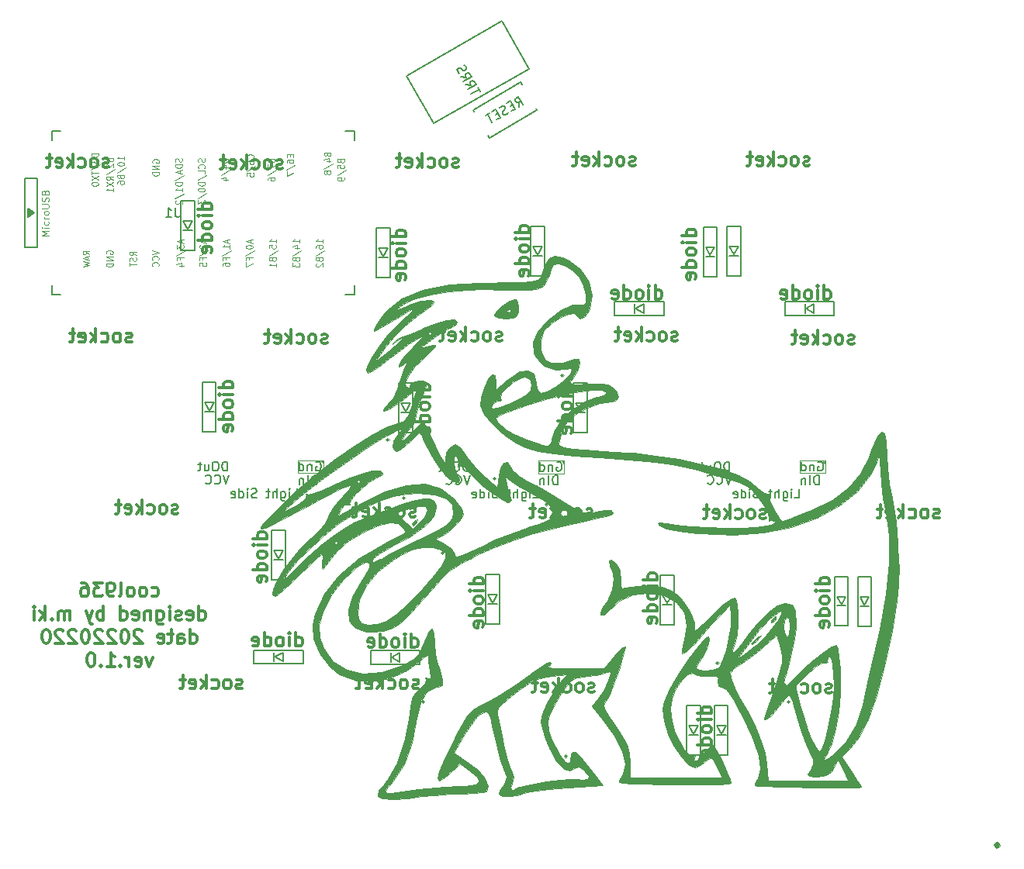
<source format=gbr>
G04 #@! TF.GenerationSoftware,KiCad,Pcbnew,(5.1.6-0-10_14)*
G04 #@! TF.CreationDate,2022-02-21T07:55:31+09:00*
G04 #@! TF.ProjectId,cool936,636f6f6c-3933-4362-9e6b-696361645f70,rev?*
G04 #@! TF.SameCoordinates,Original*
G04 #@! TF.FileFunction,Legend,Bot*
G04 #@! TF.FilePolarity,Positive*
%FSLAX46Y46*%
G04 Gerber Fmt 4.6, Leading zero omitted, Abs format (unit mm)*
G04 Created by KiCad (PCBNEW (5.1.6-0-10_14)) date 2022-02-21 07:55:31*
%MOMM*%
%LPD*%
G01*
G04 APERTURE LIST*
%ADD10C,0.300000*%
%ADD11C,0.010000*%
%ADD12C,0.150000*%
%ADD13C,0.100000*%
%ADD14C,0.125000*%
%ADD15C,0.120000*%
G04 APERTURE END LIST*
D10*
X32965714Y-41982142D02*
X33108571Y-42053571D01*
X33394285Y-42053571D01*
X33537142Y-41982142D01*
X33608571Y-41910714D01*
X33680000Y-41767857D01*
X33680000Y-41339285D01*
X33608571Y-41196428D01*
X33537142Y-41125000D01*
X33394285Y-41053571D01*
X33108571Y-41053571D01*
X32965714Y-41125000D01*
X32108571Y-42053571D02*
X32251428Y-41982142D01*
X32322857Y-41910714D01*
X32394285Y-41767857D01*
X32394285Y-41339285D01*
X32322857Y-41196428D01*
X32251428Y-41125000D01*
X32108571Y-41053571D01*
X31894285Y-41053571D01*
X31751428Y-41125000D01*
X31680000Y-41196428D01*
X31608571Y-41339285D01*
X31608571Y-41767857D01*
X31680000Y-41910714D01*
X31751428Y-41982142D01*
X31894285Y-42053571D01*
X32108571Y-42053571D01*
X30751428Y-42053571D02*
X30894285Y-41982142D01*
X30965714Y-41910714D01*
X31037142Y-41767857D01*
X31037142Y-41339285D01*
X30965714Y-41196428D01*
X30894285Y-41125000D01*
X30751428Y-41053571D01*
X30537142Y-41053571D01*
X30394285Y-41125000D01*
X30322857Y-41196428D01*
X30251428Y-41339285D01*
X30251428Y-41767857D01*
X30322857Y-41910714D01*
X30394285Y-41982142D01*
X30537142Y-42053571D01*
X30751428Y-42053571D01*
X29394285Y-42053571D02*
X29537142Y-41982142D01*
X29608571Y-41839285D01*
X29608571Y-40553571D01*
X28751428Y-42053571D02*
X28465714Y-42053571D01*
X28322857Y-41982142D01*
X28251428Y-41910714D01*
X28108571Y-41696428D01*
X28037142Y-41410714D01*
X28037142Y-40839285D01*
X28108571Y-40696428D01*
X28180000Y-40625000D01*
X28322857Y-40553571D01*
X28608571Y-40553571D01*
X28751428Y-40625000D01*
X28822857Y-40696428D01*
X28894285Y-40839285D01*
X28894285Y-41196428D01*
X28822857Y-41339285D01*
X28751428Y-41410714D01*
X28608571Y-41482142D01*
X28322857Y-41482142D01*
X28180000Y-41410714D01*
X28108571Y-41339285D01*
X28037142Y-41196428D01*
X27537142Y-40553571D02*
X26608571Y-40553571D01*
X27108571Y-41125000D01*
X26894285Y-41125000D01*
X26751428Y-41196428D01*
X26680000Y-41267857D01*
X26608571Y-41410714D01*
X26608571Y-41767857D01*
X26680000Y-41910714D01*
X26751428Y-41982142D01*
X26894285Y-42053571D01*
X27322857Y-42053571D01*
X27465714Y-41982142D01*
X27537142Y-41910714D01*
X25322857Y-40553571D02*
X25608571Y-40553571D01*
X25751428Y-40625000D01*
X25822857Y-40696428D01*
X25965714Y-40910714D01*
X26037142Y-41196428D01*
X26037142Y-41767857D01*
X25965714Y-41910714D01*
X25894285Y-41982142D01*
X25751428Y-42053571D01*
X25465714Y-42053571D01*
X25322857Y-41982142D01*
X25251428Y-41910714D01*
X25180000Y-41767857D01*
X25180000Y-41410714D01*
X25251428Y-41267857D01*
X25322857Y-41196428D01*
X25465714Y-41125000D01*
X25751428Y-41125000D01*
X25894285Y-41196428D01*
X25965714Y-41267857D01*
X26037142Y-41410714D01*
X38108571Y-44603571D02*
X38108571Y-43103571D01*
X38108571Y-44532142D02*
X38251428Y-44603571D01*
X38537142Y-44603571D01*
X38680000Y-44532142D01*
X38751428Y-44460714D01*
X38822857Y-44317857D01*
X38822857Y-43889285D01*
X38751428Y-43746428D01*
X38680000Y-43675000D01*
X38537142Y-43603571D01*
X38251428Y-43603571D01*
X38108571Y-43675000D01*
X36822857Y-44532142D02*
X36965714Y-44603571D01*
X37251428Y-44603571D01*
X37394285Y-44532142D01*
X37465714Y-44389285D01*
X37465714Y-43817857D01*
X37394285Y-43675000D01*
X37251428Y-43603571D01*
X36965714Y-43603571D01*
X36822857Y-43675000D01*
X36751428Y-43817857D01*
X36751428Y-43960714D01*
X37465714Y-44103571D01*
X36180000Y-44532142D02*
X36037142Y-44603571D01*
X35751428Y-44603571D01*
X35608571Y-44532142D01*
X35537142Y-44389285D01*
X35537142Y-44317857D01*
X35608571Y-44175000D01*
X35751428Y-44103571D01*
X35965714Y-44103571D01*
X36108571Y-44032142D01*
X36180000Y-43889285D01*
X36180000Y-43817857D01*
X36108571Y-43675000D01*
X35965714Y-43603571D01*
X35751428Y-43603571D01*
X35608571Y-43675000D01*
X34894285Y-44603571D02*
X34894285Y-43603571D01*
X34894285Y-43103571D02*
X34965714Y-43175000D01*
X34894285Y-43246428D01*
X34822857Y-43175000D01*
X34894285Y-43103571D01*
X34894285Y-43246428D01*
X33537142Y-43603571D02*
X33537142Y-44817857D01*
X33608571Y-44960714D01*
X33680000Y-45032142D01*
X33822857Y-45103571D01*
X34037142Y-45103571D01*
X34180000Y-45032142D01*
X33537142Y-44532142D02*
X33680000Y-44603571D01*
X33965714Y-44603571D01*
X34108571Y-44532142D01*
X34180000Y-44460714D01*
X34251428Y-44317857D01*
X34251428Y-43889285D01*
X34180000Y-43746428D01*
X34108571Y-43675000D01*
X33965714Y-43603571D01*
X33680000Y-43603571D01*
X33537142Y-43675000D01*
X32822857Y-43603571D02*
X32822857Y-44603571D01*
X32822857Y-43746428D02*
X32751428Y-43675000D01*
X32608571Y-43603571D01*
X32394285Y-43603571D01*
X32251428Y-43675000D01*
X32180000Y-43817857D01*
X32180000Y-44603571D01*
X30894285Y-44532142D02*
X31037142Y-44603571D01*
X31322857Y-44603571D01*
X31465714Y-44532142D01*
X31537142Y-44389285D01*
X31537142Y-43817857D01*
X31465714Y-43675000D01*
X31322857Y-43603571D01*
X31037142Y-43603571D01*
X30894285Y-43675000D01*
X30822857Y-43817857D01*
X30822857Y-43960714D01*
X31537142Y-44103571D01*
X29537142Y-44603571D02*
X29537142Y-43103571D01*
X29537142Y-44532142D02*
X29680000Y-44603571D01*
X29965714Y-44603571D01*
X30108571Y-44532142D01*
X30180000Y-44460714D01*
X30251428Y-44317857D01*
X30251428Y-43889285D01*
X30180000Y-43746428D01*
X30108571Y-43675000D01*
X29965714Y-43603571D01*
X29680000Y-43603571D01*
X29537142Y-43675000D01*
X27680000Y-44603571D02*
X27680000Y-43103571D01*
X27680000Y-43675000D02*
X27537142Y-43603571D01*
X27251428Y-43603571D01*
X27108571Y-43675000D01*
X27037142Y-43746428D01*
X26965714Y-43889285D01*
X26965714Y-44317857D01*
X27037142Y-44460714D01*
X27108571Y-44532142D01*
X27251428Y-44603571D01*
X27537142Y-44603571D01*
X27680000Y-44532142D01*
X26465714Y-43603571D02*
X26108571Y-44603571D01*
X25751428Y-43603571D02*
X26108571Y-44603571D01*
X26251428Y-44960714D01*
X26322857Y-45032142D01*
X26465714Y-45103571D01*
X24037142Y-44603571D02*
X24037142Y-43603571D01*
X24037142Y-43746428D02*
X23965714Y-43675000D01*
X23822857Y-43603571D01*
X23608571Y-43603571D01*
X23465714Y-43675000D01*
X23394285Y-43817857D01*
X23394285Y-44603571D01*
X23394285Y-43817857D02*
X23322857Y-43675000D01*
X23180000Y-43603571D01*
X22965714Y-43603571D01*
X22822857Y-43675000D01*
X22751428Y-43817857D01*
X22751428Y-44603571D01*
X22037142Y-44460714D02*
X21965714Y-44532142D01*
X22037142Y-44603571D01*
X22108571Y-44532142D01*
X22037142Y-44460714D01*
X22037142Y-44603571D01*
X21322857Y-44603571D02*
X21322857Y-43103571D01*
X21180000Y-44032142D02*
X20751428Y-44603571D01*
X20751428Y-43603571D02*
X21322857Y-44175000D01*
X20108571Y-44603571D02*
X20108571Y-43603571D01*
X20108571Y-43103571D02*
X20180000Y-43175000D01*
X20108571Y-43246428D01*
X20037142Y-43175000D01*
X20108571Y-43103571D01*
X20108571Y-43246428D01*
X37144285Y-47153571D02*
X37144285Y-45653571D01*
X37144285Y-47082142D02*
X37287142Y-47153571D01*
X37572857Y-47153571D01*
X37715714Y-47082142D01*
X37787142Y-47010714D01*
X37858571Y-46867857D01*
X37858571Y-46439285D01*
X37787142Y-46296428D01*
X37715714Y-46225000D01*
X37572857Y-46153571D01*
X37287142Y-46153571D01*
X37144285Y-46225000D01*
X35787142Y-47153571D02*
X35787142Y-46367857D01*
X35858571Y-46225000D01*
X36001428Y-46153571D01*
X36287142Y-46153571D01*
X36430000Y-46225000D01*
X35787142Y-47082142D02*
X35930000Y-47153571D01*
X36287142Y-47153571D01*
X36430000Y-47082142D01*
X36501428Y-46939285D01*
X36501428Y-46796428D01*
X36430000Y-46653571D01*
X36287142Y-46582142D01*
X35930000Y-46582142D01*
X35787142Y-46510714D01*
X35287142Y-46153571D02*
X34715714Y-46153571D01*
X35072857Y-45653571D02*
X35072857Y-46939285D01*
X35001428Y-47082142D01*
X34858571Y-47153571D01*
X34715714Y-47153571D01*
X33644285Y-47082142D02*
X33787142Y-47153571D01*
X34072857Y-47153571D01*
X34215714Y-47082142D01*
X34287142Y-46939285D01*
X34287142Y-46367857D01*
X34215714Y-46225000D01*
X34072857Y-46153571D01*
X33787142Y-46153571D01*
X33644285Y-46225000D01*
X33572857Y-46367857D01*
X33572857Y-46510714D01*
X34287142Y-46653571D01*
X31858571Y-45796428D02*
X31787142Y-45725000D01*
X31644285Y-45653571D01*
X31287142Y-45653571D01*
X31144285Y-45725000D01*
X31072857Y-45796428D01*
X31001428Y-45939285D01*
X31001428Y-46082142D01*
X31072857Y-46296428D01*
X31930000Y-47153571D01*
X31001428Y-47153571D01*
X30072857Y-45653571D02*
X29930000Y-45653571D01*
X29787142Y-45725000D01*
X29715714Y-45796428D01*
X29644285Y-45939285D01*
X29572857Y-46225000D01*
X29572857Y-46582142D01*
X29644285Y-46867857D01*
X29715714Y-47010714D01*
X29787142Y-47082142D01*
X29930000Y-47153571D01*
X30072857Y-47153571D01*
X30215714Y-47082142D01*
X30287142Y-47010714D01*
X30358571Y-46867857D01*
X30430000Y-46582142D01*
X30430000Y-46225000D01*
X30358571Y-45939285D01*
X30287142Y-45796428D01*
X30215714Y-45725000D01*
X30072857Y-45653571D01*
X29001428Y-45796428D02*
X28930000Y-45725000D01*
X28787142Y-45653571D01*
X28430000Y-45653571D01*
X28287142Y-45725000D01*
X28215714Y-45796428D01*
X28144285Y-45939285D01*
X28144285Y-46082142D01*
X28215714Y-46296428D01*
X29072857Y-47153571D01*
X28144285Y-47153571D01*
X27572857Y-45796428D02*
X27501428Y-45725000D01*
X27358571Y-45653571D01*
X27001428Y-45653571D01*
X26858571Y-45725000D01*
X26787142Y-45796428D01*
X26715714Y-45939285D01*
X26715714Y-46082142D01*
X26787142Y-46296428D01*
X27644285Y-47153571D01*
X26715714Y-47153571D01*
X25787142Y-45653571D02*
X25644285Y-45653571D01*
X25501428Y-45725000D01*
X25430000Y-45796428D01*
X25358571Y-45939285D01*
X25287142Y-46225000D01*
X25287142Y-46582142D01*
X25358571Y-46867857D01*
X25430000Y-47010714D01*
X25501428Y-47082142D01*
X25644285Y-47153571D01*
X25787142Y-47153571D01*
X25930000Y-47082142D01*
X26001428Y-47010714D01*
X26072857Y-46867857D01*
X26144285Y-46582142D01*
X26144285Y-46225000D01*
X26072857Y-45939285D01*
X26001428Y-45796428D01*
X25930000Y-45725000D01*
X25787142Y-45653571D01*
X24715714Y-45796428D02*
X24644285Y-45725000D01*
X24501428Y-45653571D01*
X24144285Y-45653571D01*
X24001428Y-45725000D01*
X23930000Y-45796428D01*
X23858571Y-45939285D01*
X23858571Y-46082142D01*
X23930000Y-46296428D01*
X24787142Y-47153571D01*
X23858571Y-47153571D01*
X23287142Y-45796428D02*
X23215714Y-45725000D01*
X23072857Y-45653571D01*
X22715714Y-45653571D01*
X22572857Y-45725000D01*
X22501428Y-45796428D01*
X22430000Y-45939285D01*
X22430000Y-46082142D01*
X22501428Y-46296428D01*
X23358571Y-47153571D01*
X22430000Y-47153571D01*
X21501428Y-45653571D02*
X21358571Y-45653571D01*
X21215714Y-45725000D01*
X21144285Y-45796428D01*
X21072857Y-45939285D01*
X21001428Y-46225000D01*
X21001428Y-46582142D01*
X21072857Y-46867857D01*
X21144285Y-47010714D01*
X21215714Y-47082142D01*
X21358571Y-47153571D01*
X21501428Y-47153571D01*
X21644285Y-47082142D01*
X21715714Y-47010714D01*
X21787142Y-46867857D01*
X21858571Y-46582142D01*
X21858571Y-46225000D01*
X21787142Y-45939285D01*
X21715714Y-45796428D01*
X21644285Y-45725000D01*
X21501428Y-45653571D01*
X33037142Y-48703571D02*
X32680000Y-49703571D01*
X32322857Y-48703571D01*
X31180000Y-49632142D02*
X31322857Y-49703571D01*
X31608571Y-49703571D01*
X31751428Y-49632142D01*
X31822857Y-49489285D01*
X31822857Y-48917857D01*
X31751428Y-48775000D01*
X31608571Y-48703571D01*
X31322857Y-48703571D01*
X31180000Y-48775000D01*
X31108571Y-48917857D01*
X31108571Y-49060714D01*
X31822857Y-49203571D01*
X30465714Y-49703571D02*
X30465714Y-48703571D01*
X30465714Y-48989285D02*
X30394285Y-48846428D01*
X30322857Y-48775000D01*
X30180000Y-48703571D01*
X30037142Y-48703571D01*
X29537142Y-49560714D02*
X29465714Y-49632142D01*
X29537142Y-49703571D01*
X29608571Y-49632142D01*
X29537142Y-49560714D01*
X29537142Y-49703571D01*
X28037142Y-49703571D02*
X28894285Y-49703571D01*
X28465714Y-49703571D02*
X28465714Y-48203571D01*
X28608571Y-48417857D01*
X28751428Y-48560714D01*
X28894285Y-48632142D01*
X27394285Y-49560714D02*
X27322857Y-49632142D01*
X27394285Y-49703571D01*
X27465714Y-49632142D01*
X27394285Y-49560714D01*
X27394285Y-49703571D01*
X26394285Y-48203571D02*
X26251428Y-48203571D01*
X26108571Y-48275000D01*
X26037142Y-48346428D01*
X25965714Y-48489285D01*
X25894285Y-48775000D01*
X25894285Y-49132142D01*
X25965714Y-49417857D01*
X26037142Y-49560714D01*
X26108571Y-49632142D01*
X26251428Y-49703571D01*
X26394285Y-49703571D01*
X26537142Y-49632142D01*
X26608571Y-49560714D01*
X26680000Y-49417857D01*
X26751428Y-49132142D01*
X26751428Y-48775000D01*
X26680000Y-48489285D01*
X26608571Y-48346428D01*
X26537142Y-48275000D01*
X26394285Y-48203571D01*
X107131428Y-52507142D02*
X106988571Y-52578571D01*
X106702857Y-52578571D01*
X106560000Y-52507142D01*
X106488571Y-52364285D01*
X106488571Y-52292857D01*
X106560000Y-52150000D01*
X106702857Y-52078571D01*
X106917142Y-52078571D01*
X107060000Y-52007142D01*
X107131428Y-51864285D01*
X107131428Y-51792857D01*
X107060000Y-51650000D01*
X106917142Y-51578571D01*
X106702857Y-51578571D01*
X106560000Y-51650000D01*
X105631428Y-52578571D02*
X105774285Y-52507142D01*
X105845714Y-52435714D01*
X105917142Y-52292857D01*
X105917142Y-51864285D01*
X105845714Y-51721428D01*
X105774285Y-51650000D01*
X105631428Y-51578571D01*
X105417142Y-51578571D01*
X105274285Y-51650000D01*
X105202857Y-51721428D01*
X105131428Y-51864285D01*
X105131428Y-52292857D01*
X105202857Y-52435714D01*
X105274285Y-52507142D01*
X105417142Y-52578571D01*
X105631428Y-52578571D01*
X103845714Y-52507142D02*
X103988571Y-52578571D01*
X104274285Y-52578571D01*
X104417142Y-52507142D01*
X104488571Y-52435714D01*
X104560000Y-52292857D01*
X104560000Y-51864285D01*
X104488571Y-51721428D01*
X104417142Y-51650000D01*
X104274285Y-51578571D01*
X103988571Y-51578571D01*
X103845714Y-51650000D01*
X103202857Y-52578571D02*
X103202857Y-51078571D01*
X103060000Y-52007142D02*
X102631428Y-52578571D01*
X102631428Y-51578571D02*
X103202857Y-52150000D01*
X101417142Y-52507142D02*
X101560000Y-52578571D01*
X101845714Y-52578571D01*
X101988571Y-52507142D01*
X102060000Y-52364285D01*
X102060000Y-51792857D01*
X101988571Y-51650000D01*
X101845714Y-51578571D01*
X101560000Y-51578571D01*
X101417142Y-51650000D01*
X101345714Y-51792857D01*
X101345714Y-51935714D01*
X102060000Y-52078571D01*
X100917142Y-51578571D02*
X100345714Y-51578571D01*
X100702857Y-51078571D02*
X100702857Y-52364285D01*
X100631428Y-52507142D01*
X100488571Y-52578571D01*
X100345714Y-52578571D01*
X99961428Y-33477142D02*
X99818571Y-33548571D01*
X99532857Y-33548571D01*
X99390000Y-33477142D01*
X99318571Y-33334285D01*
X99318571Y-33262857D01*
X99390000Y-33120000D01*
X99532857Y-33048571D01*
X99747142Y-33048571D01*
X99890000Y-32977142D01*
X99961428Y-32834285D01*
X99961428Y-32762857D01*
X99890000Y-32620000D01*
X99747142Y-32548571D01*
X99532857Y-32548571D01*
X99390000Y-32620000D01*
X98461428Y-33548571D02*
X98604285Y-33477142D01*
X98675714Y-33405714D01*
X98747142Y-33262857D01*
X98747142Y-32834285D01*
X98675714Y-32691428D01*
X98604285Y-32620000D01*
X98461428Y-32548571D01*
X98247142Y-32548571D01*
X98104285Y-32620000D01*
X98032857Y-32691428D01*
X97961428Y-32834285D01*
X97961428Y-33262857D01*
X98032857Y-33405714D01*
X98104285Y-33477142D01*
X98247142Y-33548571D01*
X98461428Y-33548571D01*
X96675714Y-33477142D02*
X96818571Y-33548571D01*
X97104285Y-33548571D01*
X97247142Y-33477142D01*
X97318571Y-33405714D01*
X97390000Y-33262857D01*
X97390000Y-32834285D01*
X97318571Y-32691428D01*
X97247142Y-32620000D01*
X97104285Y-32548571D01*
X96818571Y-32548571D01*
X96675714Y-32620000D01*
X96032857Y-33548571D02*
X96032857Y-32048571D01*
X95890000Y-32977142D02*
X95461428Y-33548571D01*
X95461428Y-32548571D02*
X96032857Y-33120000D01*
X94247142Y-33477142D02*
X94390000Y-33548571D01*
X94675714Y-33548571D01*
X94818571Y-33477142D01*
X94890000Y-33334285D01*
X94890000Y-32762857D01*
X94818571Y-32620000D01*
X94675714Y-32548571D01*
X94390000Y-32548571D01*
X94247142Y-32620000D01*
X94175714Y-32762857D01*
X94175714Y-32905714D01*
X94890000Y-33048571D01*
X93747142Y-32548571D02*
X93175714Y-32548571D01*
X93532857Y-32048571D02*
X93532857Y-33334285D01*
X93461428Y-33477142D01*
X93318571Y-33548571D01*
X93175714Y-33548571D01*
X109581428Y-14407142D02*
X109438571Y-14478571D01*
X109152857Y-14478571D01*
X109010000Y-14407142D01*
X108938571Y-14264285D01*
X108938571Y-14192857D01*
X109010000Y-14050000D01*
X109152857Y-13978571D01*
X109367142Y-13978571D01*
X109510000Y-13907142D01*
X109581428Y-13764285D01*
X109581428Y-13692857D01*
X109510000Y-13550000D01*
X109367142Y-13478571D01*
X109152857Y-13478571D01*
X109010000Y-13550000D01*
X108081428Y-14478571D02*
X108224285Y-14407142D01*
X108295714Y-14335714D01*
X108367142Y-14192857D01*
X108367142Y-13764285D01*
X108295714Y-13621428D01*
X108224285Y-13550000D01*
X108081428Y-13478571D01*
X107867142Y-13478571D01*
X107724285Y-13550000D01*
X107652857Y-13621428D01*
X107581428Y-13764285D01*
X107581428Y-14192857D01*
X107652857Y-14335714D01*
X107724285Y-14407142D01*
X107867142Y-14478571D01*
X108081428Y-14478571D01*
X106295714Y-14407142D02*
X106438571Y-14478571D01*
X106724285Y-14478571D01*
X106867142Y-14407142D01*
X106938571Y-14335714D01*
X107010000Y-14192857D01*
X107010000Y-13764285D01*
X106938571Y-13621428D01*
X106867142Y-13550000D01*
X106724285Y-13478571D01*
X106438571Y-13478571D01*
X106295714Y-13550000D01*
X105652857Y-14478571D02*
X105652857Y-12978571D01*
X105510000Y-13907142D02*
X105081428Y-14478571D01*
X105081428Y-13478571D02*
X105652857Y-14050000D01*
X103867142Y-14407142D02*
X104010000Y-14478571D01*
X104295714Y-14478571D01*
X104438571Y-14407142D01*
X104510000Y-14264285D01*
X104510000Y-13692857D01*
X104438571Y-13550000D01*
X104295714Y-13478571D01*
X104010000Y-13478571D01*
X103867142Y-13550000D01*
X103795714Y-13692857D01*
X103795714Y-13835714D01*
X104510000Y-13978571D01*
X103367142Y-13478571D02*
X102795714Y-13478571D01*
X103152857Y-12978571D02*
X103152857Y-14264285D01*
X103081428Y-14407142D01*
X102938571Y-14478571D01*
X102795714Y-14478571D01*
X118901428Y-33427142D02*
X118758571Y-33498571D01*
X118472857Y-33498571D01*
X118330000Y-33427142D01*
X118258571Y-33284285D01*
X118258571Y-33212857D01*
X118330000Y-33070000D01*
X118472857Y-32998571D01*
X118687142Y-32998571D01*
X118830000Y-32927142D01*
X118901428Y-32784285D01*
X118901428Y-32712857D01*
X118830000Y-32570000D01*
X118687142Y-32498571D01*
X118472857Y-32498571D01*
X118330000Y-32570000D01*
X117401428Y-33498571D02*
X117544285Y-33427142D01*
X117615714Y-33355714D01*
X117687142Y-33212857D01*
X117687142Y-32784285D01*
X117615714Y-32641428D01*
X117544285Y-32570000D01*
X117401428Y-32498571D01*
X117187142Y-32498571D01*
X117044285Y-32570000D01*
X116972857Y-32641428D01*
X116901428Y-32784285D01*
X116901428Y-33212857D01*
X116972857Y-33355714D01*
X117044285Y-33427142D01*
X117187142Y-33498571D01*
X117401428Y-33498571D01*
X115615714Y-33427142D02*
X115758571Y-33498571D01*
X116044285Y-33498571D01*
X116187142Y-33427142D01*
X116258571Y-33355714D01*
X116330000Y-33212857D01*
X116330000Y-32784285D01*
X116258571Y-32641428D01*
X116187142Y-32570000D01*
X116044285Y-32498571D01*
X115758571Y-32498571D01*
X115615714Y-32570000D01*
X114972857Y-33498571D02*
X114972857Y-31998571D01*
X114830000Y-32927142D02*
X114401428Y-33498571D01*
X114401428Y-32498571D02*
X114972857Y-33070000D01*
X113187142Y-33427142D02*
X113330000Y-33498571D01*
X113615714Y-33498571D01*
X113758571Y-33427142D01*
X113830000Y-33284285D01*
X113830000Y-32712857D01*
X113758571Y-32570000D01*
X113615714Y-32498571D01*
X113330000Y-32498571D01*
X113187142Y-32570000D01*
X113115714Y-32712857D01*
X113115714Y-32855714D01*
X113830000Y-32998571D01*
X112687142Y-32498571D02*
X112115714Y-32498571D01*
X112472857Y-31998571D02*
X112472857Y-33284285D01*
X112401428Y-33427142D01*
X112258571Y-33498571D01*
X112115714Y-33498571D01*
X28261428Y4852857D02*
X28118571Y4781428D01*
X27832857Y4781428D01*
X27689999Y4852857D01*
X27618571Y4995714D01*
X27618571Y5067142D01*
X27689999Y5210000D01*
X27832857Y5281428D01*
X28047142Y5281428D01*
X28189999Y5352857D01*
X28261428Y5495714D01*
X28261428Y5567142D01*
X28189999Y5710000D01*
X28047142Y5781428D01*
X27832857Y5781428D01*
X27689999Y5710000D01*
X26761428Y4781428D02*
X26904285Y4852857D01*
X26975714Y4924285D01*
X27047142Y5067142D01*
X27047142Y5495714D01*
X26975714Y5638571D01*
X26904285Y5710000D01*
X26761428Y5781428D01*
X26547142Y5781428D01*
X26404285Y5710000D01*
X26332857Y5638571D01*
X26261428Y5495714D01*
X26261428Y5067142D01*
X26332857Y4924285D01*
X26404285Y4852857D01*
X26547142Y4781428D01*
X26761428Y4781428D01*
X24975714Y4852857D02*
X25118571Y4781428D01*
X25404285Y4781428D01*
X25547142Y4852857D01*
X25618571Y4924285D01*
X25689999Y5067142D01*
X25689999Y5495714D01*
X25618571Y5638571D01*
X25547142Y5710000D01*
X25404285Y5781428D01*
X25118571Y5781428D01*
X24975714Y5710000D01*
X24332857Y4781428D02*
X24332857Y6281428D01*
X24189999Y5352857D02*
X23761428Y4781428D01*
X23761428Y5781428D02*
X24332857Y5210000D01*
X22547142Y4852857D02*
X22689999Y4781428D01*
X22975714Y4781428D01*
X23118571Y4852857D01*
X23189999Y4995714D01*
X23189999Y5567142D01*
X23118571Y5710000D01*
X22975714Y5781428D01*
X22689999Y5781428D01*
X22547142Y5710000D01*
X22475714Y5567142D01*
X22475714Y5424285D01*
X23189999Y5281428D01*
X22047142Y5781428D02*
X21475714Y5781428D01*
X21832857Y6281428D02*
X21832857Y4995714D01*
X21761428Y4852857D01*
X21618571Y4781428D01*
X21475714Y4781428D01*
X47221428Y4722857D02*
X47078571Y4651428D01*
X46792857Y4651428D01*
X46650000Y4722857D01*
X46578571Y4865714D01*
X46578571Y4937142D01*
X46650000Y5080000D01*
X46792857Y5151428D01*
X47007142Y5151428D01*
X47150000Y5222857D01*
X47221428Y5365714D01*
X47221428Y5437142D01*
X47150000Y5580000D01*
X47007142Y5651428D01*
X46792857Y5651428D01*
X46650000Y5580000D01*
X45721428Y4651428D02*
X45864285Y4722857D01*
X45935714Y4794285D01*
X46007142Y4937142D01*
X46007142Y5365714D01*
X45935714Y5508571D01*
X45864285Y5580000D01*
X45721428Y5651428D01*
X45507142Y5651428D01*
X45364285Y5580000D01*
X45292857Y5508571D01*
X45221428Y5365714D01*
X45221428Y4937142D01*
X45292857Y4794285D01*
X45364285Y4722857D01*
X45507142Y4651428D01*
X45721428Y4651428D01*
X43935714Y4722857D02*
X44078571Y4651428D01*
X44364285Y4651428D01*
X44507142Y4722857D01*
X44578571Y4794285D01*
X44650000Y4937142D01*
X44650000Y5365714D01*
X44578571Y5508571D01*
X44507142Y5580000D01*
X44364285Y5651428D01*
X44078571Y5651428D01*
X43935714Y5580000D01*
X43292857Y4651428D02*
X43292857Y6151428D01*
X43150000Y5222857D02*
X42721428Y4651428D01*
X42721428Y5651428D02*
X43292857Y5080000D01*
X41507142Y4722857D02*
X41650000Y4651428D01*
X41935714Y4651428D01*
X42078571Y4722857D01*
X42150000Y4865714D01*
X42150000Y5437142D01*
X42078571Y5580000D01*
X41935714Y5651428D01*
X41650000Y5651428D01*
X41507142Y5580000D01*
X41435714Y5437142D01*
X41435714Y5294285D01*
X42150000Y5151428D01*
X41007142Y5651428D02*
X40435714Y5651428D01*
X40792857Y6151428D02*
X40792857Y4865714D01*
X40721428Y4722857D01*
X40578571Y4651428D01*
X40435714Y4651428D01*
X66411428Y4892857D02*
X66268571Y4821428D01*
X65982857Y4821428D01*
X65840000Y4892857D01*
X65768571Y5035714D01*
X65768571Y5107142D01*
X65840000Y5250000D01*
X65982857Y5321428D01*
X66197142Y5321428D01*
X66340000Y5392857D01*
X66411428Y5535714D01*
X66411428Y5607142D01*
X66340000Y5750000D01*
X66197142Y5821428D01*
X65982857Y5821428D01*
X65840000Y5750000D01*
X64911428Y4821428D02*
X65054285Y4892857D01*
X65125714Y4964285D01*
X65197142Y5107142D01*
X65197142Y5535714D01*
X65125714Y5678571D01*
X65054285Y5750000D01*
X64911428Y5821428D01*
X64697142Y5821428D01*
X64554285Y5750000D01*
X64482857Y5678571D01*
X64411428Y5535714D01*
X64411428Y5107142D01*
X64482857Y4964285D01*
X64554285Y4892857D01*
X64697142Y4821428D01*
X64911428Y4821428D01*
X63125714Y4892857D02*
X63268571Y4821428D01*
X63554285Y4821428D01*
X63697142Y4892857D01*
X63768571Y4964285D01*
X63840000Y5107142D01*
X63840000Y5535714D01*
X63768571Y5678571D01*
X63697142Y5750000D01*
X63554285Y5821428D01*
X63268571Y5821428D01*
X63125714Y5750000D01*
X62482857Y4821428D02*
X62482857Y6321428D01*
X62340000Y5392857D02*
X61911428Y4821428D01*
X61911428Y5821428D02*
X62482857Y5250000D01*
X60697142Y4892857D02*
X60840000Y4821428D01*
X61125714Y4821428D01*
X61268571Y4892857D01*
X61340000Y5035714D01*
X61340000Y5607142D01*
X61268571Y5750000D01*
X61125714Y5821428D01*
X60840000Y5821428D01*
X60697142Y5750000D01*
X60625714Y5607142D01*
X60625714Y5464285D01*
X61340000Y5321428D01*
X60197142Y5821428D02*
X59625714Y5821428D01*
X59982857Y6321428D02*
X59982857Y5035714D01*
X59911428Y4892857D01*
X59768571Y4821428D01*
X59625714Y4821428D01*
X85701428Y5072857D02*
X85558571Y5001428D01*
X85272857Y5001428D01*
X85130000Y5072857D01*
X85058571Y5215714D01*
X85058571Y5287142D01*
X85130000Y5430000D01*
X85272857Y5501428D01*
X85487142Y5501428D01*
X85630000Y5572857D01*
X85701428Y5715714D01*
X85701428Y5787142D01*
X85630000Y5930000D01*
X85487142Y6001428D01*
X85272857Y6001428D01*
X85130000Y5930000D01*
X84201428Y5001428D02*
X84344285Y5072857D01*
X84415714Y5144285D01*
X84487142Y5287142D01*
X84487142Y5715714D01*
X84415714Y5858571D01*
X84344285Y5930000D01*
X84201428Y6001428D01*
X83987142Y6001428D01*
X83844285Y5930000D01*
X83772857Y5858571D01*
X83701428Y5715714D01*
X83701428Y5287142D01*
X83772857Y5144285D01*
X83844285Y5072857D01*
X83987142Y5001428D01*
X84201428Y5001428D01*
X82415714Y5072857D02*
X82558571Y5001428D01*
X82844285Y5001428D01*
X82987142Y5072857D01*
X83058571Y5144285D01*
X83130000Y5287142D01*
X83130000Y5715714D01*
X83058571Y5858571D01*
X82987142Y5930000D01*
X82844285Y6001428D01*
X82558571Y6001428D01*
X82415714Y5930000D01*
X81772857Y5001428D02*
X81772857Y6501428D01*
X81630000Y5572857D02*
X81201428Y5001428D01*
X81201428Y6001428D02*
X81772857Y5430000D01*
X79987142Y5072857D02*
X80130000Y5001428D01*
X80415714Y5001428D01*
X80558571Y5072857D01*
X80630000Y5215714D01*
X80630000Y5787142D01*
X80558571Y5930000D01*
X80415714Y6001428D01*
X80130000Y6001428D01*
X79987142Y5930000D01*
X79915714Y5787142D01*
X79915714Y5644285D01*
X80630000Y5501428D01*
X79487142Y6001428D02*
X78915714Y6001428D01*
X79272857Y6501428D02*
X79272857Y5215714D01*
X79201428Y5072857D01*
X79058571Y5001428D01*
X78915714Y5001428D01*
X104721428Y5072857D02*
X104578571Y5001428D01*
X104292857Y5001428D01*
X104150000Y5072857D01*
X104078571Y5215714D01*
X104078571Y5287142D01*
X104150000Y5430000D01*
X104292857Y5501428D01*
X104507142Y5501428D01*
X104650000Y5572857D01*
X104721428Y5715714D01*
X104721428Y5787142D01*
X104650000Y5930000D01*
X104507142Y6001428D01*
X104292857Y6001428D01*
X104150000Y5930000D01*
X103221428Y5001428D02*
X103364285Y5072857D01*
X103435714Y5144285D01*
X103507142Y5287142D01*
X103507142Y5715714D01*
X103435714Y5858571D01*
X103364285Y5930000D01*
X103221428Y6001428D01*
X103007142Y6001428D01*
X102864285Y5930000D01*
X102792857Y5858571D01*
X102721428Y5715714D01*
X102721428Y5287142D01*
X102792857Y5144285D01*
X102864285Y5072857D01*
X103007142Y5001428D01*
X103221428Y5001428D01*
X101435714Y5072857D02*
X101578571Y5001428D01*
X101864285Y5001428D01*
X102007142Y5072857D01*
X102078571Y5144285D01*
X102150000Y5287142D01*
X102150000Y5715714D01*
X102078571Y5858571D01*
X102007142Y5930000D01*
X101864285Y6001428D01*
X101578571Y6001428D01*
X101435714Y5930000D01*
X100792857Y5001428D02*
X100792857Y6501428D01*
X100650000Y5572857D02*
X100221428Y5001428D01*
X100221428Y6001428D02*
X100792857Y5430000D01*
X99007142Y5072857D02*
X99150000Y5001428D01*
X99435714Y5001428D01*
X99578571Y5072857D01*
X99650000Y5215714D01*
X99650000Y5787142D01*
X99578571Y5930000D01*
X99435714Y6001428D01*
X99150000Y6001428D01*
X99007142Y5930000D01*
X98935714Y5787142D01*
X98935714Y5644285D01*
X99650000Y5501428D01*
X98507142Y6001428D02*
X97935714Y6001428D01*
X98292857Y6501428D02*
X98292857Y5215714D01*
X98221428Y5072857D01*
X98078571Y5001428D01*
X97935714Y5001428D01*
X81241428Y-52437142D02*
X81098571Y-52508571D01*
X80812857Y-52508571D01*
X80670000Y-52437142D01*
X80598571Y-52294285D01*
X80598571Y-52222857D01*
X80670000Y-52080000D01*
X80812857Y-52008571D01*
X81027142Y-52008571D01*
X81170000Y-51937142D01*
X81241428Y-51794285D01*
X81241428Y-51722857D01*
X81170000Y-51580000D01*
X81027142Y-51508571D01*
X80812857Y-51508571D01*
X80670000Y-51580000D01*
X79741428Y-52508571D02*
X79884285Y-52437142D01*
X79955714Y-52365714D01*
X80027142Y-52222857D01*
X80027142Y-51794285D01*
X79955714Y-51651428D01*
X79884285Y-51580000D01*
X79741428Y-51508571D01*
X79527142Y-51508571D01*
X79384285Y-51580000D01*
X79312857Y-51651428D01*
X79241428Y-51794285D01*
X79241428Y-52222857D01*
X79312857Y-52365714D01*
X79384285Y-52437142D01*
X79527142Y-52508571D01*
X79741428Y-52508571D01*
X77955714Y-52437142D02*
X78098571Y-52508571D01*
X78384285Y-52508571D01*
X78527142Y-52437142D01*
X78598571Y-52365714D01*
X78670000Y-52222857D01*
X78670000Y-51794285D01*
X78598571Y-51651428D01*
X78527142Y-51580000D01*
X78384285Y-51508571D01*
X78098571Y-51508571D01*
X77955714Y-51580000D01*
X77312857Y-52508571D02*
X77312857Y-51008571D01*
X77170000Y-51937142D02*
X76741428Y-52508571D01*
X76741428Y-51508571D02*
X77312857Y-52080000D01*
X75527142Y-52437142D02*
X75670000Y-52508571D01*
X75955714Y-52508571D01*
X76098571Y-52437142D01*
X76170000Y-52294285D01*
X76170000Y-51722857D01*
X76098571Y-51580000D01*
X75955714Y-51508571D01*
X75670000Y-51508571D01*
X75527142Y-51580000D01*
X75455714Y-51722857D01*
X75455714Y-51865714D01*
X76170000Y-52008571D01*
X75027142Y-51508571D02*
X74455714Y-51508571D01*
X74812857Y-51008571D02*
X74812857Y-52294285D01*
X74741428Y-52437142D01*
X74598571Y-52508571D01*
X74455714Y-52508571D01*
X81021428Y-33377142D02*
X80878571Y-33448571D01*
X80592857Y-33448571D01*
X80450000Y-33377142D01*
X80378571Y-33234285D01*
X80378571Y-33162857D01*
X80450000Y-33020000D01*
X80592857Y-32948571D01*
X80807142Y-32948571D01*
X80950000Y-32877142D01*
X81021428Y-32734285D01*
X81021428Y-32662857D01*
X80950000Y-32520000D01*
X80807142Y-32448571D01*
X80592857Y-32448571D01*
X80450000Y-32520000D01*
X79521428Y-33448571D02*
X79664285Y-33377142D01*
X79735714Y-33305714D01*
X79807142Y-33162857D01*
X79807142Y-32734285D01*
X79735714Y-32591428D01*
X79664285Y-32520000D01*
X79521428Y-32448571D01*
X79307142Y-32448571D01*
X79164285Y-32520000D01*
X79092857Y-32591428D01*
X79021428Y-32734285D01*
X79021428Y-33162857D01*
X79092857Y-33305714D01*
X79164285Y-33377142D01*
X79307142Y-33448571D01*
X79521428Y-33448571D01*
X77735714Y-33377142D02*
X77878571Y-33448571D01*
X78164285Y-33448571D01*
X78307142Y-33377142D01*
X78378571Y-33305714D01*
X78450000Y-33162857D01*
X78450000Y-32734285D01*
X78378571Y-32591428D01*
X78307142Y-32520000D01*
X78164285Y-32448571D01*
X77878571Y-32448571D01*
X77735714Y-32520000D01*
X77092857Y-33448571D02*
X77092857Y-31948571D01*
X76950000Y-32877142D02*
X76521428Y-33448571D01*
X76521428Y-32448571D02*
X77092857Y-33020000D01*
X75307142Y-33377142D02*
X75450000Y-33448571D01*
X75735714Y-33448571D01*
X75878571Y-33377142D01*
X75950000Y-33234285D01*
X75950000Y-32662857D01*
X75878571Y-32520000D01*
X75735714Y-32448571D01*
X75450000Y-32448571D01*
X75307142Y-32520000D01*
X75235714Y-32662857D01*
X75235714Y-32805714D01*
X75950000Y-32948571D01*
X74807142Y-32448571D02*
X74235714Y-32448571D01*
X74592857Y-31948571D02*
X74592857Y-33234285D01*
X74521428Y-33377142D01*
X74378571Y-33448571D01*
X74235714Y-33448571D01*
X90321428Y-14087142D02*
X90178571Y-14158571D01*
X89892857Y-14158571D01*
X89750000Y-14087142D01*
X89678571Y-13944285D01*
X89678571Y-13872857D01*
X89750000Y-13730000D01*
X89892857Y-13658571D01*
X90107142Y-13658571D01*
X90250000Y-13587142D01*
X90321428Y-13444285D01*
X90321428Y-13372857D01*
X90250000Y-13230000D01*
X90107142Y-13158571D01*
X89892857Y-13158571D01*
X89750000Y-13230000D01*
X88821428Y-14158571D02*
X88964285Y-14087142D01*
X89035714Y-14015714D01*
X89107142Y-13872857D01*
X89107142Y-13444285D01*
X89035714Y-13301428D01*
X88964285Y-13230000D01*
X88821428Y-13158571D01*
X88607142Y-13158571D01*
X88464285Y-13230000D01*
X88392857Y-13301428D01*
X88321428Y-13444285D01*
X88321428Y-13872857D01*
X88392857Y-14015714D01*
X88464285Y-14087142D01*
X88607142Y-14158571D01*
X88821428Y-14158571D01*
X87035714Y-14087142D02*
X87178571Y-14158571D01*
X87464285Y-14158571D01*
X87607142Y-14087142D01*
X87678571Y-14015714D01*
X87750000Y-13872857D01*
X87750000Y-13444285D01*
X87678571Y-13301428D01*
X87607142Y-13230000D01*
X87464285Y-13158571D01*
X87178571Y-13158571D01*
X87035714Y-13230000D01*
X86392857Y-14158571D02*
X86392857Y-12658571D01*
X86250000Y-13587142D02*
X85821428Y-14158571D01*
X85821428Y-13158571D02*
X86392857Y-13730000D01*
X84607142Y-14087142D02*
X84750000Y-14158571D01*
X85035714Y-14158571D01*
X85178571Y-14087142D01*
X85250000Y-13944285D01*
X85250000Y-13372857D01*
X85178571Y-13230000D01*
X85035714Y-13158571D01*
X84750000Y-13158571D01*
X84607142Y-13230000D01*
X84535714Y-13372857D01*
X84535714Y-13515714D01*
X85250000Y-13658571D01*
X84107142Y-13158571D02*
X83535714Y-13158571D01*
X83892857Y-12658571D02*
X83892857Y-13944285D01*
X83821428Y-14087142D01*
X83678571Y-14158571D01*
X83535714Y-14158571D01*
X71151428Y-14087142D02*
X71008571Y-14158571D01*
X70722857Y-14158571D01*
X70580000Y-14087142D01*
X70508571Y-13944285D01*
X70508571Y-13872857D01*
X70580000Y-13730000D01*
X70722857Y-13658571D01*
X70937142Y-13658571D01*
X71080000Y-13587142D01*
X71151428Y-13444285D01*
X71151428Y-13372857D01*
X71080000Y-13230000D01*
X70937142Y-13158571D01*
X70722857Y-13158571D01*
X70580000Y-13230000D01*
X69651428Y-14158571D02*
X69794285Y-14087142D01*
X69865714Y-14015714D01*
X69937142Y-13872857D01*
X69937142Y-13444285D01*
X69865714Y-13301428D01*
X69794285Y-13230000D01*
X69651428Y-13158571D01*
X69437142Y-13158571D01*
X69294285Y-13230000D01*
X69222857Y-13301428D01*
X69151428Y-13444285D01*
X69151428Y-13872857D01*
X69222857Y-14015714D01*
X69294285Y-14087142D01*
X69437142Y-14158571D01*
X69651428Y-14158571D01*
X67865714Y-14087142D02*
X68008571Y-14158571D01*
X68294285Y-14158571D01*
X68437142Y-14087142D01*
X68508571Y-14015714D01*
X68580000Y-13872857D01*
X68580000Y-13444285D01*
X68508571Y-13301428D01*
X68437142Y-13230000D01*
X68294285Y-13158571D01*
X68008571Y-13158571D01*
X67865714Y-13230000D01*
X67222857Y-14158571D02*
X67222857Y-12658571D01*
X67080000Y-13587142D02*
X66651428Y-14158571D01*
X66651428Y-13158571D02*
X67222857Y-13730000D01*
X65437142Y-14087142D02*
X65580000Y-14158571D01*
X65865714Y-14158571D01*
X66008571Y-14087142D01*
X66080000Y-13944285D01*
X66080000Y-13372857D01*
X66008571Y-13230000D01*
X65865714Y-13158571D01*
X65580000Y-13158571D01*
X65437142Y-13230000D01*
X65365714Y-13372857D01*
X65365714Y-13515714D01*
X66080000Y-13658571D01*
X64937142Y-13158571D02*
X64365714Y-13158571D01*
X64722857Y-12658571D02*
X64722857Y-13944285D01*
X64651428Y-14087142D01*
X64508571Y-14158571D01*
X64365714Y-14158571D01*
X52091428Y-14317142D02*
X51948571Y-14388571D01*
X51662857Y-14388571D01*
X51520000Y-14317142D01*
X51448571Y-14174285D01*
X51448571Y-14102857D01*
X51520000Y-13960000D01*
X51662857Y-13888571D01*
X51877142Y-13888571D01*
X52020000Y-13817142D01*
X52091428Y-13674285D01*
X52091428Y-13602857D01*
X52020000Y-13460000D01*
X51877142Y-13388571D01*
X51662857Y-13388571D01*
X51520000Y-13460000D01*
X50591428Y-14388571D02*
X50734285Y-14317142D01*
X50805714Y-14245714D01*
X50877142Y-14102857D01*
X50877142Y-13674285D01*
X50805714Y-13531428D01*
X50734285Y-13460000D01*
X50591428Y-13388571D01*
X50377142Y-13388571D01*
X50234285Y-13460000D01*
X50162857Y-13531428D01*
X50091428Y-13674285D01*
X50091428Y-14102857D01*
X50162857Y-14245714D01*
X50234285Y-14317142D01*
X50377142Y-14388571D01*
X50591428Y-14388571D01*
X48805714Y-14317142D02*
X48948571Y-14388571D01*
X49234285Y-14388571D01*
X49377142Y-14317142D01*
X49448571Y-14245714D01*
X49520000Y-14102857D01*
X49520000Y-13674285D01*
X49448571Y-13531428D01*
X49377142Y-13460000D01*
X49234285Y-13388571D01*
X48948571Y-13388571D01*
X48805714Y-13460000D01*
X48162857Y-14388571D02*
X48162857Y-12888571D01*
X48020000Y-13817142D02*
X47591428Y-14388571D01*
X47591428Y-13388571D02*
X48162857Y-13960000D01*
X46377142Y-14317142D02*
X46520000Y-14388571D01*
X46805714Y-14388571D01*
X46948571Y-14317142D01*
X47020000Y-14174285D01*
X47020000Y-13602857D01*
X46948571Y-13460000D01*
X46805714Y-13388571D01*
X46520000Y-13388571D01*
X46377142Y-13460000D01*
X46305714Y-13602857D01*
X46305714Y-13745714D01*
X47020000Y-13888571D01*
X45877142Y-13388571D02*
X45305714Y-13388571D01*
X45662857Y-12888571D02*
X45662857Y-14174285D01*
X45591428Y-14317142D01*
X45448571Y-14388571D01*
X45305714Y-14388571D01*
X30761428Y-14207142D02*
X30618571Y-14278571D01*
X30332857Y-14278571D01*
X30189999Y-14207142D01*
X30118571Y-14064285D01*
X30118571Y-13992857D01*
X30189999Y-13850000D01*
X30332857Y-13778571D01*
X30547142Y-13778571D01*
X30689999Y-13707142D01*
X30761428Y-13564285D01*
X30761428Y-13492857D01*
X30689999Y-13350000D01*
X30547142Y-13278571D01*
X30332857Y-13278571D01*
X30189999Y-13350000D01*
X29261428Y-14278571D02*
X29404285Y-14207142D01*
X29475714Y-14135714D01*
X29547142Y-13992857D01*
X29547142Y-13564285D01*
X29475714Y-13421428D01*
X29404285Y-13350000D01*
X29261428Y-13278571D01*
X29047142Y-13278571D01*
X28904285Y-13350000D01*
X28832857Y-13421428D01*
X28761428Y-13564285D01*
X28761428Y-13992857D01*
X28832857Y-14135714D01*
X28904285Y-14207142D01*
X29047142Y-14278571D01*
X29261428Y-14278571D01*
X27475714Y-14207142D02*
X27618571Y-14278571D01*
X27904285Y-14278571D01*
X28047142Y-14207142D01*
X28118571Y-14135714D01*
X28189999Y-13992857D01*
X28189999Y-13564285D01*
X28118571Y-13421428D01*
X28047142Y-13350000D01*
X27904285Y-13278571D01*
X27618571Y-13278571D01*
X27475714Y-13350000D01*
X26832857Y-14278571D02*
X26832857Y-12778571D01*
X26689999Y-13707142D02*
X26261428Y-14278571D01*
X26261428Y-13278571D02*
X26832857Y-13850000D01*
X25047142Y-14207142D02*
X25189999Y-14278571D01*
X25475714Y-14278571D01*
X25618571Y-14207142D01*
X25689999Y-14064285D01*
X25689999Y-13492857D01*
X25618571Y-13350000D01*
X25475714Y-13278571D01*
X25189999Y-13278571D01*
X25047142Y-13350000D01*
X24975714Y-13492857D01*
X24975714Y-13635714D01*
X25689999Y-13778571D01*
X24547142Y-13278571D02*
X23975714Y-13278571D01*
X24332857Y-12778571D02*
X24332857Y-14064285D01*
X24261428Y-14207142D01*
X24118571Y-14278571D01*
X23975714Y-14278571D01*
X61721428Y-33297142D02*
X61578571Y-33368571D01*
X61292857Y-33368571D01*
X61150000Y-33297142D01*
X61078571Y-33154285D01*
X61078571Y-33082857D01*
X61150000Y-32940000D01*
X61292857Y-32868571D01*
X61507142Y-32868571D01*
X61650000Y-32797142D01*
X61721428Y-32654285D01*
X61721428Y-32582857D01*
X61650000Y-32440000D01*
X61507142Y-32368571D01*
X61292857Y-32368571D01*
X61150000Y-32440000D01*
X60221428Y-33368571D02*
X60364285Y-33297142D01*
X60435714Y-33225714D01*
X60507142Y-33082857D01*
X60507142Y-32654285D01*
X60435714Y-32511428D01*
X60364285Y-32440000D01*
X60221428Y-32368571D01*
X60007142Y-32368571D01*
X59864285Y-32440000D01*
X59792857Y-32511428D01*
X59721428Y-32654285D01*
X59721428Y-33082857D01*
X59792857Y-33225714D01*
X59864285Y-33297142D01*
X60007142Y-33368571D01*
X60221428Y-33368571D01*
X58435714Y-33297142D02*
X58578571Y-33368571D01*
X58864285Y-33368571D01*
X59007142Y-33297142D01*
X59078571Y-33225714D01*
X59150000Y-33082857D01*
X59150000Y-32654285D01*
X59078571Y-32511428D01*
X59007142Y-32440000D01*
X58864285Y-32368571D01*
X58578571Y-32368571D01*
X58435714Y-32440000D01*
X57792857Y-33368571D02*
X57792857Y-31868571D01*
X57650000Y-32797142D02*
X57221428Y-33368571D01*
X57221428Y-32368571D02*
X57792857Y-32940000D01*
X56007142Y-33297142D02*
X56150000Y-33368571D01*
X56435714Y-33368571D01*
X56578571Y-33297142D01*
X56650000Y-33154285D01*
X56650000Y-32582857D01*
X56578571Y-32440000D01*
X56435714Y-32368571D01*
X56150000Y-32368571D01*
X56007142Y-32440000D01*
X55935714Y-32582857D01*
X55935714Y-32725714D01*
X56650000Y-32868571D01*
X55507142Y-32368571D02*
X54935714Y-32368571D01*
X55292857Y-31868571D02*
X55292857Y-33154285D01*
X55221428Y-33297142D01*
X55078571Y-33368571D01*
X54935714Y-33368571D01*
X35801428Y-32957142D02*
X35658571Y-33028571D01*
X35372857Y-33028571D01*
X35230000Y-32957142D01*
X35158571Y-32814285D01*
X35158571Y-32742857D01*
X35230000Y-32600000D01*
X35372857Y-32528571D01*
X35587142Y-32528571D01*
X35730000Y-32457142D01*
X35801428Y-32314285D01*
X35801428Y-32242857D01*
X35730000Y-32100000D01*
X35587142Y-32028571D01*
X35372857Y-32028571D01*
X35230000Y-32100000D01*
X34301428Y-33028571D02*
X34444285Y-32957142D01*
X34515714Y-32885714D01*
X34587142Y-32742857D01*
X34587142Y-32314285D01*
X34515714Y-32171428D01*
X34444285Y-32100000D01*
X34301428Y-32028571D01*
X34087142Y-32028571D01*
X33944285Y-32100000D01*
X33872857Y-32171428D01*
X33801428Y-32314285D01*
X33801428Y-32742857D01*
X33872857Y-32885714D01*
X33944285Y-32957142D01*
X34087142Y-33028571D01*
X34301428Y-33028571D01*
X32515714Y-32957142D02*
X32658571Y-33028571D01*
X32944285Y-33028571D01*
X33087142Y-32957142D01*
X33158571Y-32885714D01*
X33229999Y-32742857D01*
X33229999Y-32314285D01*
X33158571Y-32171428D01*
X33087142Y-32100000D01*
X32944285Y-32028571D01*
X32658571Y-32028571D01*
X32515714Y-32100000D01*
X31872857Y-33028571D02*
X31872857Y-31528571D01*
X31729999Y-32457142D02*
X31301428Y-33028571D01*
X31301428Y-32028571D02*
X31872857Y-32600000D01*
X30087142Y-32957142D02*
X30229999Y-33028571D01*
X30515714Y-33028571D01*
X30658571Y-32957142D01*
X30729999Y-32814285D01*
X30729999Y-32242857D01*
X30658571Y-32100000D01*
X30515714Y-32028571D01*
X30229999Y-32028571D01*
X30087142Y-32100000D01*
X30015714Y-32242857D01*
X30015714Y-32385714D01*
X30729999Y-32528571D01*
X29587142Y-32028571D02*
X29015714Y-32028571D01*
X29372857Y-31528571D02*
X29372857Y-32814285D01*
X29301428Y-32957142D01*
X29158571Y-33028571D01*
X29015714Y-33028571D01*
X62061428Y-52057142D02*
X61918571Y-52128571D01*
X61632857Y-52128571D01*
X61490000Y-52057142D01*
X61418571Y-51914285D01*
X61418571Y-51842857D01*
X61490000Y-51700000D01*
X61632857Y-51628571D01*
X61847142Y-51628571D01*
X61990000Y-51557142D01*
X62061428Y-51414285D01*
X62061428Y-51342857D01*
X61990000Y-51200000D01*
X61847142Y-51128571D01*
X61632857Y-51128571D01*
X61490000Y-51200000D01*
X60561428Y-52128571D02*
X60704285Y-52057142D01*
X60775714Y-51985714D01*
X60847142Y-51842857D01*
X60847142Y-51414285D01*
X60775714Y-51271428D01*
X60704285Y-51200000D01*
X60561428Y-51128571D01*
X60347142Y-51128571D01*
X60204285Y-51200000D01*
X60132857Y-51271428D01*
X60061428Y-51414285D01*
X60061428Y-51842857D01*
X60132857Y-51985714D01*
X60204285Y-52057142D01*
X60347142Y-52128571D01*
X60561428Y-52128571D01*
X58775714Y-52057142D02*
X58918571Y-52128571D01*
X59204285Y-52128571D01*
X59347142Y-52057142D01*
X59418571Y-51985714D01*
X59490000Y-51842857D01*
X59490000Y-51414285D01*
X59418571Y-51271428D01*
X59347142Y-51200000D01*
X59204285Y-51128571D01*
X58918571Y-51128571D01*
X58775714Y-51200000D01*
X58132857Y-52128571D02*
X58132857Y-50628571D01*
X57990000Y-51557142D02*
X57561428Y-52128571D01*
X57561428Y-51128571D02*
X58132857Y-51700000D01*
X56347142Y-52057142D02*
X56490000Y-52128571D01*
X56775714Y-52128571D01*
X56918571Y-52057142D01*
X56990000Y-51914285D01*
X56990000Y-51342857D01*
X56918571Y-51200000D01*
X56775714Y-51128571D01*
X56490000Y-51128571D01*
X56347142Y-51200000D01*
X56275714Y-51342857D01*
X56275714Y-51485714D01*
X56990000Y-51628571D01*
X55847142Y-51128571D02*
X55275714Y-51128571D01*
X55632857Y-50628571D02*
X55632857Y-51914285D01*
X55561428Y-52057142D01*
X55418571Y-52128571D01*
X55275714Y-52128571D01*
X42811428Y-52057142D02*
X42668571Y-52128571D01*
X42382857Y-52128571D01*
X42240000Y-52057142D01*
X42168571Y-51914285D01*
X42168571Y-51842857D01*
X42240000Y-51700000D01*
X42382857Y-51628571D01*
X42597142Y-51628571D01*
X42740000Y-51557142D01*
X42811428Y-51414285D01*
X42811428Y-51342857D01*
X42740000Y-51200000D01*
X42597142Y-51128571D01*
X42382857Y-51128571D01*
X42240000Y-51200000D01*
X41311428Y-52128571D02*
X41454285Y-52057142D01*
X41525714Y-51985714D01*
X41597142Y-51842857D01*
X41597142Y-51414285D01*
X41525714Y-51271428D01*
X41454285Y-51200000D01*
X41311428Y-51128571D01*
X41097142Y-51128571D01*
X40954285Y-51200000D01*
X40882857Y-51271428D01*
X40811428Y-51414285D01*
X40811428Y-51842857D01*
X40882857Y-51985714D01*
X40954285Y-52057142D01*
X41097142Y-52128571D01*
X41311428Y-52128571D01*
X39525714Y-52057142D02*
X39668571Y-52128571D01*
X39954285Y-52128571D01*
X40097142Y-52057142D01*
X40168571Y-51985714D01*
X40240000Y-51842857D01*
X40240000Y-51414285D01*
X40168571Y-51271428D01*
X40097142Y-51200000D01*
X39954285Y-51128571D01*
X39668571Y-51128571D01*
X39525714Y-51200000D01*
X38882857Y-52128571D02*
X38882857Y-50628571D01*
X38740000Y-51557142D02*
X38311428Y-52128571D01*
X38311428Y-51128571D02*
X38882857Y-51700000D01*
X37097142Y-52057142D02*
X37240000Y-52128571D01*
X37525714Y-52128571D01*
X37668571Y-52057142D01*
X37740000Y-51914285D01*
X37740000Y-51342857D01*
X37668571Y-51200000D01*
X37525714Y-51128571D01*
X37240000Y-51128571D01*
X37097142Y-51200000D01*
X37025714Y-51342857D01*
X37025714Y-51485714D01*
X37740000Y-51628571D01*
X36597142Y-51128571D02*
X36025714Y-51128571D01*
X36382857Y-50628571D02*
X36382857Y-51914285D01*
X36311428Y-52057142D01*
X36168571Y-52128571D01*
X36025714Y-52128571D01*
X48685714Y-47478571D02*
X48685714Y-45978571D01*
X48685714Y-47407142D02*
X48828571Y-47478571D01*
X49114285Y-47478571D01*
X49257142Y-47407142D01*
X49328571Y-47335714D01*
X49400000Y-47192857D01*
X49400000Y-46764285D01*
X49328571Y-46621428D01*
X49257142Y-46550000D01*
X49114285Y-46478571D01*
X48828571Y-46478571D01*
X48685714Y-46550000D01*
X47971428Y-47478571D02*
X47971428Y-46478571D01*
X47971428Y-45978571D02*
X48042857Y-46050000D01*
X47971428Y-46121428D01*
X47900000Y-46050000D01*
X47971428Y-45978571D01*
X47971428Y-46121428D01*
X47042857Y-47478571D02*
X47185714Y-47407142D01*
X47257142Y-47335714D01*
X47328571Y-47192857D01*
X47328571Y-46764285D01*
X47257142Y-46621428D01*
X47185714Y-46550000D01*
X47042857Y-46478571D01*
X46828571Y-46478571D01*
X46685714Y-46550000D01*
X46614285Y-46621428D01*
X46542857Y-46764285D01*
X46542857Y-47192857D01*
X46614285Y-47335714D01*
X46685714Y-47407142D01*
X46828571Y-47478571D01*
X47042857Y-47478571D01*
X45257142Y-47478571D02*
X45257142Y-45978571D01*
X45257142Y-47407142D02*
X45400000Y-47478571D01*
X45685714Y-47478571D01*
X45828571Y-47407142D01*
X45900000Y-47335714D01*
X45971428Y-47192857D01*
X45971428Y-46764285D01*
X45900000Y-46621428D01*
X45828571Y-46550000D01*
X45685714Y-46478571D01*
X45400000Y-46478571D01*
X45257142Y-46550000D01*
X43971428Y-47407142D02*
X44114285Y-47478571D01*
X44400000Y-47478571D01*
X44542857Y-47407142D01*
X44614285Y-47264285D01*
X44614285Y-46692857D01*
X44542857Y-46550000D01*
X44400000Y-46478571D01*
X44114285Y-46478571D01*
X43971428Y-46550000D01*
X43900000Y-46692857D01*
X43900000Y-46835714D01*
X44614285Y-46978571D01*
X61285714Y-47628571D02*
X61285714Y-46128571D01*
X61285714Y-47557142D02*
X61428571Y-47628571D01*
X61714285Y-47628571D01*
X61857142Y-47557142D01*
X61928571Y-47485714D01*
X62000000Y-47342857D01*
X62000000Y-46914285D01*
X61928571Y-46771428D01*
X61857142Y-46700000D01*
X61714285Y-46628571D01*
X61428571Y-46628571D01*
X61285714Y-46700000D01*
X60571428Y-47628571D02*
X60571428Y-46628571D01*
X60571428Y-46128571D02*
X60642857Y-46200000D01*
X60571428Y-46271428D01*
X60500000Y-46200000D01*
X60571428Y-46128571D01*
X60571428Y-46271428D01*
X59642857Y-47628571D02*
X59785714Y-47557142D01*
X59857142Y-47485714D01*
X59928571Y-47342857D01*
X59928571Y-46914285D01*
X59857142Y-46771428D01*
X59785714Y-46700000D01*
X59642857Y-46628571D01*
X59428571Y-46628571D01*
X59285714Y-46700000D01*
X59214285Y-46771428D01*
X59142857Y-46914285D01*
X59142857Y-47342857D01*
X59214285Y-47485714D01*
X59285714Y-47557142D01*
X59428571Y-47628571D01*
X59642857Y-47628571D01*
X57857142Y-47628571D02*
X57857142Y-46128571D01*
X57857142Y-47557142D02*
X58000000Y-47628571D01*
X58285714Y-47628571D01*
X58428571Y-47557142D01*
X58500000Y-47485714D01*
X58571428Y-47342857D01*
X58571428Y-46914285D01*
X58500000Y-46771428D01*
X58428571Y-46700000D01*
X58285714Y-46628571D01*
X58000000Y-46628571D01*
X57857142Y-46700000D01*
X56571428Y-47557142D02*
X56714285Y-47628571D01*
X57000000Y-47628571D01*
X57142857Y-47557142D01*
X57214285Y-47414285D01*
X57214285Y-46842857D01*
X57142857Y-46700000D01*
X57000000Y-46628571D01*
X56714285Y-46628571D01*
X56571428Y-46700000D01*
X56500000Y-46842857D01*
X56500000Y-46985714D01*
X57214285Y-47128571D01*
X87925714Y-9578571D02*
X87925714Y-8078571D01*
X87925714Y-9507142D02*
X88068571Y-9578571D01*
X88354285Y-9578571D01*
X88497142Y-9507142D01*
X88568571Y-9435714D01*
X88640000Y-9292857D01*
X88640000Y-8864285D01*
X88568571Y-8721428D01*
X88497142Y-8650000D01*
X88354285Y-8578571D01*
X88068571Y-8578571D01*
X87925714Y-8650000D01*
X87211428Y-9578571D02*
X87211428Y-8578571D01*
X87211428Y-8078571D02*
X87282857Y-8150000D01*
X87211428Y-8221428D01*
X87140000Y-8150000D01*
X87211428Y-8078571D01*
X87211428Y-8221428D01*
X86282857Y-9578571D02*
X86425714Y-9507142D01*
X86497142Y-9435714D01*
X86568571Y-9292857D01*
X86568571Y-8864285D01*
X86497142Y-8721428D01*
X86425714Y-8650000D01*
X86282857Y-8578571D01*
X86068571Y-8578571D01*
X85925714Y-8650000D01*
X85854285Y-8721428D01*
X85782857Y-8864285D01*
X85782857Y-9292857D01*
X85854285Y-9435714D01*
X85925714Y-9507142D01*
X86068571Y-9578571D01*
X86282857Y-9578571D01*
X84497142Y-9578571D02*
X84497142Y-8078571D01*
X84497142Y-9507142D02*
X84640000Y-9578571D01*
X84925714Y-9578571D01*
X85068571Y-9507142D01*
X85140000Y-9435714D01*
X85211428Y-9292857D01*
X85211428Y-8864285D01*
X85140000Y-8721428D01*
X85068571Y-8650000D01*
X84925714Y-8578571D01*
X84640000Y-8578571D01*
X84497142Y-8650000D01*
X83211428Y-9507142D02*
X83354285Y-9578571D01*
X83640000Y-9578571D01*
X83782857Y-9507142D01*
X83854285Y-9364285D01*
X83854285Y-8792857D01*
X83782857Y-8650000D01*
X83640000Y-8578571D01*
X83354285Y-8578571D01*
X83211428Y-8650000D01*
X83140000Y-8792857D01*
X83140000Y-8935714D01*
X83854285Y-9078571D01*
X106345714Y-9598571D02*
X106345714Y-8098571D01*
X106345714Y-9527142D02*
X106488571Y-9598571D01*
X106774285Y-9598571D01*
X106917142Y-9527142D01*
X106988571Y-9455714D01*
X107060000Y-9312857D01*
X107060000Y-8884285D01*
X106988571Y-8741428D01*
X106917142Y-8670000D01*
X106774285Y-8598571D01*
X106488571Y-8598571D01*
X106345714Y-8670000D01*
X105631428Y-9598571D02*
X105631428Y-8598571D01*
X105631428Y-8098571D02*
X105702857Y-8170000D01*
X105631428Y-8241428D01*
X105560000Y-8170000D01*
X105631428Y-8098571D01*
X105631428Y-8241428D01*
X104702857Y-9598571D02*
X104845714Y-9527142D01*
X104917142Y-9455714D01*
X104988571Y-9312857D01*
X104988571Y-8884285D01*
X104917142Y-8741428D01*
X104845714Y-8670000D01*
X104702857Y-8598571D01*
X104488571Y-8598571D01*
X104345714Y-8670000D01*
X104274285Y-8741428D01*
X104202857Y-8884285D01*
X104202857Y-9312857D01*
X104274285Y-9455714D01*
X104345714Y-9527142D01*
X104488571Y-9598571D01*
X104702857Y-9598571D01*
X102917142Y-9598571D02*
X102917142Y-8098571D01*
X102917142Y-9527142D02*
X103060000Y-9598571D01*
X103345714Y-9598571D01*
X103488571Y-9527142D01*
X103560000Y-9455714D01*
X103631428Y-9312857D01*
X103631428Y-8884285D01*
X103560000Y-8741428D01*
X103488571Y-8670000D01*
X103345714Y-8598571D01*
X103060000Y-8598571D01*
X102917142Y-8670000D01*
X101631428Y-9527142D02*
X101774285Y-9598571D01*
X102060000Y-9598571D01*
X102202857Y-9527142D01*
X102274285Y-9384285D01*
X102274285Y-8812857D01*
X102202857Y-8670000D01*
X102060000Y-8598571D01*
X101774285Y-8598571D01*
X101631428Y-8670000D01*
X101560000Y-8812857D01*
X101560000Y-8955714D01*
X102274285Y-9098571D01*
X92318571Y-2654285D02*
X90818571Y-2654285D01*
X92247142Y-2654285D02*
X92318571Y-2511428D01*
X92318571Y-2225714D01*
X92247142Y-2082857D01*
X92175714Y-2011428D01*
X92032857Y-1940000D01*
X91604285Y-1940000D01*
X91461428Y-2011428D01*
X91390000Y-2082857D01*
X91318571Y-2225714D01*
X91318571Y-2511428D01*
X91390000Y-2654285D01*
X92318571Y-3368571D02*
X91318571Y-3368571D01*
X90818571Y-3368571D02*
X90890000Y-3297142D01*
X90961428Y-3368571D01*
X90890000Y-3440000D01*
X90818571Y-3368571D01*
X90961428Y-3368571D01*
X92318571Y-4297142D02*
X92247142Y-4154285D01*
X92175714Y-4082857D01*
X92032857Y-4011428D01*
X91604285Y-4011428D01*
X91461428Y-4082857D01*
X91390000Y-4154285D01*
X91318571Y-4297142D01*
X91318571Y-4511428D01*
X91390000Y-4654285D01*
X91461428Y-4725714D01*
X91604285Y-4797142D01*
X92032857Y-4797142D01*
X92175714Y-4725714D01*
X92247142Y-4654285D01*
X92318571Y-4511428D01*
X92318571Y-4297142D01*
X92318571Y-6082857D02*
X90818571Y-6082857D01*
X92247142Y-6082857D02*
X92318571Y-5940000D01*
X92318571Y-5654285D01*
X92247142Y-5511428D01*
X92175714Y-5440000D01*
X92032857Y-5368571D01*
X91604285Y-5368571D01*
X91461428Y-5440000D01*
X91390000Y-5511428D01*
X91318571Y-5654285D01*
X91318571Y-5940000D01*
X91390000Y-6082857D01*
X92247142Y-7368571D02*
X92318571Y-7225714D01*
X92318571Y-6940000D01*
X92247142Y-6797142D01*
X92104285Y-6725714D01*
X91532857Y-6725714D01*
X91390000Y-6797142D01*
X91318571Y-6940000D01*
X91318571Y-7225714D01*
X91390000Y-7368571D01*
X91532857Y-7440000D01*
X91675714Y-7440000D01*
X91818571Y-6725714D01*
X74098571Y-2294285D02*
X72598571Y-2294285D01*
X74027142Y-2294285D02*
X74098571Y-2151428D01*
X74098571Y-1865714D01*
X74027142Y-1722857D01*
X73955714Y-1651428D01*
X73812857Y-1580000D01*
X73384285Y-1580000D01*
X73241428Y-1651428D01*
X73170000Y-1722857D01*
X73098571Y-1865714D01*
X73098571Y-2151428D01*
X73170000Y-2294285D01*
X74098571Y-3008571D02*
X73098571Y-3008571D01*
X72598571Y-3008571D02*
X72670000Y-2937142D01*
X72741428Y-3008571D01*
X72670000Y-3080000D01*
X72598571Y-3008571D01*
X72741428Y-3008571D01*
X74098571Y-3937142D02*
X74027142Y-3794285D01*
X73955714Y-3722857D01*
X73812857Y-3651428D01*
X73384285Y-3651428D01*
X73241428Y-3722857D01*
X73170000Y-3794285D01*
X73098571Y-3937142D01*
X73098571Y-4151428D01*
X73170000Y-4294285D01*
X73241428Y-4365714D01*
X73384285Y-4437142D01*
X73812857Y-4437142D01*
X73955714Y-4365714D01*
X74027142Y-4294285D01*
X74098571Y-4151428D01*
X74098571Y-3937142D01*
X74098571Y-5722857D02*
X72598571Y-5722857D01*
X74027142Y-5722857D02*
X74098571Y-5580000D01*
X74098571Y-5294285D01*
X74027142Y-5151428D01*
X73955714Y-5080000D01*
X73812857Y-5008571D01*
X73384285Y-5008571D01*
X73241428Y-5080000D01*
X73170000Y-5151428D01*
X73098571Y-5294285D01*
X73098571Y-5580000D01*
X73170000Y-5722857D01*
X74027142Y-7008571D02*
X74098571Y-6865714D01*
X74098571Y-6580000D01*
X74027142Y-6437142D01*
X73884285Y-6365714D01*
X73312857Y-6365714D01*
X73170000Y-6437142D01*
X73098571Y-6580000D01*
X73098571Y-6865714D01*
X73170000Y-7008571D01*
X73312857Y-7080000D01*
X73455714Y-7080000D01*
X73598571Y-6365714D01*
X60638571Y-2744285D02*
X59138571Y-2744285D01*
X60567142Y-2744285D02*
X60638571Y-2601428D01*
X60638571Y-2315714D01*
X60567142Y-2172857D01*
X60495714Y-2101428D01*
X60352857Y-2030000D01*
X59924285Y-2030000D01*
X59781428Y-2101428D01*
X59710000Y-2172857D01*
X59638571Y-2315714D01*
X59638571Y-2601428D01*
X59710000Y-2744285D01*
X60638571Y-3458571D02*
X59638571Y-3458571D01*
X59138571Y-3458571D02*
X59210000Y-3387142D01*
X59281428Y-3458571D01*
X59210000Y-3530000D01*
X59138571Y-3458571D01*
X59281428Y-3458571D01*
X60638571Y-4387142D02*
X60567142Y-4244285D01*
X60495714Y-4172857D01*
X60352857Y-4101428D01*
X59924285Y-4101428D01*
X59781428Y-4172857D01*
X59710000Y-4244285D01*
X59638571Y-4387142D01*
X59638571Y-4601428D01*
X59710000Y-4744285D01*
X59781428Y-4815714D01*
X59924285Y-4887142D01*
X60352857Y-4887142D01*
X60495714Y-4815714D01*
X60567142Y-4744285D01*
X60638571Y-4601428D01*
X60638571Y-4387142D01*
X60638571Y-6172857D02*
X59138571Y-6172857D01*
X60567142Y-6172857D02*
X60638571Y-6030000D01*
X60638571Y-5744285D01*
X60567142Y-5601428D01*
X60495714Y-5530000D01*
X60352857Y-5458571D01*
X59924285Y-5458571D01*
X59781428Y-5530000D01*
X59710000Y-5601428D01*
X59638571Y-5744285D01*
X59638571Y-6030000D01*
X59710000Y-6172857D01*
X60567142Y-7458571D02*
X60638571Y-7315714D01*
X60638571Y-7030000D01*
X60567142Y-6887142D01*
X60424285Y-6815714D01*
X59852857Y-6815714D01*
X59710000Y-6887142D01*
X59638571Y-7030000D01*
X59638571Y-7315714D01*
X59710000Y-7458571D01*
X59852857Y-7530000D01*
X59995714Y-7530000D01*
X60138571Y-6815714D01*
X39508571Y235714D02*
X38008571Y235714D01*
X39437142Y235714D02*
X39508571Y378571D01*
X39508571Y664285D01*
X39437142Y807142D01*
X39365714Y878571D01*
X39222857Y950000D01*
X38794285Y950000D01*
X38651428Y878571D01*
X38580000Y807142D01*
X38508571Y664285D01*
X38508571Y378571D01*
X38580000Y235714D01*
X39508571Y-478571D02*
X38508571Y-478571D01*
X38008571Y-478571D02*
X38080000Y-407142D01*
X38151428Y-478571D01*
X38080000Y-550000D01*
X38008571Y-478571D01*
X38151428Y-478571D01*
X39508571Y-1407142D02*
X39437142Y-1264285D01*
X39365714Y-1192857D01*
X39222857Y-1121428D01*
X38794285Y-1121428D01*
X38651428Y-1192857D01*
X38580000Y-1264285D01*
X38508571Y-1407142D01*
X38508571Y-1621428D01*
X38580000Y-1764285D01*
X38651428Y-1835714D01*
X38794285Y-1907142D01*
X39222857Y-1907142D01*
X39365714Y-1835714D01*
X39437142Y-1764285D01*
X39508571Y-1621428D01*
X39508571Y-1407142D01*
X39508571Y-3192857D02*
X38008571Y-3192857D01*
X39437142Y-3192857D02*
X39508571Y-3050000D01*
X39508571Y-2764285D01*
X39437142Y-2621428D01*
X39365714Y-2550000D01*
X39222857Y-2478571D01*
X38794285Y-2478571D01*
X38651428Y-2550000D01*
X38580000Y-2621428D01*
X38508571Y-2764285D01*
X38508571Y-3050000D01*
X38580000Y-3192857D01*
X39437142Y-4478571D02*
X39508571Y-4335714D01*
X39508571Y-4050000D01*
X39437142Y-3907142D01*
X39294285Y-3835714D01*
X38722857Y-3835714D01*
X38580000Y-3907142D01*
X38508571Y-4050000D01*
X38508571Y-4335714D01*
X38580000Y-4478571D01*
X38722857Y-4550000D01*
X38865714Y-4550000D01*
X39008571Y-3835714D01*
X41808571Y-19274285D02*
X40308571Y-19274285D01*
X41737142Y-19274285D02*
X41808571Y-19131428D01*
X41808571Y-18845714D01*
X41737142Y-18702857D01*
X41665714Y-18631428D01*
X41522857Y-18560000D01*
X41094285Y-18560000D01*
X40951428Y-18631428D01*
X40880000Y-18702857D01*
X40808571Y-18845714D01*
X40808571Y-19131428D01*
X40880000Y-19274285D01*
X41808571Y-19988571D02*
X40808571Y-19988571D01*
X40308571Y-19988571D02*
X40380000Y-19917142D01*
X40451428Y-19988571D01*
X40380000Y-20060000D01*
X40308571Y-19988571D01*
X40451428Y-19988571D01*
X41808571Y-20917142D02*
X41737142Y-20774285D01*
X41665714Y-20702857D01*
X41522857Y-20631428D01*
X41094285Y-20631428D01*
X40951428Y-20702857D01*
X40880000Y-20774285D01*
X40808571Y-20917142D01*
X40808571Y-21131428D01*
X40880000Y-21274285D01*
X40951428Y-21345714D01*
X41094285Y-21417142D01*
X41522857Y-21417142D01*
X41665714Y-21345714D01*
X41737142Y-21274285D01*
X41808571Y-21131428D01*
X41808571Y-20917142D01*
X41808571Y-22702857D02*
X40308571Y-22702857D01*
X41737142Y-22702857D02*
X41808571Y-22560000D01*
X41808571Y-22274285D01*
X41737142Y-22131428D01*
X41665714Y-22060000D01*
X41522857Y-21988571D01*
X41094285Y-21988571D01*
X40951428Y-22060000D01*
X40880000Y-22131428D01*
X40808571Y-22274285D01*
X40808571Y-22560000D01*
X40880000Y-22702857D01*
X41737142Y-23988571D02*
X41808571Y-23845714D01*
X41808571Y-23560000D01*
X41737142Y-23417142D01*
X41594285Y-23345714D01*
X41022857Y-23345714D01*
X40880000Y-23417142D01*
X40808571Y-23560000D01*
X40808571Y-23845714D01*
X40880000Y-23988571D01*
X41022857Y-24060000D01*
X41165714Y-24060000D01*
X41308571Y-23345714D01*
X63258571Y-19534285D02*
X61758571Y-19534285D01*
X63187142Y-19534285D02*
X63258571Y-19391428D01*
X63258571Y-19105714D01*
X63187142Y-18962857D01*
X63115714Y-18891428D01*
X62972857Y-18820000D01*
X62544285Y-18820000D01*
X62401428Y-18891428D01*
X62330000Y-18962857D01*
X62258571Y-19105714D01*
X62258571Y-19391428D01*
X62330000Y-19534285D01*
X63258571Y-20248571D02*
X62258571Y-20248571D01*
X61758571Y-20248571D02*
X61830000Y-20177142D01*
X61901428Y-20248571D01*
X61830000Y-20320000D01*
X61758571Y-20248571D01*
X61901428Y-20248571D01*
X63258571Y-21177142D02*
X63187142Y-21034285D01*
X63115714Y-20962857D01*
X62972857Y-20891428D01*
X62544285Y-20891428D01*
X62401428Y-20962857D01*
X62330000Y-21034285D01*
X62258571Y-21177142D01*
X62258571Y-21391428D01*
X62330000Y-21534285D01*
X62401428Y-21605714D01*
X62544285Y-21677142D01*
X62972857Y-21677142D01*
X63115714Y-21605714D01*
X63187142Y-21534285D01*
X63258571Y-21391428D01*
X63258571Y-21177142D01*
X63258571Y-22962857D02*
X61758571Y-22962857D01*
X63187142Y-22962857D02*
X63258571Y-22820000D01*
X63258571Y-22534285D01*
X63187142Y-22391428D01*
X63115714Y-22320000D01*
X62972857Y-22248571D01*
X62544285Y-22248571D01*
X62401428Y-22320000D01*
X62330000Y-22391428D01*
X62258571Y-22534285D01*
X62258571Y-22820000D01*
X62330000Y-22962857D01*
X63187142Y-24248571D02*
X63258571Y-24105714D01*
X63258571Y-23820000D01*
X63187142Y-23677142D01*
X63044285Y-23605714D01*
X62472857Y-23605714D01*
X62330000Y-23677142D01*
X62258571Y-23820000D01*
X62258571Y-24105714D01*
X62330000Y-24248571D01*
X62472857Y-24320000D01*
X62615714Y-24320000D01*
X62758571Y-23605714D01*
X78758571Y-19494285D02*
X77258571Y-19494285D01*
X78687142Y-19494285D02*
X78758571Y-19351428D01*
X78758571Y-19065714D01*
X78687142Y-18922857D01*
X78615714Y-18851428D01*
X78472857Y-18780000D01*
X78044285Y-18780000D01*
X77901428Y-18851428D01*
X77830000Y-18922857D01*
X77758571Y-19065714D01*
X77758571Y-19351428D01*
X77830000Y-19494285D01*
X78758571Y-20208571D02*
X77758571Y-20208571D01*
X77258571Y-20208571D02*
X77330000Y-20137142D01*
X77401428Y-20208571D01*
X77330000Y-20280000D01*
X77258571Y-20208571D01*
X77401428Y-20208571D01*
X78758571Y-21137142D02*
X78687142Y-20994285D01*
X78615714Y-20922857D01*
X78472857Y-20851428D01*
X78044285Y-20851428D01*
X77901428Y-20922857D01*
X77830000Y-20994285D01*
X77758571Y-21137142D01*
X77758571Y-21351428D01*
X77830000Y-21494285D01*
X77901428Y-21565714D01*
X78044285Y-21637142D01*
X78472857Y-21637142D01*
X78615714Y-21565714D01*
X78687142Y-21494285D01*
X78758571Y-21351428D01*
X78758571Y-21137142D01*
X78758571Y-22922857D02*
X77258571Y-22922857D01*
X78687142Y-22922857D02*
X78758571Y-22780000D01*
X78758571Y-22494285D01*
X78687142Y-22351428D01*
X78615714Y-22280000D01*
X78472857Y-22208571D01*
X78044285Y-22208571D01*
X77901428Y-22280000D01*
X77830000Y-22351428D01*
X77758571Y-22494285D01*
X77758571Y-22780000D01*
X77830000Y-22922857D01*
X78687142Y-24208571D02*
X78758571Y-24065714D01*
X78758571Y-23780000D01*
X78687142Y-23637142D01*
X78544285Y-23565714D01*
X77972857Y-23565714D01*
X77830000Y-23637142D01*
X77758571Y-23780000D01*
X77758571Y-24065714D01*
X77830000Y-24208571D01*
X77972857Y-24280000D01*
X78115714Y-24280000D01*
X78258571Y-23565714D01*
X106898571Y-40684285D02*
X105398571Y-40684285D01*
X106827142Y-40684285D02*
X106898571Y-40541428D01*
X106898571Y-40255714D01*
X106827142Y-40112857D01*
X106755714Y-40041428D01*
X106612857Y-39970000D01*
X106184285Y-39970000D01*
X106041428Y-40041428D01*
X105970000Y-40112857D01*
X105898571Y-40255714D01*
X105898571Y-40541428D01*
X105970000Y-40684285D01*
X106898571Y-41398571D02*
X105898571Y-41398571D01*
X105398571Y-41398571D02*
X105470000Y-41327142D01*
X105541428Y-41398571D01*
X105470000Y-41470000D01*
X105398571Y-41398571D01*
X105541428Y-41398571D01*
X106898571Y-42327142D02*
X106827142Y-42184285D01*
X106755714Y-42112857D01*
X106612857Y-42041428D01*
X106184285Y-42041428D01*
X106041428Y-42112857D01*
X105970000Y-42184285D01*
X105898571Y-42327142D01*
X105898571Y-42541428D01*
X105970000Y-42684285D01*
X106041428Y-42755714D01*
X106184285Y-42827142D01*
X106612857Y-42827142D01*
X106755714Y-42755714D01*
X106827142Y-42684285D01*
X106898571Y-42541428D01*
X106898571Y-42327142D01*
X106898571Y-44112857D02*
X105398571Y-44112857D01*
X106827142Y-44112857D02*
X106898571Y-43970000D01*
X106898571Y-43684285D01*
X106827142Y-43541428D01*
X106755714Y-43470000D01*
X106612857Y-43398571D01*
X106184285Y-43398571D01*
X106041428Y-43470000D01*
X105970000Y-43541428D01*
X105898571Y-43684285D01*
X105898571Y-43970000D01*
X105970000Y-44112857D01*
X106827142Y-45398571D02*
X106898571Y-45255714D01*
X106898571Y-44970000D01*
X106827142Y-44827142D01*
X106684285Y-44755714D01*
X106112857Y-44755714D01*
X105970000Y-44827142D01*
X105898571Y-44970000D01*
X105898571Y-45255714D01*
X105970000Y-45398571D01*
X106112857Y-45470000D01*
X106255714Y-45470000D01*
X106398571Y-44755714D01*
X88078571Y-40234285D02*
X86578571Y-40234285D01*
X88007142Y-40234285D02*
X88078571Y-40091428D01*
X88078571Y-39805714D01*
X88007142Y-39662857D01*
X87935714Y-39591428D01*
X87792857Y-39520000D01*
X87364285Y-39520000D01*
X87221428Y-39591428D01*
X87150000Y-39662857D01*
X87078571Y-39805714D01*
X87078571Y-40091428D01*
X87150000Y-40234285D01*
X88078571Y-40948571D02*
X87078571Y-40948571D01*
X86578571Y-40948571D02*
X86650000Y-40877142D01*
X86721428Y-40948571D01*
X86650000Y-41020000D01*
X86578571Y-40948571D01*
X86721428Y-40948571D01*
X88078571Y-41877142D02*
X88007142Y-41734285D01*
X87935714Y-41662857D01*
X87792857Y-41591428D01*
X87364285Y-41591428D01*
X87221428Y-41662857D01*
X87150000Y-41734285D01*
X87078571Y-41877142D01*
X87078571Y-42091428D01*
X87150000Y-42234285D01*
X87221428Y-42305714D01*
X87364285Y-42377142D01*
X87792857Y-42377142D01*
X87935714Y-42305714D01*
X88007142Y-42234285D01*
X88078571Y-42091428D01*
X88078571Y-41877142D01*
X88078571Y-43662857D02*
X86578571Y-43662857D01*
X88007142Y-43662857D02*
X88078571Y-43520000D01*
X88078571Y-43234285D01*
X88007142Y-43091428D01*
X87935714Y-43020000D01*
X87792857Y-42948571D01*
X87364285Y-42948571D01*
X87221428Y-43020000D01*
X87150000Y-43091428D01*
X87078571Y-43234285D01*
X87078571Y-43520000D01*
X87150000Y-43662857D01*
X88007142Y-44948571D02*
X88078571Y-44805714D01*
X88078571Y-44520000D01*
X88007142Y-44377142D01*
X87864285Y-44305714D01*
X87292857Y-44305714D01*
X87150000Y-44377142D01*
X87078571Y-44520000D01*
X87078571Y-44805714D01*
X87150000Y-44948571D01*
X87292857Y-45020000D01*
X87435714Y-45020000D01*
X87578571Y-44305714D01*
X69148571Y-40684285D02*
X67648571Y-40684285D01*
X69077142Y-40684285D02*
X69148571Y-40541428D01*
X69148571Y-40255714D01*
X69077142Y-40112857D01*
X69005714Y-40041428D01*
X68862857Y-39970000D01*
X68434285Y-39970000D01*
X68291428Y-40041428D01*
X68220000Y-40112857D01*
X68148571Y-40255714D01*
X68148571Y-40541428D01*
X68220000Y-40684285D01*
X69148571Y-41398571D02*
X68148571Y-41398571D01*
X67648571Y-41398571D02*
X67720000Y-41327142D01*
X67791428Y-41398571D01*
X67720000Y-41470000D01*
X67648571Y-41398571D01*
X67791428Y-41398571D01*
X69148571Y-42327142D02*
X69077142Y-42184285D01*
X69005714Y-42112857D01*
X68862857Y-42041428D01*
X68434285Y-42041428D01*
X68291428Y-42112857D01*
X68220000Y-42184285D01*
X68148571Y-42327142D01*
X68148571Y-42541428D01*
X68220000Y-42684285D01*
X68291428Y-42755714D01*
X68434285Y-42827142D01*
X68862857Y-42827142D01*
X69005714Y-42755714D01*
X69077142Y-42684285D01*
X69148571Y-42541428D01*
X69148571Y-42327142D01*
X69148571Y-44112857D02*
X67648571Y-44112857D01*
X69077142Y-44112857D02*
X69148571Y-43970000D01*
X69148571Y-43684285D01*
X69077142Y-43541428D01*
X69005714Y-43470000D01*
X68862857Y-43398571D01*
X68434285Y-43398571D01*
X68291428Y-43470000D01*
X68220000Y-43541428D01*
X68148571Y-43684285D01*
X68148571Y-43970000D01*
X68220000Y-44112857D01*
X69077142Y-45398571D02*
X69148571Y-45255714D01*
X69148571Y-44970000D01*
X69077142Y-44827142D01*
X68934285Y-44755714D01*
X68362857Y-44755714D01*
X68220000Y-44827142D01*
X68148571Y-44970000D01*
X68148571Y-45255714D01*
X68220000Y-45398571D01*
X68362857Y-45470000D01*
X68505714Y-45470000D01*
X68648571Y-44755714D01*
X45478571Y-35734285D02*
X43978571Y-35734285D01*
X45407142Y-35734285D02*
X45478571Y-35591428D01*
X45478571Y-35305714D01*
X45407142Y-35162857D01*
X45335714Y-35091428D01*
X45192857Y-35020000D01*
X44764285Y-35020000D01*
X44621428Y-35091428D01*
X44550000Y-35162857D01*
X44478571Y-35305714D01*
X44478571Y-35591428D01*
X44550000Y-35734285D01*
X45478571Y-36448571D02*
X44478571Y-36448571D01*
X43978571Y-36448571D02*
X44050000Y-36377142D01*
X44121428Y-36448571D01*
X44050000Y-36520000D01*
X43978571Y-36448571D01*
X44121428Y-36448571D01*
X45478571Y-37377142D02*
X45407142Y-37234285D01*
X45335714Y-37162857D01*
X45192857Y-37091428D01*
X44764285Y-37091428D01*
X44621428Y-37162857D01*
X44550000Y-37234285D01*
X44478571Y-37377142D01*
X44478571Y-37591428D01*
X44550000Y-37734285D01*
X44621428Y-37805714D01*
X44764285Y-37877142D01*
X45192857Y-37877142D01*
X45335714Y-37805714D01*
X45407142Y-37734285D01*
X45478571Y-37591428D01*
X45478571Y-37377142D01*
X45478571Y-39162857D02*
X43978571Y-39162857D01*
X45407142Y-39162857D02*
X45478571Y-39020000D01*
X45478571Y-38734285D01*
X45407142Y-38591428D01*
X45335714Y-38520000D01*
X45192857Y-38448571D01*
X44764285Y-38448571D01*
X44621428Y-38520000D01*
X44550000Y-38591428D01*
X44478571Y-38734285D01*
X44478571Y-39020000D01*
X44550000Y-39162857D01*
X45407142Y-40448571D02*
X45478571Y-40305714D01*
X45478571Y-40020000D01*
X45407142Y-39877142D01*
X45264285Y-39805714D01*
X44692857Y-39805714D01*
X44550000Y-39877142D01*
X44478571Y-40020000D01*
X44478571Y-40305714D01*
X44550000Y-40448571D01*
X44692857Y-40520000D01*
X44835714Y-40520000D01*
X44978571Y-39805714D01*
X94028571Y-54804285D02*
X92528571Y-54804285D01*
X93957142Y-54804285D02*
X94028571Y-54661428D01*
X94028571Y-54375714D01*
X93957142Y-54232857D01*
X93885714Y-54161428D01*
X93742857Y-54090000D01*
X93314285Y-54090000D01*
X93171428Y-54161428D01*
X93100000Y-54232857D01*
X93028571Y-54375714D01*
X93028571Y-54661428D01*
X93100000Y-54804285D01*
X94028571Y-55518571D02*
X93028571Y-55518571D01*
X92528571Y-55518571D02*
X92600000Y-55447142D01*
X92671428Y-55518571D01*
X92600000Y-55590000D01*
X92528571Y-55518571D01*
X92671428Y-55518571D01*
X94028571Y-56447142D02*
X93957142Y-56304285D01*
X93885714Y-56232857D01*
X93742857Y-56161428D01*
X93314285Y-56161428D01*
X93171428Y-56232857D01*
X93100000Y-56304285D01*
X93028571Y-56447142D01*
X93028571Y-56661428D01*
X93100000Y-56804285D01*
X93171428Y-56875714D01*
X93314285Y-56947142D01*
X93742857Y-56947142D01*
X93885714Y-56875714D01*
X93957142Y-56804285D01*
X94028571Y-56661428D01*
X94028571Y-56447142D01*
X94028571Y-58232857D02*
X92528571Y-58232857D01*
X93957142Y-58232857D02*
X94028571Y-58090000D01*
X94028571Y-57804285D01*
X93957142Y-57661428D01*
X93885714Y-57590000D01*
X93742857Y-57518571D01*
X93314285Y-57518571D01*
X93171428Y-57590000D01*
X93100000Y-57661428D01*
X93028571Y-57804285D01*
X93028571Y-58090000D01*
X93100000Y-58232857D01*
X93957142Y-59518571D02*
X94028571Y-59375714D01*
X94028571Y-59090000D01*
X93957142Y-58947142D01*
X93814285Y-58875714D01*
X93242857Y-58875714D01*
X93100000Y-58947142D01*
X93028571Y-59090000D01*
X93028571Y-59375714D01*
X93100000Y-59518571D01*
X93242857Y-59590000D01*
X93385714Y-59590000D01*
X93528571Y-58875714D01*
D11*
G36*
X61730618Y-33713813D02*
G01*
X61351895Y-34069022D01*
X61429585Y-34273232D01*
X61478902Y-34276666D01*
X61777287Y-34026096D01*
X61886187Y-33869382D01*
X61927766Y-33627978D01*
X61730618Y-33713813D01*
G37*
X61730618Y-33713813D02*
X61351895Y-34069022D01*
X61429585Y-34273232D01*
X61478902Y-34276666D01*
X61777287Y-34026096D01*
X61886187Y-33869382D01*
X61927766Y-33627978D01*
X61730618Y-33713813D01*
G36*
X58501111Y-24928055D02*
G01*
X58677500Y-25104444D01*
X58853889Y-24928055D01*
X58677500Y-24751667D01*
X58501111Y-24928055D01*
G37*
X58501111Y-24928055D02*
X58677500Y-25104444D01*
X58853889Y-24928055D01*
X58677500Y-24751667D01*
X58501111Y-24928055D01*
G36*
X75787222Y-31983611D02*
G01*
X75963611Y-32160000D01*
X76140000Y-31983611D01*
X75963611Y-31807222D01*
X75787222Y-31983611D01*
G37*
X75787222Y-31983611D02*
X75963611Y-32160000D01*
X76140000Y-31983611D01*
X75963611Y-31807222D01*
X75787222Y-31983611D01*
G36*
X60265000Y-31278055D02*
G01*
X60441389Y-31454444D01*
X60617777Y-31278055D01*
X60441389Y-31101666D01*
X60265000Y-31278055D01*
G37*
X60265000Y-31278055D02*
X60441389Y-31454444D01*
X60617777Y-31278055D01*
X60441389Y-31101666D01*
X60265000Y-31278055D01*
G36*
X64498333Y-37275278D02*
G01*
X64674722Y-37451667D01*
X64851111Y-37275278D01*
X64674722Y-37098889D01*
X64498333Y-37275278D01*
G37*
X64498333Y-37275278D02*
X64674722Y-37451667D01*
X64851111Y-37275278D01*
X64674722Y-37098889D01*
X64498333Y-37275278D01*
G36*
X100888951Y-44297146D02*
G01*
X100510229Y-44652356D01*
X100587918Y-44856566D01*
X100637235Y-44860000D01*
X100935621Y-44609429D01*
X101044520Y-44452715D01*
X101086100Y-44211311D01*
X100888951Y-44297146D01*
G37*
X100888951Y-44297146D02*
X100510229Y-44652356D01*
X100587918Y-44856566D01*
X100637235Y-44860000D01*
X100935621Y-44609429D01*
X101044520Y-44452715D01*
X101086100Y-44211311D01*
X100888951Y-44297146D01*
G36*
X99237969Y-46381821D02*
G01*
X98982361Y-46578890D01*
X98493778Y-47014075D01*
X98365000Y-47196251D01*
X98536603Y-47301847D01*
X99005576Y-46848667D01*
X99115554Y-46712083D01*
X99420653Y-46294220D01*
X99237969Y-46381821D01*
G37*
X99237969Y-46381821D02*
X98982361Y-46578890D01*
X98493778Y-47014075D01*
X98365000Y-47196251D01*
X98536603Y-47301847D01*
X99005576Y-46848667D01*
X99115554Y-46712083D01*
X99420653Y-46294220D01*
X99237969Y-46381821D01*
G36*
X102245555Y-53503055D02*
G01*
X102421944Y-53679444D01*
X102598333Y-53503055D01*
X102421944Y-53326667D01*
X102245555Y-53503055D01*
G37*
X102245555Y-53503055D02*
X102421944Y-53679444D01*
X102598333Y-53503055D01*
X102421944Y-53326667D01*
X102245555Y-53503055D01*
G36*
X71997220Y-9774247D02*
G01*
X71281177Y-10232900D01*
X70650919Y-10782050D01*
X70327011Y-11245565D01*
X70335838Y-11373087D01*
X70809666Y-11607215D01*
X71615979Y-11693719D01*
X72394547Y-11618965D01*
X72729815Y-11463704D01*
X72938950Y-10941005D01*
X72939368Y-10758148D01*
X72141852Y-10758148D01*
X72093426Y-10967874D01*
X71906666Y-10993333D01*
X71616290Y-10864257D01*
X71671481Y-10758148D01*
X72090146Y-10715927D01*
X72141852Y-10758148D01*
X72939368Y-10758148D01*
X72940553Y-10239824D01*
X72761549Y-9694909D01*
X72578486Y-9582222D01*
X71997220Y-9774247D01*
G37*
X71997220Y-9774247D02*
X71281177Y-10232900D01*
X70650919Y-10782050D01*
X70327011Y-11245565D01*
X70335838Y-11373087D01*
X70809666Y-11607215D01*
X71615979Y-11693719D01*
X72394547Y-11618965D01*
X72729815Y-11463704D01*
X72938950Y-10941005D01*
X72939368Y-10758148D01*
X72141852Y-10758148D01*
X72093426Y-10967874D01*
X71906666Y-10993333D01*
X71616290Y-10864257D01*
X71671481Y-10758148D01*
X72090146Y-10715927D01*
X72141852Y-10758148D01*
X72939368Y-10758148D01*
X72940553Y-10239824D01*
X72761549Y-9694909D01*
X72578486Y-9582222D01*
X71997220Y-9774247D01*
G36*
X77551111Y-17872500D02*
G01*
X77727500Y-18048889D01*
X77903889Y-17872500D01*
X77727500Y-17696111D01*
X77551111Y-17872500D01*
G37*
X77551111Y-17872500D02*
X77727500Y-18048889D01*
X77903889Y-17872500D01*
X77727500Y-17696111D01*
X77551111Y-17872500D01*
G36*
X70142778Y-29161389D02*
G01*
X70319166Y-29337778D01*
X70495555Y-29161389D01*
X70319166Y-28985000D01*
X70142778Y-29161389D01*
G37*
X70142778Y-29161389D02*
X70319166Y-29337778D01*
X70495555Y-29161389D01*
X70319166Y-28985000D01*
X70142778Y-29161389D01*
G36*
X94484444Y-49269722D02*
G01*
X94660833Y-49446111D01*
X94837222Y-49269722D01*
X94660833Y-49093333D01*
X94484444Y-49269722D01*
G37*
X94484444Y-49269722D02*
X94660833Y-49446111D01*
X94837222Y-49269722D01*
X94660833Y-49093333D01*
X94484444Y-49269722D01*
G36*
X62381666Y-53503055D02*
G01*
X62558055Y-53679444D01*
X62734444Y-53503055D01*
X62558055Y-53326667D01*
X62381666Y-53503055D01*
G37*
X62381666Y-53503055D02*
X62558055Y-53679444D01*
X62734444Y-53503055D01*
X62558055Y-53326667D01*
X62381666Y-53503055D01*
G36*
X77903889Y-59500278D02*
G01*
X78080278Y-59676666D01*
X78256666Y-59500278D01*
X78080278Y-59323889D01*
X77903889Y-59500278D01*
G37*
X77903889Y-59500278D02*
X78080278Y-59676666D01*
X78256666Y-59500278D01*
X78080278Y-59323889D01*
X77903889Y-59500278D01*
G36*
X76310007Y-5064857D02*
G01*
X75846662Y-5876497D01*
X75626717Y-6495154D01*
X75380668Y-7133112D01*
X75040187Y-7483439D01*
X74408249Y-7642488D01*
X73287831Y-7706613D01*
X73139371Y-7711579D01*
X71565369Y-7749696D01*
X69772975Y-7773455D01*
X68679454Y-7777725D01*
X65375607Y-7972639D01*
X62568555Y-8559985D01*
X60291547Y-9527871D01*
X58577835Y-10864401D01*
X57985630Y-11602967D01*
X57483657Y-12406159D01*
X57237043Y-12931813D01*
X57237202Y-13022017D01*
X57574614Y-12912948D01*
X58333949Y-12503018D01*
X59327579Y-11895543D01*
X60352639Y-11256465D01*
X61127326Y-10804455D01*
X61474894Y-10640555D01*
X61336210Y-10854842D01*
X60792013Y-11414634D01*
X60023595Y-12139861D01*
X58846800Y-13346464D01*
X57786041Y-14663793D01*
X56954687Y-15927641D01*
X56466107Y-16973798D01*
X56384444Y-17410969D01*
X56508168Y-17634354D01*
X56932122Y-17488462D01*
X57735479Y-16931847D01*
X58589305Y-16256714D01*
X59788008Y-15322316D01*
X60921251Y-14504004D01*
X61768148Y-13960322D01*
X61852500Y-13914514D01*
X62379786Y-13661701D01*
X62479636Y-13708948D01*
X62121351Y-14119493D01*
X61411527Y-14822921D01*
X60663267Y-15621472D01*
X60131029Y-16313045D01*
X59869522Y-16791887D01*
X59933460Y-16952243D01*
X60377552Y-16688360D01*
X60495903Y-16592779D01*
X60857865Y-16324957D01*
X60870910Y-16481007D01*
X60542315Y-17159270D01*
X60538391Y-17166944D01*
X60060350Y-18316867D01*
X59750387Y-19371367D01*
X59354284Y-20339164D01*
X58759044Y-21038947D01*
X58285326Y-21501832D01*
X58248853Y-21794779D01*
X58623149Y-21717573D01*
X59350634Y-21276238D01*
X60050829Y-20744560D01*
X60921058Y-20050317D01*
X61549772Y-19583881D01*
X61762474Y-19460000D01*
X61746726Y-19761386D01*
X61551080Y-20534687D01*
X61350325Y-21194935D01*
X60938627Y-22274398D01*
X60494256Y-22851265D01*
X59861890Y-23117755D01*
X59782986Y-23134601D01*
X58559979Y-23569904D01*
X56946359Y-24422735D01*
X55053776Y-25615103D01*
X52993882Y-27069018D01*
X50878327Y-28706487D01*
X48818762Y-30449520D01*
X47300416Y-31854026D01*
X46075986Y-33054711D01*
X45241780Y-33926830D01*
X44827429Y-34467194D01*
X44862565Y-34672614D01*
X45376816Y-34539901D01*
X46399815Y-34065864D01*
X47961193Y-33247316D01*
X50090578Y-32081067D01*
X51269166Y-31426859D01*
X52450134Y-30801346D01*
X53547021Y-30271781D01*
X54036705Y-30064017D01*
X54557570Y-29885199D01*
X54711517Y-29937383D01*
X54466311Y-30312652D01*
X53789717Y-31103088D01*
X53595732Y-31323714D01*
X52829934Y-32280582D01*
X52306097Y-33101280D01*
X52150938Y-33532584D01*
X51898438Y-34041008D01*
X51238774Y-34813802D01*
X50377979Y-35626968D01*
X49250042Y-36711301D01*
X48198722Y-37921568D01*
X47291679Y-39148449D01*
X46596574Y-40282623D01*
X46181068Y-41214772D01*
X46112821Y-41835575D01*
X46410176Y-42037778D01*
X46753440Y-41804132D01*
X47472844Y-41174506D01*
X48449700Y-40255864D01*
X49174508Y-39546471D01*
X50310930Y-38423969D01*
X51033426Y-37750561D01*
X51428624Y-37478095D01*
X51583152Y-37558419D01*
X51583637Y-37943378D01*
X51554445Y-38223555D01*
X51498110Y-38961534D01*
X51599697Y-39084499D01*
X51876919Y-38727323D01*
X53116098Y-37130640D01*
X54162787Y-36216944D01*
X53209444Y-36216944D01*
X53033055Y-36393333D01*
X52856666Y-36216944D01*
X53033055Y-36040555D01*
X53209444Y-36216944D01*
X54162787Y-36216944D01*
X54457980Y-35959259D01*
X56102147Y-35002693D01*
X57754320Y-34269169D01*
X58955470Y-33968846D01*
X59801566Y-34089270D01*
X60272075Y-34461581D01*
X60522431Y-34768059D01*
X60574328Y-34995470D01*
X60322768Y-35242928D01*
X59662752Y-35609551D01*
X58489279Y-36194453D01*
X58377603Y-36249903D01*
X55605265Y-37887557D01*
X53379516Y-39755341D01*
X51744891Y-41802953D01*
X50745928Y-43980087D01*
X50490965Y-45157807D01*
X50607939Y-46694932D01*
X51271412Y-48274541D01*
X52368061Y-49689231D01*
X53425773Y-50529128D01*
X55073485Y-51164583D01*
X56978570Y-51298590D01*
X58934870Y-50961628D01*
X60736226Y-50184178D01*
X61919385Y-49273392D01*
X62592417Y-48683124D01*
X63014456Y-48472204D01*
X63087222Y-48555347D01*
X63153051Y-49197902D01*
X63312098Y-50129336D01*
X63318679Y-50162423D01*
X63419534Y-50919431D01*
X63272872Y-51116571D01*
X63087783Y-51033958D01*
X62789543Y-50941548D01*
X62858143Y-51124745D01*
X62766544Y-51564254D01*
X62230366Y-52126779D01*
X62166391Y-52174708D01*
X61669657Y-52623482D01*
X61351615Y-53210829D01*
X61143193Y-54129391D01*
X60985340Y-55468724D01*
X60544124Y-57966259D01*
X59768790Y-60207568D01*
X58728139Y-62013196D01*
X58267271Y-62558416D01*
X57681742Y-63310613D01*
X57620445Y-63827678D01*
X58117124Y-64120572D01*
X59205522Y-64200261D01*
X60919382Y-64077707D01*
X62381666Y-63895218D01*
X63802707Y-63746874D01*
X65510461Y-63635560D01*
X66820787Y-63592111D01*
X68079441Y-63550609D01*
X69036336Y-63474304D01*
X69496102Y-63379178D01*
X69504309Y-63372542D01*
X69675042Y-62755348D01*
X69333980Y-61913971D01*
X68569055Y-60995895D01*
X67652173Y-60265977D01*
X65960100Y-59147500D01*
X67060215Y-57145077D01*
X67758207Y-56037680D01*
X68467511Y-55170751D01*
X68954844Y-54780649D01*
X69359037Y-54637105D01*
X69638363Y-54734815D01*
X69863659Y-55196190D01*
X70105763Y-56143639D01*
X70317781Y-57135849D01*
X70655683Y-58600712D01*
X71017019Y-59931590D01*
X71329030Y-60862843D01*
X71356300Y-60927386D01*
X71638213Y-61767042D01*
X71536700Y-62356721D01*
X71337364Y-62670507D01*
X70952356Y-63306957D01*
X70848333Y-63624648D01*
X71148238Y-63855264D01*
X71896424Y-63890756D01*
X72865600Y-63739495D01*
X73559395Y-63524809D01*
X74321330Y-63343006D01*
X75589971Y-63157874D01*
X77167057Y-62994943D01*
X78353682Y-62907448D01*
X82154865Y-62675278D01*
X81374093Y-61637417D01*
X80652943Y-61637417D01*
X80578366Y-62014566D01*
X79871914Y-62085993D01*
X79476735Y-62035682D01*
X78683394Y-62014362D01*
X77493347Y-62101841D01*
X76108930Y-62268448D01*
X74732474Y-62484514D01*
X73566312Y-62720368D01*
X72812780Y-62946342D01*
X72664449Y-63034624D01*
X72251550Y-63232717D01*
X72120740Y-62919785D01*
X72271513Y-62476338D01*
X72476624Y-61724411D01*
X72244389Y-61246026D01*
X71977835Y-60665084D01*
X71667239Y-59607034D01*
X71376439Y-58292029D01*
X71355841Y-58181771D01*
X71093786Y-56818142D01*
X70850616Y-55654124D01*
X70676775Y-54930541D01*
X70670075Y-54907800D01*
X70622683Y-54570407D01*
X70751837Y-54221008D01*
X71141243Y-53778328D01*
X71874606Y-53161091D01*
X73035629Y-52288020D01*
X74347171Y-51337385D01*
X75020987Y-51062012D01*
X76079676Y-50830021D01*
X76604217Y-50760738D01*
X78303157Y-50585873D01*
X77611511Y-51338908D01*
X76818873Y-52394220D01*
X76106218Y-53666618D01*
X75602519Y-54894971D01*
X75434444Y-55746773D01*
X75576281Y-56509903D01*
X75944552Y-57636195D01*
X76360126Y-58652523D01*
X77134427Y-60058477D01*
X77906262Y-60863241D01*
X78630795Y-61031616D01*
X79063473Y-60774860D01*
X79547063Y-60623037D01*
X80086294Y-60970882D01*
X80652943Y-61637417D01*
X81374093Y-61637417D01*
X80751944Y-60810412D01*
X79817684Y-59644960D01*
X79195247Y-59062351D01*
X78845273Y-59033478D01*
X78741736Y-59323889D01*
X78655605Y-60012936D01*
X78653541Y-60029444D01*
X78459991Y-60342431D01*
X78084853Y-60129456D01*
X77604047Y-59521441D01*
X77093492Y-58649312D01*
X76629105Y-57643991D01*
X76286805Y-56636403D01*
X76142511Y-55757471D01*
X76141792Y-55697858D01*
X76328338Y-55006458D01*
X76813603Y-53972653D01*
X77433283Y-52915913D01*
X78158864Y-51841402D01*
X78721318Y-51226584D01*
X79319099Y-50925294D01*
X80150660Y-50791365D01*
X80341906Y-50773625D01*
X81464465Y-50627182D01*
X82360938Y-50430440D01*
X82572198Y-50355186D01*
X82953767Y-50243321D01*
X83012781Y-50501835D01*
X82787914Y-51262752D01*
X82298012Y-52332081D01*
X81684912Y-53226944D01*
X80977561Y-54009165D01*
X81998364Y-55284324D01*
X83407041Y-57250588D01*
X84290174Y-58956799D01*
X84632893Y-60359302D01*
X84420330Y-61414444D01*
X84189213Y-61716898D01*
X83924627Y-62170777D01*
X83964060Y-62326652D01*
X84380736Y-62411841D01*
X85353338Y-62483760D01*
X86739900Y-62541119D01*
X88398460Y-62582626D01*
X90187051Y-62606989D01*
X91963710Y-62612917D01*
X93586473Y-62599117D01*
X94913374Y-62564299D01*
X95802451Y-62507171D01*
X96110094Y-62437161D01*
X96037959Y-62038439D01*
X95735029Y-61230058D01*
X95297941Y-60227339D01*
X94823334Y-59245600D01*
X94407844Y-58500161D01*
X94239157Y-58268494D01*
X93968090Y-58382655D01*
X93730747Y-58716886D01*
X93309434Y-59132645D01*
X93042911Y-59128698D01*
X92791365Y-59181299D01*
X92800009Y-59341764D01*
X92614681Y-59819272D01*
X92406867Y-59942919D01*
X92092520Y-59932275D01*
X92198843Y-59634239D01*
X92303526Y-59345591D01*
X92192212Y-59409022D01*
X91726947Y-59448738D01*
X91172813Y-58946460D01*
X90603854Y-58046685D01*
X90094116Y-56893910D01*
X89717643Y-55632631D01*
X89548481Y-54407345D01*
X89545555Y-54244145D01*
X89718723Y-53173323D01*
X90164530Y-52103634D01*
X90772429Y-51188259D01*
X91431873Y-50580377D01*
X92032317Y-50433167D01*
X92224551Y-50531966D01*
X92904543Y-50774272D01*
X93801829Y-50778605D01*
X94542752Y-50730706D01*
X94767374Y-50954845D01*
X94720032Y-51267257D01*
X94779107Y-51804409D01*
X95161512Y-51915555D01*
X95638623Y-52217955D01*
X96312116Y-53139414D01*
X97196961Y-54701328D01*
X97444941Y-55178750D01*
X98535940Y-57531113D01*
X99185009Y-59456693D01*
X99384291Y-60922550D01*
X99125925Y-61895745D01*
X99066281Y-61974872D01*
X98760169Y-62476842D01*
X98759664Y-62658368D01*
X99145883Y-62721389D01*
X100081906Y-62780787D01*
X101425918Y-62834200D01*
X103036101Y-62879262D01*
X104770637Y-62913609D01*
X106487708Y-62934877D01*
X108045498Y-62940701D01*
X109302189Y-62928717D01*
X110115964Y-62896560D01*
X110353503Y-62851666D01*
X110167813Y-62484899D01*
X109956644Y-62146111D01*
X108966452Y-62146111D01*
X100216258Y-62146111D01*
X100057911Y-60294028D01*
X99874006Y-59111318D01*
X99487926Y-57833022D01*
X98845778Y-56327545D01*
X97893668Y-54463294D01*
X97033339Y-52908756D01*
X96475875Y-51805613D01*
X96136323Y-50900054D01*
X96085230Y-50420643D01*
X96495743Y-49928319D01*
X97257735Y-49356925D01*
X97378571Y-49283364D01*
X98329662Y-48635027D01*
X99418796Y-47773894D01*
X99817124Y-47426812D01*
X101147567Y-46224837D01*
X101540643Y-47684609D01*
X101713858Y-48516659D01*
X101713673Y-49302920D01*
X101511198Y-50267013D01*
X101077540Y-51632560D01*
X101002108Y-51852885D01*
X100544221Y-53175594D01*
X100161959Y-54264342D01*
X99923166Y-54926320D01*
X99893906Y-55002361D01*
X99822266Y-55440249D01*
X100093172Y-55407997D01*
X100597948Y-54977872D01*
X101227919Y-54222144D01*
X101372853Y-54018886D01*
X101980750Y-53254546D01*
X102448850Y-52867470D01*
X102599783Y-52872359D01*
X102806985Y-53334809D01*
X103116325Y-54275079D01*
X103448167Y-55443333D01*
X103871031Y-56852078D01*
X104348652Y-58172890D01*
X104698017Y-58957355D01*
X105089090Y-59817401D01*
X105116390Y-60395114D01*
X104833289Y-60950549D01*
X104546548Y-61461954D01*
X104691262Y-61676279D01*
X105393164Y-61722395D01*
X105586703Y-61722778D01*
X106557764Y-61595553D01*
X107145093Y-61111624D01*
X107324580Y-60809567D01*
X107803059Y-59896357D01*
X108384755Y-61021234D01*
X108966452Y-62146111D01*
X109956644Y-62146111D01*
X109698053Y-61731242D01*
X109284200Y-61107264D01*
X108221795Y-59539251D01*
X109094127Y-58730379D01*
X110111809Y-57427015D01*
X111095405Y-55451036D01*
X112034416Y-52834987D01*
X112918346Y-49611413D01*
X113736698Y-45812861D01*
X114307441Y-42566944D01*
X114468213Y-40806101D01*
X114489423Y-38603979D01*
X114477907Y-38342509D01*
X113388313Y-38342509D01*
X113061172Y-41731947D01*
X112393329Y-45634974D01*
X111753511Y-48564167D01*
X111341038Y-50341225D01*
X110899462Y-52269125D01*
X110530658Y-53902538D01*
X109838372Y-55989602D01*
X108801042Y-57811355D01*
X107529806Y-59196015D01*
X106775495Y-59706729D01*
X106312245Y-59925892D01*
X106300671Y-59763480D01*
X106641072Y-59218690D01*
X107134941Y-58110678D01*
X107560972Y-56501459D01*
X107887916Y-54594432D01*
X108084524Y-52592997D01*
X108099632Y-51776622D01*
X107392401Y-51776622D01*
X107341258Y-53090212D01*
X107185931Y-54279501D01*
X107182722Y-54295682D01*
X106736069Y-56407091D01*
X106367153Y-57861577D01*
X106063430Y-58701971D01*
X105813313Y-58971111D01*
X105509085Y-58678108D01*
X105096020Y-57946027D01*
X104961113Y-57648194D01*
X104557864Y-56573206D01*
X104103773Y-55167970D01*
X103797110Y-54100443D01*
X103199705Y-51875608D01*
X104565409Y-50477000D01*
X105396214Y-49736158D01*
X106093484Y-49305410D01*
X106399712Y-49258211D01*
X106705495Y-49249618D01*
X106667846Y-49113669D01*
X106702635Y-48662955D01*
X106785763Y-48592537D01*
X107036042Y-48746688D01*
X107228263Y-49439196D01*
X107350892Y-50504395D01*
X107392401Y-51776622D01*
X108099632Y-51776622D01*
X108119548Y-50700554D01*
X108071458Y-49908271D01*
X107933378Y-48663006D01*
X107791145Y-47747919D01*
X107672575Y-47336883D01*
X107658879Y-47329444D01*
X107148674Y-47553088D01*
X106287958Y-48140362D01*
X105234727Y-48965786D01*
X104146974Y-49903875D01*
X103182692Y-50829148D01*
X102971749Y-51052082D01*
X102240572Y-51796497D01*
X101783615Y-52163882D01*
X101694263Y-52080073D01*
X101702079Y-52060397D01*
X102021532Y-51106879D01*
X102389165Y-49735806D01*
X102751921Y-48183574D01*
X103056746Y-46686580D01*
X103250582Y-45481221D01*
X103258115Y-45389167D01*
X102598333Y-45389167D01*
X102515977Y-46202950D01*
X102297473Y-46468672D01*
X102245555Y-46447500D01*
X101969978Y-45959991D01*
X101892778Y-45389167D01*
X102025942Y-44650450D01*
X102245555Y-44330833D01*
X102484547Y-44481094D01*
X102595316Y-45203191D01*
X102598333Y-45389167D01*
X103258115Y-45389167D01*
X103291840Y-44977047D01*
X103189190Y-43691692D01*
X103174016Y-43663172D01*
X101680266Y-43663172D01*
X101653402Y-43998503D01*
X101317695Y-44624543D01*
X100753751Y-45423564D01*
X100042178Y-46277838D01*
X99263585Y-47069635D01*
X98727225Y-47519651D01*
X97842275Y-48173189D01*
X97217964Y-48613294D01*
X97024130Y-48729843D01*
X97146967Y-48483216D01*
X97578964Y-47844527D01*
X97886050Y-47417639D01*
X99194842Y-45745959D01*
X100353942Y-44494832D01*
X101272868Y-43761323D01*
X101317676Y-43736279D01*
X101680266Y-43663172D01*
X103174016Y-43663172D01*
X102810346Y-42979654D01*
X102100842Y-42744443D01*
X102031031Y-42743333D01*
X101260311Y-43021650D01*
X100241614Y-43776701D01*
X99103658Y-44888642D01*
X97975161Y-46237624D01*
X97381922Y-47072032D01*
X96741593Y-47945204D01*
X96392400Y-48223122D01*
X96359752Y-47902348D01*
X96591241Y-47179016D01*
X96814036Y-46244594D01*
X96927176Y-45055365D01*
X96931656Y-43839162D01*
X96828470Y-42823820D01*
X96618614Y-42237171D01*
X96569481Y-42194618D01*
X96166291Y-42322947D01*
X95419526Y-42872782D01*
X94459436Y-43742850D01*
X94045915Y-44156758D01*
X93130104Y-45061918D01*
X92463025Y-45649863D01*
X92138463Y-45841718D01*
X92133762Y-45764906D01*
X92144611Y-44889012D01*
X91720847Y-43762899D01*
X90960991Y-42598494D01*
X90357428Y-41943814D01*
X89527542Y-41316090D01*
X88576490Y-40997432D01*
X87403563Y-40885480D01*
X86176645Y-40886995D01*
X85144969Y-40981429D01*
X84755285Y-41072234D01*
X84246362Y-41178967D01*
X84113764Y-40853370D01*
X84166964Y-40353429D01*
X83999457Y-39152945D01*
X83589110Y-38496751D01*
X83077830Y-38040633D01*
X82858112Y-38151989D01*
X82975989Y-38736836D01*
X83217213Y-39256023D01*
X83365883Y-40141964D01*
X83164155Y-41314975D01*
X82683266Y-42496412D01*
X82212377Y-43186468D01*
X81890352Y-43761082D01*
X81933043Y-44067858D01*
X82324124Y-44052417D01*
X82607038Y-43792826D01*
X83916536Y-42519651D01*
X85488795Y-41847429D01*
X87035492Y-41697687D01*
X88872380Y-41963533D01*
X90242074Y-42689557D01*
X91090531Y-43807926D01*
X91363706Y-45250804D01*
X91074306Y-46767113D01*
X90780583Y-47836763D01*
X90845975Y-48299367D01*
X91262909Y-48150664D01*
X92023814Y-47386392D01*
X92073103Y-47329201D01*
X92930679Y-46351258D01*
X93978648Y-45186425D01*
X94601587Y-44507222D01*
X96071944Y-42919722D01*
X96182070Y-44253306D01*
X96145907Y-45295419D01*
X95936075Y-46586987D01*
X95609735Y-47908870D01*
X95224050Y-49041926D01*
X94836178Y-49767016D01*
X94713950Y-49881681D01*
X94115694Y-50075123D01*
X93327014Y-50139442D01*
X92645968Y-50073950D01*
X92370102Y-49887083D01*
X92549936Y-49442040D01*
X92988350Y-48694408D01*
X93073333Y-48564167D01*
X93549138Y-47651552D01*
X93764678Y-46853484D01*
X93765869Y-46800278D01*
X93704564Y-46416290D01*
X93457315Y-46501170D01*
X92907646Y-47100429D01*
X92863081Y-47153055D01*
X91549325Y-48832278D01*
X90393550Y-50544050D01*
X89476782Y-52147603D01*
X88880053Y-53502174D01*
X88683337Y-54414209D01*
X88858598Y-55679345D01*
X89328638Y-57080530D01*
X89999838Y-58452196D01*
X90778578Y-59628776D01*
X91571240Y-60444702D01*
X92257390Y-60735000D01*
X92839609Y-60503854D01*
X93381869Y-60073686D01*
X93832802Y-59680044D01*
X94133505Y-59736716D01*
X94478487Y-60327450D01*
X94610884Y-60602852D01*
X95178585Y-61793333D01*
X85135833Y-61791149D01*
X85130073Y-60116547D01*
X85055500Y-59101783D01*
X84775268Y-58196457D01*
X84192744Y-57159488D01*
X83593104Y-56282153D01*
X82820784Y-55171543D01*
X82408179Y-54460468D01*
X82302333Y-53976176D01*
X82450288Y-53545916D01*
X82653993Y-53218706D01*
X83018123Y-52490686D01*
X83471251Y-51356275D01*
X83933421Y-50048515D01*
X84324676Y-48800449D01*
X84565059Y-47845119D01*
X84603971Y-47535251D01*
X84403766Y-47585720D01*
X83887806Y-48065796D01*
X83460139Y-48536703D01*
X82313611Y-49861514D01*
X79070832Y-49926598D01*
X77714677Y-49929753D01*
X76728098Y-49884895D01*
X76241489Y-49800701D01*
X76238393Y-49738078D01*
X76474635Y-49375683D01*
X76413603Y-49249344D01*
X76046397Y-49338453D01*
X75291592Y-49789463D01*
X74301095Y-50509588D01*
X74130764Y-50643686D01*
X72682558Y-51690471D01*
X71016695Y-52742143D01*
X69790000Y-53417273D01*
X68760314Y-53948153D01*
X68027319Y-54421638D01*
X67457218Y-54989085D01*
X66916218Y-55801851D01*
X66270521Y-57011291D01*
X65816079Y-57912778D01*
X64888567Y-59835831D01*
X64332201Y-61175813D01*
X64145918Y-61949041D01*
X64328654Y-62171834D01*
X64879346Y-61860509D01*
X65600422Y-61222246D01*
X66564729Y-60298382D01*
X67648197Y-61069880D01*
X68495834Y-61781404D01*
X68705935Y-62279180D01*
X68261997Y-62587926D01*
X67147518Y-62732358D01*
X66526805Y-62749494D01*
X64892061Y-62822622D01*
X63071627Y-62985649D01*
X62028889Y-63120061D01*
X60280449Y-63380077D01*
X59152186Y-63510420D01*
X58566327Y-63484722D01*
X58445096Y-63276618D01*
X58710721Y-62859740D01*
X59285426Y-62207720D01*
X59297704Y-62194131D01*
X60517327Y-60376836D01*
X61374616Y-58011212D01*
X61857706Y-55297061D01*
X62247211Y-53579318D01*
X62949191Y-52456530D01*
X63946191Y-51953385D01*
X64240471Y-51927292D01*
X64620072Y-51740719D01*
X64677273Y-51146255D01*
X64407705Y-50061356D01*
X64093899Y-49158562D01*
X63892991Y-48257285D01*
X63794733Y-47117097D01*
X63792778Y-46953701D01*
X63733163Y-46078706D01*
X63584523Y-45598473D01*
X63528194Y-45566878D01*
X63253989Y-45864767D01*
X62846339Y-46623743D01*
X62594718Y-47194482D01*
X62071199Y-48241405D01*
X61405474Y-48945031D01*
X60349275Y-49553148D01*
X60125273Y-49659158D01*
X58010755Y-50355105D01*
X56013024Y-50472196D01*
X54228854Y-50044569D01*
X52755020Y-49106367D01*
X51688295Y-47691728D01*
X51258636Y-46531141D01*
X51231850Y-45148739D01*
X51701297Y-43534828D01*
X52579234Y-41853855D01*
X53777919Y-40270268D01*
X55209610Y-38948513D01*
X55364934Y-38835133D01*
X56243386Y-38331174D01*
X56682842Y-38350884D01*
X56670287Y-38855478D01*
X56192704Y-39806177D01*
X55861102Y-40313512D01*
X54832536Y-42091724D01*
X54375433Y-43574247D01*
X54482786Y-44725065D01*
X55147587Y-45508160D01*
X56362827Y-45887513D01*
X56951688Y-45918333D01*
X58179491Y-45834455D01*
X59206408Y-45519628D01*
X60184390Y-44879060D01*
X61265392Y-43817959D01*
X62348071Y-42551976D01*
X63425037Y-41298787D01*
X64491582Y-40156666D01*
X65369937Y-39312809D01*
X65617516Y-39109191D01*
X66760891Y-38395001D01*
X67831297Y-37855008D01*
X65017027Y-37855008D01*
X64574005Y-38698212D01*
X63645786Y-39890154D01*
X62495346Y-41194160D01*
X60906546Y-42867093D01*
X59614350Y-44027080D01*
X58515450Y-44742448D01*
X57506539Y-45081525D01*
X56560833Y-45119239D01*
X55805470Y-44955148D01*
X55479459Y-44469053D01*
X55393629Y-43912325D01*
X55578559Y-42387892D01*
X56353460Y-40811109D01*
X57625183Y-39306146D01*
X59300581Y-37997172D01*
X60223893Y-37473383D01*
X61512293Y-36891626D01*
X62500568Y-36648849D01*
X63468117Y-36681589D01*
X63612591Y-36703692D01*
X64518552Y-36929161D01*
X64992621Y-37289129D01*
X65017027Y-37855008D01*
X67831297Y-37855008D01*
X68392574Y-37571858D01*
X70321088Y-36719753D01*
X72354957Y-35918681D01*
X74302704Y-35248636D01*
X75938837Y-34797236D01*
X78410416Y-34239200D01*
X80273745Y-33813638D01*
X81608557Y-33496534D01*
X82494584Y-33263872D01*
X83011559Y-33091636D01*
X83154613Y-33006285D01*
X78474925Y-33006285D01*
X78206135Y-33251125D01*
X77730897Y-33288007D01*
X77595000Y-33063873D01*
X76839436Y-33063873D01*
X76616016Y-33537301D01*
X76151168Y-33758742D01*
X75206049Y-34110778D01*
X73976134Y-34521079D01*
X73846944Y-34561920D01*
X72255186Y-35128511D01*
X70432732Y-35874847D01*
X68767709Y-36641758D01*
X68731666Y-36659713D01*
X67435577Y-37291015D01*
X66635163Y-37621502D01*
X66203450Y-37682192D01*
X66013461Y-37504105D01*
X65969310Y-37334531D01*
X65587989Y-36762647D01*
X64816251Y-36238907D01*
X64734588Y-36201811D01*
X64113831Y-35883960D01*
X63988433Y-35711037D01*
X64045085Y-35701586D01*
X64612878Y-35454850D01*
X65396457Y-34867200D01*
X66187722Y-34129734D01*
X66778571Y-33433554D01*
X66967778Y-33017675D01*
X66961850Y-33003003D01*
X65850889Y-33003003D01*
X65745388Y-33495005D01*
X65493531Y-33917358D01*
X64991740Y-34343231D01*
X64136440Y-34845792D01*
X62824055Y-35498209D01*
X61323333Y-36201357D01*
X59981116Y-36848380D01*
X58808182Y-37458399D01*
X58018628Y-37919025D01*
X57917368Y-37989351D01*
X57235859Y-38319955D01*
X56933752Y-38189811D01*
X57111190Y-37865575D01*
X57796144Y-37354609D01*
X58851839Y-36757752D01*
X58928606Y-36719099D01*
X61209311Y-35461183D01*
X62821819Y-34304353D01*
X63758284Y-33255928D01*
X63925076Y-32639987D01*
X63050703Y-32639987D01*
X62696867Y-33369657D01*
X62320172Y-33812957D01*
X61762482Y-34377240D01*
X61459516Y-34628613D01*
X61454263Y-34629444D01*
X61166044Y-34407337D01*
X60589760Y-33863207D01*
X60494904Y-33768945D01*
X59634405Y-32908445D01*
X60707900Y-32534222D01*
X62019711Y-32193314D01*
X62812815Y-32238221D01*
X63050703Y-32639987D01*
X63925076Y-32639987D01*
X64010854Y-32323225D01*
X63943498Y-32043930D01*
X63700864Y-31624967D01*
X63307570Y-31383134D01*
X62687533Y-31334792D01*
X61764672Y-31496306D01*
X60462905Y-31884038D01*
X58706153Y-32514352D01*
X56418332Y-33403610D01*
X55019929Y-33963164D01*
X54138531Y-34452165D01*
X52922874Y-35300740D01*
X51543277Y-36375303D01*
X50170062Y-37542270D01*
X48973550Y-38668053D01*
X48816321Y-38828759D01*
X47868074Y-39781804D01*
X47378726Y-40199816D01*
X47347617Y-40083125D01*
X47774088Y-39432059D01*
X47866316Y-39303750D01*
X48860603Y-38121523D01*
X50222193Y-36747945D01*
X51732413Y-35384651D01*
X53172590Y-34233281D01*
X53915000Y-33726272D01*
X56039942Y-32472468D01*
X57777372Y-31607631D01*
X59285223Y-31073178D01*
X60721427Y-30810531D01*
X61920908Y-30756733D01*
X63812579Y-30900409D01*
X65078265Y-31327178D01*
X65744744Y-32052344D01*
X65850889Y-33003003D01*
X66961850Y-33003003D01*
X66749301Y-32476986D01*
X66199124Y-31679953D01*
X65912984Y-31335985D01*
X64520121Y-30256622D01*
X62781498Y-29769621D01*
X60732762Y-29873764D01*
X58409561Y-30567836D01*
X56160547Y-31668983D01*
X54937422Y-32358310D01*
X53968413Y-32889928D01*
X53399545Y-33184376D01*
X53313206Y-33218333D01*
X53353841Y-32957137D01*
X53567510Y-32502897D01*
X54005349Y-32038949D01*
X54339985Y-32028237D01*
X54564672Y-32050537D01*
X54494543Y-31888733D01*
X54623519Y-31500491D01*
X55158291Y-30867968D01*
X55923891Y-30147528D01*
X56721884Y-29514166D01*
X55678889Y-29514166D01*
X55502500Y-29690555D01*
X55326111Y-29514166D01*
X55502500Y-29337778D01*
X55678889Y-29514166D01*
X56721884Y-29514166D01*
X56745351Y-29495541D01*
X57447702Y-29068373D01*
X57743694Y-28985000D01*
X58126440Y-28715023D01*
X58148333Y-28585772D01*
X57854441Y-28313740D01*
X57054575Y-28332956D01*
X55871450Y-28614422D01*
X54427781Y-29129140D01*
X52881658Y-29830319D01*
X51649755Y-30399218D01*
X50640069Y-30774870D01*
X50027853Y-30894784D01*
X49952650Y-30874726D01*
X49739591Y-30861900D01*
X49816008Y-31033633D01*
X49680905Y-31424862D01*
X48977741Y-31945460D01*
X48547599Y-32175640D01*
X47035833Y-32923889D01*
X48623333Y-31485526D01*
X49544033Y-30720690D01*
X50848012Y-29728278D01*
X52403996Y-28598670D01*
X54080710Y-27422248D01*
X55746880Y-26289392D01*
X57271231Y-25290483D01*
X58522488Y-24515902D01*
X59369376Y-24056030D01*
X59485216Y-24007270D01*
X60110387Y-23792849D01*
X60155716Y-23913372D01*
X59807143Y-24320092D01*
X59344615Y-25059143D01*
X59225412Y-25739424D01*
X59471251Y-26133953D01*
X59630844Y-26162778D01*
X60125538Y-25934136D01*
X60869121Y-25358973D01*
X61183367Y-25069142D01*
X62311712Y-23975507D01*
X62562919Y-24804559D01*
X62951731Y-25697744D01*
X63590652Y-26801910D01*
X64345044Y-27921029D01*
X65080266Y-28859072D01*
X65661681Y-29420012D01*
X65775235Y-29481537D01*
X66406441Y-29590153D01*
X66518190Y-29225521D01*
X66290804Y-28685628D01*
X66038215Y-28018547D01*
X65915383Y-27328815D01*
X65927298Y-26813442D01*
X66078951Y-26669438D01*
X66244347Y-26851490D01*
X66420763Y-27467520D01*
X66360826Y-27699747D01*
X66386790Y-27867356D01*
X66544994Y-27793543D01*
X66990061Y-27879848D01*
X67513776Y-28432025D01*
X67517137Y-28437141D01*
X68088146Y-29088107D01*
X68983408Y-29888652D01*
X70015279Y-30695965D01*
X70996115Y-31367237D01*
X71738271Y-31759657D01*
X71945226Y-31807222D01*
X72173656Y-31548080D01*
X72119294Y-31245282D01*
X71870997Y-30473594D01*
X71675949Y-29745976D01*
X71544975Y-29103119D01*
X71703610Y-29057663D01*
X72192622Y-29467980D01*
X72945951Y-29998791D01*
X74038268Y-30618448D01*
X74680980Y-30935345D01*
X75817212Y-31613888D01*
X76567026Y-32364177D01*
X76839436Y-33063873D01*
X77595000Y-33063873D01*
X77521536Y-32942710D01*
X77667281Y-32631792D01*
X78088513Y-32611245D01*
X78270859Y-32697938D01*
X78474925Y-33006285D01*
X83154613Y-33006285D01*
X83239215Y-32955809D01*
X83257283Y-32832375D01*
X83145497Y-32697318D01*
X83090632Y-32643039D01*
X82639390Y-32581791D01*
X81786544Y-32701540D01*
X81485220Y-32771540D01*
X80721416Y-32924173D01*
X80080535Y-32885446D01*
X79349368Y-32592958D01*
X78314707Y-31984310D01*
X77899828Y-31722201D01*
X76506248Y-30869399D01*
X75060981Y-30037139D01*
X73999660Y-29469153D01*
X72995734Y-28857715D01*
X72276968Y-28222302D01*
X72074391Y-27899367D01*
X71738655Y-27345975D01*
X71356013Y-27414952D01*
X71018044Y-28036836D01*
X70848333Y-28829304D01*
X70671944Y-30205955D01*
X69149801Y-28828239D01*
X68202991Y-27878676D01*
X67420057Y-26932585D01*
X67112269Y-26453873D01*
X66606858Y-25757545D01*
X66100910Y-25457480D01*
X66089186Y-25457222D01*
X65541027Y-25743015D01*
X65102665Y-26382304D01*
X64969362Y-27047954D01*
X65032006Y-27228402D01*
X65091683Y-27551962D01*
X65029785Y-27573889D01*
X64786125Y-27278760D01*
X64345334Y-26501102D01*
X63798231Y-25402505D01*
X63740991Y-25280833D01*
X63198894Y-24160358D01*
X62769838Y-23343532D01*
X62538833Y-22991265D01*
X62529551Y-22987778D01*
X62229210Y-23220441D01*
X61609619Y-23816680D01*
X61127764Y-24310694D01*
X60494078Y-24917559D01*
X60186500Y-25091186D01*
X60221811Y-24899041D01*
X60757141Y-24093099D01*
X61127684Y-23709318D01*
X61596767Y-23060349D01*
X61691595Y-22679999D01*
X61852049Y-21878760D01*
X62268089Y-20615693D01*
X62883265Y-19061772D01*
X62896483Y-19030617D01*
X62962013Y-18612675D01*
X62557733Y-18484193D01*
X62096556Y-18501450D01*
X61403714Y-18622530D01*
X61182616Y-18809971D01*
X61187070Y-18818262D01*
X61089369Y-19190330D01*
X60976310Y-19280054D01*
X60699956Y-19169693D01*
X60617777Y-18705047D01*
X60905061Y-17953534D01*
X61724464Y-16911573D01*
X62469861Y-16159900D01*
X63399734Y-15268468D01*
X63855517Y-14769187D01*
X63882548Y-14576707D01*
X63526163Y-14605680D01*
X63263611Y-14665621D01*
X62205277Y-14919897D01*
X63440000Y-13984502D01*
X64405328Y-13319016D01*
X64462480Y-13286389D01*
X63440000Y-13286389D01*
X63263611Y-13462778D01*
X63087222Y-13286389D01*
X63263611Y-13110000D01*
X63440000Y-13286389D01*
X64462480Y-13286389D01*
X65282748Y-12818114D01*
X65468472Y-12735507D01*
X66080464Y-12351543D01*
X66262222Y-12032368D01*
X65968305Y-11812416D01*
X65174889Y-11877856D01*
X64014477Y-12200421D01*
X62619570Y-12751840D01*
X62381666Y-12860257D01*
X61371184Y-13296383D01*
X60592787Y-13573842D01*
X60366739Y-13622331D01*
X59787713Y-13884769D01*
X59484794Y-14155414D01*
X59217685Y-14480764D01*
X59442106Y-14349963D01*
X59647639Y-14196318D01*
X60200247Y-13819359D01*
X60311284Y-13835024D01*
X60053205Y-14152631D01*
X59498467Y-14681497D01*
X58777602Y-15285217D01*
X57290204Y-16461389D01*
X58470406Y-14744075D01*
X59373146Y-13656692D01*
X60607157Y-12454197D01*
X61905907Y-11396230D01*
X61910806Y-11392687D01*
X63013018Y-10580013D01*
X63601192Y-10081855D01*
X63741865Y-9811805D01*
X63501578Y-9683460D01*
X63256606Y-9645080D01*
X62377448Y-9735989D01*
X61281956Y-10100579D01*
X60925276Y-10270098D01*
X60142044Y-10631962D01*
X59738887Y-10724093D01*
X59732652Y-10645703D01*
X60429381Y-10065580D01*
X61691867Y-9534991D01*
X63380540Y-9085565D01*
X65355829Y-8748931D01*
X67478163Y-8556720D01*
X69084444Y-8526396D01*
X71321820Y-8556886D01*
X72960113Y-8563395D01*
X74105692Y-8533988D01*
X74864926Y-8456731D01*
X75344184Y-8319689D01*
X75649836Y-8110928D01*
X75888251Y-7818514D01*
X75930699Y-7758267D01*
X76356074Y-6932658D01*
X76492778Y-6328727D01*
X76724280Y-5819093D01*
X77312261Y-5720240D01*
X78096929Y-5962036D01*
X78918495Y-6474350D01*
X79617168Y-7187053D01*
X79982308Y-7860257D01*
X80322405Y-9113056D01*
X80334700Y-9918666D01*
X80023988Y-10198979D01*
X79841103Y-10159028D01*
X78877362Y-10156332D01*
X77628353Y-10748718D01*
X76194576Y-11867939D01*
X75058370Y-13113078D01*
X74565983Y-14263368D01*
X74684328Y-15422974D01*
X74904209Y-15930156D01*
X75762354Y-16899916D01*
X76981688Y-17300517D01*
X78098771Y-17193826D01*
X78719749Y-17086634D01*
X78791854Y-17317899D01*
X78605422Y-17703626D01*
X77993695Y-18421233D01*
X77050569Y-19135950D01*
X76060872Y-19658648D01*
X75431034Y-19811459D01*
X75026217Y-19531116D01*
X74936916Y-18910013D01*
X74376111Y-18910013D01*
X74307213Y-19505072D01*
X74005242Y-19952003D01*
X73327282Y-20376260D01*
X72130417Y-20903299D01*
X72083259Y-20922726D01*
X70779597Y-21407628D01*
X70075095Y-21540127D01*
X69958112Y-21320993D01*
X70139554Y-21051384D01*
X70634651Y-20701163D01*
X70884264Y-20716929D01*
X71055616Y-20637431D01*
X71001247Y-20407979D01*
X71128394Y-19876306D01*
X71684330Y-19202628D01*
X72467979Y-18562866D01*
X73278267Y-18132945D01*
X73697622Y-18048889D01*
X74238424Y-18276244D01*
X74376111Y-18910013D01*
X74936916Y-18910013D01*
X74901867Y-18666250D01*
X74681738Y-17749838D01*
X74072424Y-17360839D01*
X73161044Y-17506144D01*
X72034716Y-18192642D01*
X71765383Y-18418167D01*
X70495555Y-19533090D01*
X70495555Y-18614600D01*
X70388129Y-17870685D01*
X70099375Y-17772220D01*
X69679577Y-18298201D01*
X69299138Y-19114361D01*
X68888565Y-20301680D01*
X68816933Y-21200445D01*
X69141944Y-22020660D01*
X69921302Y-22972330D01*
X70529866Y-23593425D01*
X71528277Y-24503948D01*
X72542949Y-25211023D01*
X73689514Y-25748244D01*
X75083605Y-26149205D01*
X76840854Y-26447500D01*
X79076895Y-26676724D01*
X81784444Y-26863169D01*
X83929984Y-27006855D01*
X86004350Y-27173783D01*
X87827955Y-27347535D01*
X89221209Y-27511691D01*
X89721944Y-27588868D01*
X90992612Y-27856405D01*
X92531486Y-28239421D01*
X94158414Y-28685767D01*
X95693247Y-29143289D01*
X96955836Y-29559838D01*
X97766030Y-29883262D01*
X97894563Y-29954743D01*
X98526937Y-30524374D01*
X99225778Y-31371225D01*
X99849049Y-32289173D01*
X100254716Y-33072091D01*
X100322218Y-33477785D01*
X100323536Y-33794966D01*
X100461331Y-33760068D01*
X100913308Y-33801652D01*
X100993285Y-33895495D01*
X100833383Y-34145311D01*
X100090519Y-34338048D01*
X98885099Y-34472152D01*
X97337526Y-34546073D01*
X95568207Y-34558258D01*
X93697546Y-34507155D01*
X91845949Y-34391214D01*
X90133820Y-34208881D01*
X89122947Y-34048481D01*
X88382746Y-33947140D01*
X88220502Y-34064887D01*
X88397959Y-34299504D01*
X89110149Y-34660579D01*
X90463636Y-34947467D01*
X92397316Y-35152616D01*
X94850083Y-35268474D01*
X96424722Y-35291524D01*
X99666133Y-35083606D01*
X102731021Y-34460203D01*
X105529152Y-33466908D01*
X107970290Y-32149313D01*
X109964198Y-30553011D01*
X111420643Y-28723596D01*
X112048275Y-27397500D01*
X112259192Y-26853337D01*
X112374462Y-26804780D01*
X112427442Y-27325326D01*
X112448549Y-28279444D01*
X112542305Y-29642399D01*
X112760105Y-31316799D01*
X113040062Y-32865555D01*
X113379645Y-35406949D01*
X113388313Y-38342509D01*
X114477907Y-38342509D01*
X114383903Y-36208200D01*
X114164488Y-33866387D01*
X113844011Y-31826163D01*
X113722362Y-31278055D01*
X113446939Y-29763026D01*
X113254997Y-27977335D01*
X113194233Y-26603750D01*
X113116875Y-25068040D01*
X112908220Y-24223165D01*
X112575664Y-24068171D01*
X112126604Y-24602103D01*
X111568434Y-25824007D01*
X111192692Y-26862052D01*
X110328010Y-28680294D01*
X109027887Y-30204109D01*
X107203174Y-31514175D01*
X104764722Y-32691169D01*
X104740630Y-32701030D01*
X103432227Y-33225144D01*
X102405394Y-33616095D01*
X101807781Y-33818679D01*
X101715971Y-33831927D01*
X101502586Y-33516815D01*
X101035294Y-32836761D01*
X100874282Y-32603380D01*
X100428936Y-31778793D01*
X100303410Y-31150609D01*
X100337477Y-31049567D01*
X100382314Y-30801310D01*
X100234675Y-30859898D01*
X99783230Y-30776761D01*
X99138913Y-30285965D01*
X99033641Y-30178046D01*
X98088479Y-29395775D01*
X96998983Y-28777808D01*
X96994910Y-28776098D01*
X95252105Y-28173749D01*
X93019990Y-27590408D01*
X90514399Y-27069215D01*
X87951163Y-26653307D01*
X85546117Y-26385824D01*
X84783055Y-26335325D01*
X82196103Y-26190300D01*
X80243534Y-26052323D01*
X78854370Y-25911932D01*
X77957633Y-25759658D01*
X77482345Y-25586039D01*
X77357527Y-25381608D01*
X77365118Y-25346124D01*
X77531708Y-24706906D01*
X77708347Y-23943607D01*
X78214282Y-23033154D01*
X79207988Y-22142811D01*
X80480650Y-21404841D01*
X81823454Y-20951511D01*
X82559067Y-20871111D01*
X83555558Y-20722631D01*
X83909526Y-20293293D01*
X83661172Y-19724905D01*
X82612081Y-19724905D01*
X82450821Y-19999783D01*
X81753505Y-20241990D01*
X81480160Y-20293271D01*
X80203105Y-20746176D01*
X78882558Y-21608741D01*
X77715042Y-22707515D01*
X76897081Y-23869045D01*
X76649321Y-24556992D01*
X76468246Y-25314523D01*
X76160766Y-25578006D01*
X75491030Y-25475902D01*
X75137605Y-25380378D01*
X73895377Y-24957507D01*
X72660426Y-24421244D01*
X72612222Y-24396927D01*
X71629211Y-23802946D01*
X70843792Y-23173890D01*
X70770686Y-23097388D01*
X70538828Y-22797925D01*
X70531024Y-22550243D01*
X70842897Y-22295323D01*
X71570071Y-21974146D01*
X72808169Y-21527694D01*
X73945686Y-21137773D01*
X75930943Y-20522873D01*
X77866169Y-20033368D01*
X79626923Y-19689544D01*
X81088764Y-19511689D01*
X82127250Y-19520090D01*
X82612081Y-19724905D01*
X83661172Y-19724905D01*
X83609763Y-19607250D01*
X83303908Y-19265972D01*
X82805921Y-18931344D01*
X82063162Y-18791958D01*
X80875958Y-18818090D01*
X80488463Y-18846828D01*
X78270222Y-19024887D01*
X78969000Y-18136535D01*
X79487205Y-17280634D01*
X79675923Y-16552346D01*
X79528565Y-16114482D01*
X79050416Y-16124625D01*
X77762665Y-16503150D01*
X76622018Y-16520650D01*
X75847789Y-16176966D01*
X75802466Y-16126979D01*
X75421911Y-15200912D01*
X75418307Y-14042340D01*
X75776134Y-13005080D01*
X75949612Y-12772691D01*
X76699429Y-12119184D01*
X77598269Y-11566788D01*
X78449055Y-11206840D01*
X79054711Y-11130677D01*
X79218012Y-11257917D01*
X79598517Y-11681060D01*
X80120355Y-11524150D01*
X80631639Y-10848869D01*
X80723676Y-10646435D01*
X80995040Y-9143703D01*
X80647862Y-7655477D01*
X79757345Y-6324811D01*
X78398691Y-5294761D01*
X77758248Y-5005445D01*
X76900077Y-4807442D01*
X76310007Y-5064857D01*
G37*
X76310007Y-5064857D02*
X75846662Y-5876497D01*
X75626717Y-6495154D01*
X75380668Y-7133112D01*
X75040187Y-7483439D01*
X74408249Y-7642488D01*
X73287831Y-7706613D01*
X73139371Y-7711579D01*
X71565369Y-7749696D01*
X69772975Y-7773455D01*
X68679454Y-7777725D01*
X65375607Y-7972639D01*
X62568555Y-8559985D01*
X60291547Y-9527871D01*
X58577835Y-10864401D01*
X57985630Y-11602967D01*
X57483657Y-12406159D01*
X57237043Y-12931813D01*
X57237202Y-13022017D01*
X57574614Y-12912948D01*
X58333949Y-12503018D01*
X59327579Y-11895543D01*
X60352639Y-11256465D01*
X61127326Y-10804455D01*
X61474894Y-10640555D01*
X61336210Y-10854842D01*
X60792013Y-11414634D01*
X60023595Y-12139861D01*
X58846800Y-13346464D01*
X57786041Y-14663793D01*
X56954687Y-15927641D01*
X56466107Y-16973798D01*
X56384444Y-17410969D01*
X56508168Y-17634354D01*
X56932122Y-17488462D01*
X57735479Y-16931847D01*
X58589305Y-16256714D01*
X59788008Y-15322316D01*
X60921251Y-14504004D01*
X61768148Y-13960322D01*
X61852500Y-13914514D01*
X62379786Y-13661701D01*
X62479636Y-13708948D01*
X62121351Y-14119493D01*
X61411527Y-14822921D01*
X60663267Y-15621472D01*
X60131029Y-16313045D01*
X59869522Y-16791887D01*
X59933460Y-16952243D01*
X60377552Y-16688360D01*
X60495903Y-16592779D01*
X60857865Y-16324957D01*
X60870910Y-16481007D01*
X60542315Y-17159270D01*
X60538391Y-17166944D01*
X60060350Y-18316867D01*
X59750387Y-19371367D01*
X59354284Y-20339164D01*
X58759044Y-21038947D01*
X58285326Y-21501832D01*
X58248853Y-21794779D01*
X58623149Y-21717573D01*
X59350634Y-21276238D01*
X60050829Y-20744560D01*
X60921058Y-20050317D01*
X61549772Y-19583881D01*
X61762474Y-19460000D01*
X61746726Y-19761386D01*
X61551080Y-20534687D01*
X61350325Y-21194935D01*
X60938627Y-22274398D01*
X60494256Y-22851265D01*
X59861890Y-23117755D01*
X59782986Y-23134601D01*
X58559979Y-23569904D01*
X56946359Y-24422735D01*
X55053776Y-25615103D01*
X52993882Y-27069018D01*
X50878327Y-28706487D01*
X48818762Y-30449520D01*
X47300416Y-31854026D01*
X46075986Y-33054711D01*
X45241780Y-33926830D01*
X44827429Y-34467194D01*
X44862565Y-34672614D01*
X45376816Y-34539901D01*
X46399815Y-34065864D01*
X47961193Y-33247316D01*
X50090578Y-32081067D01*
X51269166Y-31426859D01*
X52450134Y-30801346D01*
X53547021Y-30271781D01*
X54036705Y-30064017D01*
X54557570Y-29885199D01*
X54711517Y-29937383D01*
X54466311Y-30312652D01*
X53789717Y-31103088D01*
X53595732Y-31323714D01*
X52829934Y-32280582D01*
X52306097Y-33101280D01*
X52150938Y-33532584D01*
X51898438Y-34041008D01*
X51238774Y-34813802D01*
X50377979Y-35626968D01*
X49250042Y-36711301D01*
X48198722Y-37921568D01*
X47291679Y-39148449D01*
X46596574Y-40282623D01*
X46181068Y-41214772D01*
X46112821Y-41835575D01*
X46410176Y-42037778D01*
X46753440Y-41804132D01*
X47472844Y-41174506D01*
X48449700Y-40255864D01*
X49174508Y-39546471D01*
X50310930Y-38423969D01*
X51033426Y-37750561D01*
X51428624Y-37478095D01*
X51583152Y-37558419D01*
X51583637Y-37943378D01*
X51554445Y-38223555D01*
X51498110Y-38961534D01*
X51599697Y-39084499D01*
X51876919Y-38727323D01*
X53116098Y-37130640D01*
X54162787Y-36216944D01*
X53209444Y-36216944D01*
X53033055Y-36393333D01*
X52856666Y-36216944D01*
X53033055Y-36040555D01*
X53209444Y-36216944D01*
X54162787Y-36216944D01*
X54457980Y-35959259D01*
X56102147Y-35002693D01*
X57754320Y-34269169D01*
X58955470Y-33968846D01*
X59801566Y-34089270D01*
X60272075Y-34461581D01*
X60522431Y-34768059D01*
X60574328Y-34995470D01*
X60322768Y-35242928D01*
X59662752Y-35609551D01*
X58489279Y-36194453D01*
X58377603Y-36249903D01*
X55605265Y-37887557D01*
X53379516Y-39755341D01*
X51744891Y-41802953D01*
X50745928Y-43980087D01*
X50490965Y-45157807D01*
X50607939Y-46694932D01*
X51271412Y-48274541D01*
X52368061Y-49689231D01*
X53425773Y-50529128D01*
X55073485Y-51164583D01*
X56978570Y-51298590D01*
X58934870Y-50961628D01*
X60736226Y-50184178D01*
X61919385Y-49273392D01*
X62592417Y-48683124D01*
X63014456Y-48472204D01*
X63087222Y-48555347D01*
X63153051Y-49197902D01*
X63312098Y-50129336D01*
X63318679Y-50162423D01*
X63419534Y-50919431D01*
X63272872Y-51116571D01*
X63087783Y-51033958D01*
X62789543Y-50941548D01*
X62858143Y-51124745D01*
X62766544Y-51564254D01*
X62230366Y-52126779D01*
X62166391Y-52174708D01*
X61669657Y-52623482D01*
X61351615Y-53210829D01*
X61143193Y-54129391D01*
X60985340Y-55468724D01*
X60544124Y-57966259D01*
X59768790Y-60207568D01*
X58728139Y-62013196D01*
X58267271Y-62558416D01*
X57681742Y-63310613D01*
X57620445Y-63827678D01*
X58117124Y-64120572D01*
X59205522Y-64200261D01*
X60919382Y-64077707D01*
X62381666Y-63895218D01*
X63802707Y-63746874D01*
X65510461Y-63635560D01*
X66820787Y-63592111D01*
X68079441Y-63550609D01*
X69036336Y-63474304D01*
X69496102Y-63379178D01*
X69504309Y-63372542D01*
X69675042Y-62755348D01*
X69333980Y-61913971D01*
X68569055Y-60995895D01*
X67652173Y-60265977D01*
X65960100Y-59147500D01*
X67060215Y-57145077D01*
X67758207Y-56037680D01*
X68467511Y-55170751D01*
X68954844Y-54780649D01*
X69359037Y-54637105D01*
X69638363Y-54734815D01*
X69863659Y-55196190D01*
X70105763Y-56143639D01*
X70317781Y-57135849D01*
X70655683Y-58600712D01*
X71017019Y-59931590D01*
X71329030Y-60862843D01*
X71356300Y-60927386D01*
X71638213Y-61767042D01*
X71536700Y-62356721D01*
X71337364Y-62670507D01*
X70952356Y-63306957D01*
X70848333Y-63624648D01*
X71148238Y-63855264D01*
X71896424Y-63890756D01*
X72865600Y-63739495D01*
X73559395Y-63524809D01*
X74321330Y-63343006D01*
X75589971Y-63157874D01*
X77167057Y-62994943D01*
X78353682Y-62907448D01*
X82154865Y-62675278D01*
X81374093Y-61637417D01*
X80652943Y-61637417D01*
X80578366Y-62014566D01*
X79871914Y-62085993D01*
X79476735Y-62035682D01*
X78683394Y-62014362D01*
X77493347Y-62101841D01*
X76108930Y-62268448D01*
X74732474Y-62484514D01*
X73566312Y-62720368D01*
X72812780Y-62946342D01*
X72664449Y-63034624D01*
X72251550Y-63232717D01*
X72120740Y-62919785D01*
X72271513Y-62476338D01*
X72476624Y-61724411D01*
X72244389Y-61246026D01*
X71977835Y-60665084D01*
X71667239Y-59607034D01*
X71376439Y-58292029D01*
X71355841Y-58181771D01*
X71093786Y-56818142D01*
X70850616Y-55654124D01*
X70676775Y-54930541D01*
X70670075Y-54907800D01*
X70622683Y-54570407D01*
X70751837Y-54221008D01*
X71141243Y-53778328D01*
X71874606Y-53161091D01*
X73035629Y-52288020D01*
X74347171Y-51337385D01*
X75020987Y-51062012D01*
X76079676Y-50830021D01*
X76604217Y-50760738D01*
X78303157Y-50585873D01*
X77611511Y-51338908D01*
X76818873Y-52394220D01*
X76106218Y-53666618D01*
X75602519Y-54894971D01*
X75434444Y-55746773D01*
X75576281Y-56509903D01*
X75944552Y-57636195D01*
X76360126Y-58652523D01*
X77134427Y-60058477D01*
X77906262Y-60863241D01*
X78630795Y-61031616D01*
X79063473Y-60774860D01*
X79547063Y-60623037D01*
X80086294Y-60970882D01*
X80652943Y-61637417D01*
X81374093Y-61637417D01*
X80751944Y-60810412D01*
X79817684Y-59644960D01*
X79195247Y-59062351D01*
X78845273Y-59033478D01*
X78741736Y-59323889D01*
X78655605Y-60012936D01*
X78653541Y-60029444D01*
X78459991Y-60342431D01*
X78084853Y-60129456D01*
X77604047Y-59521441D01*
X77093492Y-58649312D01*
X76629105Y-57643991D01*
X76286805Y-56636403D01*
X76142511Y-55757471D01*
X76141792Y-55697858D01*
X76328338Y-55006458D01*
X76813603Y-53972653D01*
X77433283Y-52915913D01*
X78158864Y-51841402D01*
X78721318Y-51226584D01*
X79319099Y-50925294D01*
X80150660Y-50791365D01*
X80341906Y-50773625D01*
X81464465Y-50627182D01*
X82360938Y-50430440D01*
X82572198Y-50355186D01*
X82953767Y-50243321D01*
X83012781Y-50501835D01*
X82787914Y-51262752D01*
X82298012Y-52332081D01*
X81684912Y-53226944D01*
X80977561Y-54009165D01*
X81998364Y-55284324D01*
X83407041Y-57250588D01*
X84290174Y-58956799D01*
X84632893Y-60359302D01*
X84420330Y-61414444D01*
X84189213Y-61716898D01*
X83924627Y-62170777D01*
X83964060Y-62326652D01*
X84380736Y-62411841D01*
X85353338Y-62483760D01*
X86739900Y-62541119D01*
X88398460Y-62582626D01*
X90187051Y-62606989D01*
X91963710Y-62612917D01*
X93586473Y-62599117D01*
X94913374Y-62564299D01*
X95802451Y-62507171D01*
X96110094Y-62437161D01*
X96037959Y-62038439D01*
X95735029Y-61230058D01*
X95297941Y-60227339D01*
X94823334Y-59245600D01*
X94407844Y-58500161D01*
X94239157Y-58268494D01*
X93968090Y-58382655D01*
X93730747Y-58716886D01*
X93309434Y-59132645D01*
X93042911Y-59128698D01*
X92791365Y-59181299D01*
X92800009Y-59341764D01*
X92614681Y-59819272D01*
X92406867Y-59942919D01*
X92092520Y-59932275D01*
X92198843Y-59634239D01*
X92303526Y-59345591D01*
X92192212Y-59409022D01*
X91726947Y-59448738D01*
X91172813Y-58946460D01*
X90603854Y-58046685D01*
X90094116Y-56893910D01*
X89717643Y-55632631D01*
X89548481Y-54407345D01*
X89545555Y-54244145D01*
X89718723Y-53173323D01*
X90164530Y-52103634D01*
X90772429Y-51188259D01*
X91431873Y-50580377D01*
X92032317Y-50433167D01*
X92224551Y-50531966D01*
X92904543Y-50774272D01*
X93801829Y-50778605D01*
X94542752Y-50730706D01*
X94767374Y-50954845D01*
X94720032Y-51267257D01*
X94779107Y-51804409D01*
X95161512Y-51915555D01*
X95638623Y-52217955D01*
X96312116Y-53139414D01*
X97196961Y-54701328D01*
X97444941Y-55178750D01*
X98535940Y-57531113D01*
X99185009Y-59456693D01*
X99384291Y-60922550D01*
X99125925Y-61895745D01*
X99066281Y-61974872D01*
X98760169Y-62476842D01*
X98759664Y-62658368D01*
X99145883Y-62721389D01*
X100081906Y-62780787D01*
X101425918Y-62834200D01*
X103036101Y-62879262D01*
X104770637Y-62913609D01*
X106487708Y-62934877D01*
X108045498Y-62940701D01*
X109302189Y-62928717D01*
X110115964Y-62896560D01*
X110353503Y-62851666D01*
X110167813Y-62484899D01*
X109956644Y-62146111D01*
X108966452Y-62146111D01*
X100216258Y-62146111D01*
X100057911Y-60294028D01*
X99874006Y-59111318D01*
X99487926Y-57833022D01*
X98845778Y-56327545D01*
X97893668Y-54463294D01*
X97033339Y-52908756D01*
X96475875Y-51805613D01*
X96136323Y-50900054D01*
X96085230Y-50420643D01*
X96495743Y-49928319D01*
X97257735Y-49356925D01*
X97378571Y-49283364D01*
X98329662Y-48635027D01*
X99418796Y-47773894D01*
X99817124Y-47426812D01*
X101147567Y-46224837D01*
X101540643Y-47684609D01*
X101713858Y-48516659D01*
X101713673Y-49302920D01*
X101511198Y-50267013D01*
X101077540Y-51632560D01*
X101002108Y-51852885D01*
X100544221Y-53175594D01*
X100161959Y-54264342D01*
X99923166Y-54926320D01*
X99893906Y-55002361D01*
X99822266Y-55440249D01*
X100093172Y-55407997D01*
X100597948Y-54977872D01*
X101227919Y-54222144D01*
X101372853Y-54018886D01*
X101980750Y-53254546D01*
X102448850Y-52867470D01*
X102599783Y-52872359D01*
X102806985Y-53334809D01*
X103116325Y-54275079D01*
X103448167Y-55443333D01*
X103871031Y-56852078D01*
X104348652Y-58172890D01*
X104698017Y-58957355D01*
X105089090Y-59817401D01*
X105116390Y-60395114D01*
X104833289Y-60950549D01*
X104546548Y-61461954D01*
X104691262Y-61676279D01*
X105393164Y-61722395D01*
X105586703Y-61722778D01*
X106557764Y-61595553D01*
X107145093Y-61111624D01*
X107324580Y-60809567D01*
X107803059Y-59896357D01*
X108384755Y-61021234D01*
X108966452Y-62146111D01*
X109956644Y-62146111D01*
X109698053Y-61731242D01*
X109284200Y-61107264D01*
X108221795Y-59539251D01*
X109094127Y-58730379D01*
X110111809Y-57427015D01*
X111095405Y-55451036D01*
X112034416Y-52834987D01*
X112918346Y-49611413D01*
X113736698Y-45812861D01*
X114307441Y-42566944D01*
X114468213Y-40806101D01*
X114489423Y-38603979D01*
X114477907Y-38342509D01*
X113388313Y-38342509D01*
X113061172Y-41731947D01*
X112393329Y-45634974D01*
X111753511Y-48564167D01*
X111341038Y-50341225D01*
X110899462Y-52269125D01*
X110530658Y-53902538D01*
X109838372Y-55989602D01*
X108801042Y-57811355D01*
X107529806Y-59196015D01*
X106775495Y-59706729D01*
X106312245Y-59925892D01*
X106300671Y-59763480D01*
X106641072Y-59218690D01*
X107134941Y-58110678D01*
X107560972Y-56501459D01*
X107887916Y-54594432D01*
X108084524Y-52592997D01*
X108099632Y-51776622D01*
X107392401Y-51776622D01*
X107341258Y-53090212D01*
X107185931Y-54279501D01*
X107182722Y-54295682D01*
X106736069Y-56407091D01*
X106367153Y-57861577D01*
X106063430Y-58701971D01*
X105813313Y-58971111D01*
X105509085Y-58678108D01*
X105096020Y-57946027D01*
X104961113Y-57648194D01*
X104557864Y-56573206D01*
X104103773Y-55167970D01*
X103797110Y-54100443D01*
X103199705Y-51875608D01*
X104565409Y-50477000D01*
X105396214Y-49736158D01*
X106093484Y-49305410D01*
X106399712Y-49258211D01*
X106705495Y-49249618D01*
X106667846Y-49113669D01*
X106702635Y-48662955D01*
X106785763Y-48592537D01*
X107036042Y-48746688D01*
X107228263Y-49439196D01*
X107350892Y-50504395D01*
X107392401Y-51776622D01*
X108099632Y-51776622D01*
X108119548Y-50700554D01*
X108071458Y-49908271D01*
X107933378Y-48663006D01*
X107791145Y-47747919D01*
X107672575Y-47336883D01*
X107658879Y-47329444D01*
X107148674Y-47553088D01*
X106287958Y-48140362D01*
X105234727Y-48965786D01*
X104146974Y-49903875D01*
X103182692Y-50829148D01*
X102971749Y-51052082D01*
X102240572Y-51796497D01*
X101783615Y-52163882D01*
X101694263Y-52080073D01*
X101702079Y-52060397D01*
X102021532Y-51106879D01*
X102389165Y-49735806D01*
X102751921Y-48183574D01*
X103056746Y-46686580D01*
X103250582Y-45481221D01*
X103258115Y-45389167D01*
X102598333Y-45389167D01*
X102515977Y-46202950D01*
X102297473Y-46468672D01*
X102245555Y-46447500D01*
X101969978Y-45959991D01*
X101892778Y-45389167D01*
X102025942Y-44650450D01*
X102245555Y-44330833D01*
X102484547Y-44481094D01*
X102595316Y-45203191D01*
X102598333Y-45389167D01*
X103258115Y-45389167D01*
X103291840Y-44977047D01*
X103189190Y-43691692D01*
X103174016Y-43663172D01*
X101680266Y-43663172D01*
X101653402Y-43998503D01*
X101317695Y-44624543D01*
X100753751Y-45423564D01*
X100042178Y-46277838D01*
X99263585Y-47069635D01*
X98727225Y-47519651D01*
X97842275Y-48173189D01*
X97217964Y-48613294D01*
X97024130Y-48729843D01*
X97146967Y-48483216D01*
X97578964Y-47844527D01*
X97886050Y-47417639D01*
X99194842Y-45745959D01*
X100353942Y-44494832D01*
X101272868Y-43761323D01*
X101317676Y-43736279D01*
X101680266Y-43663172D01*
X103174016Y-43663172D01*
X102810346Y-42979654D01*
X102100842Y-42744443D01*
X102031031Y-42743333D01*
X101260311Y-43021650D01*
X100241614Y-43776701D01*
X99103658Y-44888642D01*
X97975161Y-46237624D01*
X97381922Y-47072032D01*
X96741593Y-47945204D01*
X96392400Y-48223122D01*
X96359752Y-47902348D01*
X96591241Y-47179016D01*
X96814036Y-46244594D01*
X96927176Y-45055365D01*
X96931656Y-43839162D01*
X96828470Y-42823820D01*
X96618614Y-42237171D01*
X96569481Y-42194618D01*
X96166291Y-42322947D01*
X95419526Y-42872782D01*
X94459436Y-43742850D01*
X94045915Y-44156758D01*
X93130104Y-45061918D01*
X92463025Y-45649863D01*
X92138463Y-45841718D01*
X92133762Y-45764906D01*
X92144611Y-44889012D01*
X91720847Y-43762899D01*
X90960991Y-42598494D01*
X90357428Y-41943814D01*
X89527542Y-41316090D01*
X88576490Y-40997432D01*
X87403563Y-40885480D01*
X86176645Y-40886995D01*
X85144969Y-40981429D01*
X84755285Y-41072234D01*
X84246362Y-41178967D01*
X84113764Y-40853370D01*
X84166964Y-40353429D01*
X83999457Y-39152945D01*
X83589110Y-38496751D01*
X83077830Y-38040633D01*
X82858112Y-38151989D01*
X82975989Y-38736836D01*
X83217213Y-39256023D01*
X83365883Y-40141964D01*
X83164155Y-41314975D01*
X82683266Y-42496412D01*
X82212377Y-43186468D01*
X81890352Y-43761082D01*
X81933043Y-44067858D01*
X82324124Y-44052417D01*
X82607038Y-43792826D01*
X83916536Y-42519651D01*
X85488795Y-41847429D01*
X87035492Y-41697687D01*
X88872380Y-41963533D01*
X90242074Y-42689557D01*
X91090531Y-43807926D01*
X91363706Y-45250804D01*
X91074306Y-46767113D01*
X90780583Y-47836763D01*
X90845975Y-48299367D01*
X91262909Y-48150664D01*
X92023814Y-47386392D01*
X92073103Y-47329201D01*
X92930679Y-46351258D01*
X93978648Y-45186425D01*
X94601587Y-44507222D01*
X96071944Y-42919722D01*
X96182070Y-44253306D01*
X96145907Y-45295419D01*
X95936075Y-46586987D01*
X95609735Y-47908870D01*
X95224050Y-49041926D01*
X94836178Y-49767016D01*
X94713950Y-49881681D01*
X94115694Y-50075123D01*
X93327014Y-50139442D01*
X92645968Y-50073950D01*
X92370102Y-49887083D01*
X92549936Y-49442040D01*
X92988350Y-48694408D01*
X93073333Y-48564167D01*
X93549138Y-47651552D01*
X93764678Y-46853484D01*
X93765869Y-46800278D01*
X93704564Y-46416290D01*
X93457315Y-46501170D01*
X92907646Y-47100429D01*
X92863081Y-47153055D01*
X91549325Y-48832278D01*
X90393550Y-50544050D01*
X89476782Y-52147603D01*
X88880053Y-53502174D01*
X88683337Y-54414209D01*
X88858598Y-55679345D01*
X89328638Y-57080530D01*
X89999838Y-58452196D01*
X90778578Y-59628776D01*
X91571240Y-60444702D01*
X92257390Y-60735000D01*
X92839609Y-60503854D01*
X93381869Y-60073686D01*
X93832802Y-59680044D01*
X94133505Y-59736716D01*
X94478487Y-60327450D01*
X94610884Y-60602852D01*
X95178585Y-61793333D01*
X85135833Y-61791149D01*
X85130073Y-60116547D01*
X85055500Y-59101783D01*
X84775268Y-58196457D01*
X84192744Y-57159488D01*
X83593104Y-56282153D01*
X82820784Y-55171543D01*
X82408179Y-54460468D01*
X82302333Y-53976176D01*
X82450288Y-53545916D01*
X82653993Y-53218706D01*
X83018123Y-52490686D01*
X83471251Y-51356275D01*
X83933421Y-50048515D01*
X84324676Y-48800449D01*
X84565059Y-47845119D01*
X84603971Y-47535251D01*
X84403766Y-47585720D01*
X83887806Y-48065796D01*
X83460139Y-48536703D01*
X82313611Y-49861514D01*
X79070832Y-49926598D01*
X77714677Y-49929753D01*
X76728098Y-49884895D01*
X76241489Y-49800701D01*
X76238393Y-49738078D01*
X76474635Y-49375683D01*
X76413603Y-49249344D01*
X76046397Y-49338453D01*
X75291592Y-49789463D01*
X74301095Y-50509588D01*
X74130764Y-50643686D01*
X72682558Y-51690471D01*
X71016695Y-52742143D01*
X69790000Y-53417273D01*
X68760314Y-53948153D01*
X68027319Y-54421638D01*
X67457218Y-54989085D01*
X66916218Y-55801851D01*
X66270521Y-57011291D01*
X65816079Y-57912778D01*
X64888567Y-59835831D01*
X64332201Y-61175813D01*
X64145918Y-61949041D01*
X64328654Y-62171834D01*
X64879346Y-61860509D01*
X65600422Y-61222246D01*
X66564729Y-60298382D01*
X67648197Y-61069880D01*
X68495834Y-61781404D01*
X68705935Y-62279180D01*
X68261997Y-62587926D01*
X67147518Y-62732358D01*
X66526805Y-62749494D01*
X64892061Y-62822622D01*
X63071627Y-62985649D01*
X62028889Y-63120061D01*
X60280449Y-63380077D01*
X59152186Y-63510420D01*
X58566327Y-63484722D01*
X58445096Y-63276618D01*
X58710721Y-62859740D01*
X59285426Y-62207720D01*
X59297704Y-62194131D01*
X60517327Y-60376836D01*
X61374616Y-58011212D01*
X61857706Y-55297061D01*
X62247211Y-53579318D01*
X62949191Y-52456530D01*
X63946191Y-51953385D01*
X64240471Y-51927292D01*
X64620072Y-51740719D01*
X64677273Y-51146255D01*
X64407705Y-50061356D01*
X64093899Y-49158562D01*
X63892991Y-48257285D01*
X63794733Y-47117097D01*
X63792778Y-46953701D01*
X63733163Y-46078706D01*
X63584523Y-45598473D01*
X63528194Y-45566878D01*
X63253989Y-45864767D01*
X62846339Y-46623743D01*
X62594718Y-47194482D01*
X62071199Y-48241405D01*
X61405474Y-48945031D01*
X60349275Y-49553148D01*
X60125273Y-49659158D01*
X58010755Y-50355105D01*
X56013024Y-50472196D01*
X54228854Y-50044569D01*
X52755020Y-49106367D01*
X51688295Y-47691728D01*
X51258636Y-46531141D01*
X51231850Y-45148739D01*
X51701297Y-43534828D01*
X52579234Y-41853855D01*
X53777919Y-40270268D01*
X55209610Y-38948513D01*
X55364934Y-38835133D01*
X56243386Y-38331174D01*
X56682842Y-38350884D01*
X56670287Y-38855478D01*
X56192704Y-39806177D01*
X55861102Y-40313512D01*
X54832536Y-42091724D01*
X54375433Y-43574247D01*
X54482786Y-44725065D01*
X55147587Y-45508160D01*
X56362827Y-45887513D01*
X56951688Y-45918333D01*
X58179491Y-45834455D01*
X59206408Y-45519628D01*
X60184390Y-44879060D01*
X61265392Y-43817959D01*
X62348071Y-42551976D01*
X63425037Y-41298787D01*
X64491582Y-40156666D01*
X65369937Y-39312809D01*
X65617516Y-39109191D01*
X66760891Y-38395001D01*
X67831297Y-37855008D01*
X65017027Y-37855008D01*
X64574005Y-38698212D01*
X63645786Y-39890154D01*
X62495346Y-41194160D01*
X60906546Y-42867093D01*
X59614350Y-44027080D01*
X58515450Y-44742448D01*
X57506539Y-45081525D01*
X56560833Y-45119239D01*
X55805470Y-44955148D01*
X55479459Y-44469053D01*
X55393629Y-43912325D01*
X55578559Y-42387892D01*
X56353460Y-40811109D01*
X57625183Y-39306146D01*
X59300581Y-37997172D01*
X60223893Y-37473383D01*
X61512293Y-36891626D01*
X62500568Y-36648849D01*
X63468117Y-36681589D01*
X63612591Y-36703692D01*
X64518552Y-36929161D01*
X64992621Y-37289129D01*
X65017027Y-37855008D01*
X67831297Y-37855008D01*
X68392574Y-37571858D01*
X70321088Y-36719753D01*
X72354957Y-35918681D01*
X74302704Y-35248636D01*
X75938837Y-34797236D01*
X78410416Y-34239200D01*
X80273745Y-33813638D01*
X81608557Y-33496534D01*
X82494584Y-33263872D01*
X83011559Y-33091636D01*
X83154613Y-33006285D01*
X78474925Y-33006285D01*
X78206135Y-33251125D01*
X77730897Y-33288007D01*
X77595000Y-33063873D01*
X76839436Y-33063873D01*
X76616016Y-33537301D01*
X76151168Y-33758742D01*
X75206049Y-34110778D01*
X73976134Y-34521079D01*
X73846944Y-34561920D01*
X72255186Y-35128511D01*
X70432732Y-35874847D01*
X68767709Y-36641758D01*
X68731666Y-36659713D01*
X67435577Y-37291015D01*
X66635163Y-37621502D01*
X66203450Y-37682192D01*
X66013461Y-37504105D01*
X65969310Y-37334531D01*
X65587989Y-36762647D01*
X64816251Y-36238907D01*
X64734588Y-36201811D01*
X64113831Y-35883960D01*
X63988433Y-35711037D01*
X64045085Y-35701586D01*
X64612878Y-35454850D01*
X65396457Y-34867200D01*
X66187722Y-34129734D01*
X66778571Y-33433554D01*
X66967778Y-33017675D01*
X66961850Y-33003003D01*
X65850889Y-33003003D01*
X65745388Y-33495005D01*
X65493531Y-33917358D01*
X64991740Y-34343231D01*
X64136440Y-34845792D01*
X62824055Y-35498209D01*
X61323333Y-36201357D01*
X59981116Y-36848380D01*
X58808182Y-37458399D01*
X58018628Y-37919025D01*
X57917368Y-37989351D01*
X57235859Y-38319955D01*
X56933752Y-38189811D01*
X57111190Y-37865575D01*
X57796144Y-37354609D01*
X58851839Y-36757752D01*
X58928606Y-36719099D01*
X61209311Y-35461183D01*
X62821819Y-34304353D01*
X63758284Y-33255928D01*
X63925076Y-32639987D01*
X63050703Y-32639987D01*
X62696867Y-33369657D01*
X62320172Y-33812957D01*
X61762482Y-34377240D01*
X61459516Y-34628613D01*
X61454263Y-34629444D01*
X61166044Y-34407337D01*
X60589760Y-33863207D01*
X60494904Y-33768945D01*
X59634405Y-32908445D01*
X60707900Y-32534222D01*
X62019711Y-32193314D01*
X62812815Y-32238221D01*
X63050703Y-32639987D01*
X63925076Y-32639987D01*
X64010854Y-32323225D01*
X63943498Y-32043930D01*
X63700864Y-31624967D01*
X63307570Y-31383134D01*
X62687533Y-31334792D01*
X61764672Y-31496306D01*
X60462905Y-31884038D01*
X58706153Y-32514352D01*
X56418332Y-33403610D01*
X55019929Y-33963164D01*
X54138531Y-34452165D01*
X52922874Y-35300740D01*
X51543277Y-36375303D01*
X50170062Y-37542270D01*
X48973550Y-38668053D01*
X48816321Y-38828759D01*
X47868074Y-39781804D01*
X47378726Y-40199816D01*
X47347617Y-40083125D01*
X47774088Y-39432059D01*
X47866316Y-39303750D01*
X48860603Y-38121523D01*
X50222193Y-36747945D01*
X51732413Y-35384651D01*
X53172590Y-34233281D01*
X53915000Y-33726272D01*
X56039942Y-32472468D01*
X57777372Y-31607631D01*
X59285223Y-31073178D01*
X60721427Y-30810531D01*
X61920908Y-30756733D01*
X63812579Y-30900409D01*
X65078265Y-31327178D01*
X65744744Y-32052344D01*
X65850889Y-33003003D01*
X66961850Y-33003003D01*
X66749301Y-32476986D01*
X66199124Y-31679953D01*
X65912984Y-31335985D01*
X64520121Y-30256622D01*
X62781498Y-29769621D01*
X60732762Y-29873764D01*
X58409561Y-30567836D01*
X56160547Y-31668983D01*
X54937422Y-32358310D01*
X53968413Y-32889928D01*
X53399545Y-33184376D01*
X53313206Y-33218333D01*
X53353841Y-32957137D01*
X53567510Y-32502897D01*
X54005349Y-32038949D01*
X54339985Y-32028237D01*
X54564672Y-32050537D01*
X54494543Y-31888733D01*
X54623519Y-31500491D01*
X55158291Y-30867968D01*
X55923891Y-30147528D01*
X56721884Y-29514166D01*
X55678889Y-29514166D01*
X55502500Y-29690555D01*
X55326111Y-29514166D01*
X55502500Y-29337778D01*
X55678889Y-29514166D01*
X56721884Y-29514166D01*
X56745351Y-29495541D01*
X57447702Y-29068373D01*
X57743694Y-28985000D01*
X58126440Y-28715023D01*
X58148333Y-28585772D01*
X57854441Y-28313740D01*
X57054575Y-28332956D01*
X55871450Y-28614422D01*
X54427781Y-29129140D01*
X52881658Y-29830319D01*
X51649755Y-30399218D01*
X50640069Y-30774870D01*
X50027853Y-30894784D01*
X49952650Y-30874726D01*
X49739591Y-30861900D01*
X49816008Y-31033633D01*
X49680905Y-31424862D01*
X48977741Y-31945460D01*
X48547599Y-32175640D01*
X47035833Y-32923889D01*
X48623333Y-31485526D01*
X49544033Y-30720690D01*
X50848012Y-29728278D01*
X52403996Y-28598670D01*
X54080710Y-27422248D01*
X55746880Y-26289392D01*
X57271231Y-25290483D01*
X58522488Y-24515902D01*
X59369376Y-24056030D01*
X59485216Y-24007270D01*
X60110387Y-23792849D01*
X60155716Y-23913372D01*
X59807143Y-24320092D01*
X59344615Y-25059143D01*
X59225412Y-25739424D01*
X59471251Y-26133953D01*
X59630844Y-26162778D01*
X60125538Y-25934136D01*
X60869121Y-25358973D01*
X61183367Y-25069142D01*
X62311712Y-23975507D01*
X62562919Y-24804559D01*
X62951731Y-25697744D01*
X63590652Y-26801910D01*
X64345044Y-27921029D01*
X65080266Y-28859072D01*
X65661681Y-29420012D01*
X65775235Y-29481537D01*
X66406441Y-29590153D01*
X66518190Y-29225521D01*
X66290804Y-28685628D01*
X66038215Y-28018547D01*
X65915383Y-27328815D01*
X65927298Y-26813442D01*
X66078951Y-26669438D01*
X66244347Y-26851490D01*
X66420763Y-27467520D01*
X66360826Y-27699747D01*
X66386790Y-27867356D01*
X66544994Y-27793543D01*
X66990061Y-27879848D01*
X67513776Y-28432025D01*
X67517137Y-28437141D01*
X68088146Y-29088107D01*
X68983408Y-29888652D01*
X70015279Y-30695965D01*
X70996115Y-31367237D01*
X71738271Y-31759657D01*
X71945226Y-31807222D01*
X72173656Y-31548080D01*
X72119294Y-31245282D01*
X71870997Y-30473594D01*
X71675949Y-29745976D01*
X71544975Y-29103119D01*
X71703610Y-29057663D01*
X72192622Y-29467980D01*
X72945951Y-29998791D01*
X74038268Y-30618448D01*
X74680980Y-30935345D01*
X75817212Y-31613888D01*
X76567026Y-32364177D01*
X76839436Y-33063873D01*
X77595000Y-33063873D01*
X77521536Y-32942710D01*
X77667281Y-32631792D01*
X78088513Y-32611245D01*
X78270859Y-32697938D01*
X78474925Y-33006285D01*
X83154613Y-33006285D01*
X83239215Y-32955809D01*
X83257283Y-32832375D01*
X83145497Y-32697318D01*
X83090632Y-32643039D01*
X82639390Y-32581791D01*
X81786544Y-32701540D01*
X81485220Y-32771540D01*
X80721416Y-32924173D01*
X80080535Y-32885446D01*
X79349368Y-32592958D01*
X78314707Y-31984310D01*
X77899828Y-31722201D01*
X76506248Y-30869399D01*
X75060981Y-30037139D01*
X73999660Y-29469153D01*
X72995734Y-28857715D01*
X72276968Y-28222302D01*
X72074391Y-27899367D01*
X71738655Y-27345975D01*
X71356013Y-27414952D01*
X71018044Y-28036836D01*
X70848333Y-28829304D01*
X70671944Y-30205955D01*
X69149801Y-28828239D01*
X68202991Y-27878676D01*
X67420057Y-26932585D01*
X67112269Y-26453873D01*
X66606858Y-25757545D01*
X66100910Y-25457480D01*
X66089186Y-25457222D01*
X65541027Y-25743015D01*
X65102665Y-26382304D01*
X64969362Y-27047954D01*
X65032006Y-27228402D01*
X65091683Y-27551962D01*
X65029785Y-27573889D01*
X64786125Y-27278760D01*
X64345334Y-26501102D01*
X63798231Y-25402505D01*
X63740991Y-25280833D01*
X63198894Y-24160358D01*
X62769838Y-23343532D01*
X62538833Y-22991265D01*
X62529551Y-22987778D01*
X62229210Y-23220441D01*
X61609619Y-23816680D01*
X61127764Y-24310694D01*
X60494078Y-24917559D01*
X60186500Y-25091186D01*
X60221811Y-24899041D01*
X60757141Y-24093099D01*
X61127684Y-23709318D01*
X61596767Y-23060349D01*
X61691595Y-22679999D01*
X61852049Y-21878760D01*
X62268089Y-20615693D01*
X62883265Y-19061772D01*
X62896483Y-19030617D01*
X62962013Y-18612675D01*
X62557733Y-18484193D01*
X62096556Y-18501450D01*
X61403714Y-18622530D01*
X61182616Y-18809971D01*
X61187070Y-18818262D01*
X61089369Y-19190330D01*
X60976310Y-19280054D01*
X60699956Y-19169693D01*
X60617777Y-18705047D01*
X60905061Y-17953534D01*
X61724464Y-16911573D01*
X62469861Y-16159900D01*
X63399734Y-15268468D01*
X63855517Y-14769187D01*
X63882548Y-14576707D01*
X63526163Y-14605680D01*
X63263611Y-14665621D01*
X62205277Y-14919897D01*
X63440000Y-13984502D01*
X64405328Y-13319016D01*
X64462480Y-13286389D01*
X63440000Y-13286389D01*
X63263611Y-13462778D01*
X63087222Y-13286389D01*
X63263611Y-13110000D01*
X63440000Y-13286389D01*
X64462480Y-13286389D01*
X65282748Y-12818114D01*
X65468472Y-12735507D01*
X66080464Y-12351543D01*
X66262222Y-12032368D01*
X65968305Y-11812416D01*
X65174889Y-11877856D01*
X64014477Y-12200421D01*
X62619570Y-12751840D01*
X62381666Y-12860257D01*
X61371184Y-13296383D01*
X60592787Y-13573842D01*
X60366739Y-13622331D01*
X59787713Y-13884769D01*
X59484794Y-14155414D01*
X59217685Y-14480764D01*
X59442106Y-14349963D01*
X59647639Y-14196318D01*
X60200247Y-13819359D01*
X60311284Y-13835024D01*
X60053205Y-14152631D01*
X59498467Y-14681497D01*
X58777602Y-15285217D01*
X57290204Y-16461389D01*
X58470406Y-14744075D01*
X59373146Y-13656692D01*
X60607157Y-12454197D01*
X61905907Y-11396230D01*
X61910806Y-11392687D01*
X63013018Y-10580013D01*
X63601192Y-10081855D01*
X63741865Y-9811805D01*
X63501578Y-9683460D01*
X63256606Y-9645080D01*
X62377448Y-9735989D01*
X61281956Y-10100579D01*
X60925276Y-10270098D01*
X60142044Y-10631962D01*
X59738887Y-10724093D01*
X59732652Y-10645703D01*
X60429381Y-10065580D01*
X61691867Y-9534991D01*
X63380540Y-9085565D01*
X65355829Y-8748931D01*
X67478163Y-8556720D01*
X69084444Y-8526396D01*
X71321820Y-8556886D01*
X72960113Y-8563395D01*
X74105692Y-8533988D01*
X74864926Y-8456731D01*
X75344184Y-8319689D01*
X75649836Y-8110928D01*
X75888251Y-7818514D01*
X75930699Y-7758267D01*
X76356074Y-6932658D01*
X76492778Y-6328727D01*
X76724280Y-5819093D01*
X77312261Y-5720240D01*
X78096929Y-5962036D01*
X78918495Y-6474350D01*
X79617168Y-7187053D01*
X79982308Y-7860257D01*
X80322405Y-9113056D01*
X80334700Y-9918666D01*
X80023988Y-10198979D01*
X79841103Y-10159028D01*
X78877362Y-10156332D01*
X77628353Y-10748718D01*
X76194576Y-11867939D01*
X75058370Y-13113078D01*
X74565983Y-14263368D01*
X74684328Y-15422974D01*
X74904209Y-15930156D01*
X75762354Y-16899916D01*
X76981688Y-17300517D01*
X78098771Y-17193826D01*
X78719749Y-17086634D01*
X78791854Y-17317899D01*
X78605422Y-17703626D01*
X77993695Y-18421233D01*
X77050569Y-19135950D01*
X76060872Y-19658648D01*
X75431034Y-19811459D01*
X75026217Y-19531116D01*
X74936916Y-18910013D01*
X74376111Y-18910013D01*
X74307213Y-19505072D01*
X74005242Y-19952003D01*
X73327282Y-20376260D01*
X72130417Y-20903299D01*
X72083259Y-20922726D01*
X70779597Y-21407628D01*
X70075095Y-21540127D01*
X69958112Y-21320993D01*
X70139554Y-21051384D01*
X70634651Y-20701163D01*
X70884264Y-20716929D01*
X71055616Y-20637431D01*
X71001247Y-20407979D01*
X71128394Y-19876306D01*
X71684330Y-19202628D01*
X72467979Y-18562866D01*
X73278267Y-18132945D01*
X73697622Y-18048889D01*
X74238424Y-18276244D01*
X74376111Y-18910013D01*
X74936916Y-18910013D01*
X74901867Y-18666250D01*
X74681738Y-17749838D01*
X74072424Y-17360839D01*
X73161044Y-17506144D01*
X72034716Y-18192642D01*
X71765383Y-18418167D01*
X70495555Y-19533090D01*
X70495555Y-18614600D01*
X70388129Y-17870685D01*
X70099375Y-17772220D01*
X69679577Y-18298201D01*
X69299138Y-19114361D01*
X68888565Y-20301680D01*
X68816933Y-21200445D01*
X69141944Y-22020660D01*
X69921302Y-22972330D01*
X70529866Y-23593425D01*
X71528277Y-24503948D01*
X72542949Y-25211023D01*
X73689514Y-25748244D01*
X75083605Y-26149205D01*
X76840854Y-26447500D01*
X79076895Y-26676724D01*
X81784444Y-26863169D01*
X83929984Y-27006855D01*
X86004350Y-27173783D01*
X87827955Y-27347535D01*
X89221209Y-27511691D01*
X89721944Y-27588868D01*
X90992612Y-27856405D01*
X92531486Y-28239421D01*
X94158414Y-28685767D01*
X95693247Y-29143289D01*
X96955836Y-29559838D01*
X97766030Y-29883262D01*
X97894563Y-29954743D01*
X98526937Y-30524374D01*
X99225778Y-31371225D01*
X99849049Y-32289173D01*
X100254716Y-33072091D01*
X100322218Y-33477785D01*
X100323536Y-33794966D01*
X100461331Y-33760068D01*
X100913308Y-33801652D01*
X100993285Y-33895495D01*
X100833383Y-34145311D01*
X100090519Y-34338048D01*
X98885099Y-34472152D01*
X97337526Y-34546073D01*
X95568207Y-34558258D01*
X93697546Y-34507155D01*
X91845949Y-34391214D01*
X90133820Y-34208881D01*
X89122947Y-34048481D01*
X88382746Y-33947140D01*
X88220502Y-34064887D01*
X88397959Y-34299504D01*
X89110149Y-34660579D01*
X90463636Y-34947467D01*
X92397316Y-35152616D01*
X94850083Y-35268474D01*
X96424722Y-35291524D01*
X99666133Y-35083606D01*
X102731021Y-34460203D01*
X105529152Y-33466908D01*
X107970290Y-32149313D01*
X109964198Y-30553011D01*
X111420643Y-28723596D01*
X112048275Y-27397500D01*
X112259192Y-26853337D01*
X112374462Y-26804780D01*
X112427442Y-27325326D01*
X112448549Y-28279444D01*
X112542305Y-29642399D01*
X112760105Y-31316799D01*
X113040062Y-32865555D01*
X113379645Y-35406949D01*
X113388313Y-38342509D01*
X114477907Y-38342509D01*
X114383903Y-36208200D01*
X114164488Y-33866387D01*
X113844011Y-31826163D01*
X113722362Y-31278055D01*
X113446939Y-29763026D01*
X113254997Y-27977335D01*
X113194233Y-26603750D01*
X113116875Y-25068040D01*
X112908220Y-24223165D01*
X112575664Y-24068171D01*
X112126604Y-24602103D01*
X111568434Y-25824007D01*
X111192692Y-26862052D01*
X110328010Y-28680294D01*
X109027887Y-30204109D01*
X107203174Y-31514175D01*
X104764722Y-32691169D01*
X104740630Y-32701030D01*
X103432227Y-33225144D01*
X102405394Y-33616095D01*
X101807781Y-33818679D01*
X101715971Y-33831927D01*
X101502586Y-33516815D01*
X101035294Y-32836761D01*
X100874282Y-32603380D01*
X100428936Y-31778793D01*
X100303410Y-31150609D01*
X100337477Y-31049567D01*
X100382314Y-30801310D01*
X100234675Y-30859898D01*
X99783230Y-30776761D01*
X99138913Y-30285965D01*
X99033641Y-30178046D01*
X98088479Y-29395775D01*
X96998983Y-28777808D01*
X96994910Y-28776098D01*
X95252105Y-28173749D01*
X93019990Y-27590408D01*
X90514399Y-27069215D01*
X87951163Y-26653307D01*
X85546117Y-26385824D01*
X84783055Y-26335325D01*
X82196103Y-26190300D01*
X80243534Y-26052323D01*
X78854370Y-25911932D01*
X77957633Y-25759658D01*
X77482345Y-25586039D01*
X77357527Y-25381608D01*
X77365118Y-25346124D01*
X77531708Y-24706906D01*
X77708347Y-23943607D01*
X78214282Y-23033154D01*
X79207988Y-22142811D01*
X80480650Y-21404841D01*
X81823454Y-20951511D01*
X82559067Y-20871111D01*
X83555558Y-20722631D01*
X83909526Y-20293293D01*
X83661172Y-19724905D01*
X82612081Y-19724905D01*
X82450821Y-19999783D01*
X81753505Y-20241990D01*
X81480160Y-20293271D01*
X80203105Y-20746176D01*
X78882558Y-21608741D01*
X77715042Y-22707515D01*
X76897081Y-23869045D01*
X76649321Y-24556992D01*
X76468246Y-25314523D01*
X76160766Y-25578006D01*
X75491030Y-25475902D01*
X75137605Y-25380378D01*
X73895377Y-24957507D01*
X72660426Y-24421244D01*
X72612222Y-24396927D01*
X71629211Y-23802946D01*
X70843792Y-23173890D01*
X70770686Y-23097388D01*
X70538828Y-22797925D01*
X70531024Y-22550243D01*
X70842897Y-22295323D01*
X71570071Y-21974146D01*
X72808169Y-21527694D01*
X73945686Y-21137773D01*
X75930943Y-20522873D01*
X77866169Y-20033368D01*
X79626923Y-19689544D01*
X81088764Y-19511689D01*
X82127250Y-19520090D01*
X82612081Y-19724905D01*
X83661172Y-19724905D01*
X83609763Y-19607250D01*
X83303908Y-19265972D01*
X82805921Y-18931344D01*
X82063162Y-18791958D01*
X80875958Y-18818090D01*
X80488463Y-18846828D01*
X78270222Y-19024887D01*
X78969000Y-18136535D01*
X79487205Y-17280634D01*
X79675923Y-16552346D01*
X79528565Y-16114482D01*
X79050416Y-16124625D01*
X77762665Y-16503150D01*
X76622018Y-16520650D01*
X75847789Y-16176966D01*
X75802466Y-16126979D01*
X75421911Y-15200912D01*
X75418307Y-14042340D01*
X75776134Y-13005080D01*
X75949612Y-12772691D01*
X76699429Y-12119184D01*
X77598269Y-11566788D01*
X78449055Y-11206840D01*
X79054711Y-11130677D01*
X79218012Y-11257917D01*
X79598517Y-11681060D01*
X80120355Y-11524150D01*
X80631639Y-10848869D01*
X80723676Y-10646435D01*
X80995040Y-9143703D01*
X80647862Y-7655477D01*
X79757345Y-6324811D01*
X78398691Y-5294761D01*
X77758248Y-5005445D01*
X76900077Y-4807442D01*
X76310007Y-5064857D01*
G36*
X124833584Y-69117344D02*
G01*
X124823333Y-69201666D01*
X125091788Y-69544193D01*
X125176111Y-69554444D01*
X125518637Y-69285989D01*
X125528889Y-69201666D01*
X125260434Y-68859140D01*
X125176111Y-68848889D01*
X124833584Y-69117344D01*
G37*
X124833584Y-69117344D02*
X124823333Y-69201666D01*
X125091788Y-69544193D01*
X125176111Y-69554444D01*
X125518637Y-69285989D01*
X125528889Y-69201666D01*
X125260434Y-68859140D01*
X125176111Y-68848889D01*
X124833584Y-69117344D01*
D12*
X36880000Y-1980000D02*
X36380000Y-1080000D01*
X36380000Y-1080000D02*
X37380000Y-1080000D01*
X37380000Y-1080000D02*
X36880000Y-1980000D01*
X36380000Y-2080000D02*
X37380000Y-2080000D01*
X36130000Y1120000D02*
X36130000Y-4280000D01*
X36130000Y-4280000D02*
X37630000Y-4280000D01*
X37630000Y-4280000D02*
X37630000Y1120000D01*
X37630000Y1120000D02*
X36130000Y1120000D01*
X58200000Y-4910000D02*
X57700000Y-4010000D01*
X57700000Y-4010000D02*
X58700000Y-4010000D01*
X58700000Y-4010000D02*
X58200000Y-4910000D01*
X57700000Y-5010000D02*
X58700000Y-5010000D01*
X57450000Y-1810000D02*
X57450000Y-7210000D01*
X57450000Y-7210000D02*
X58950000Y-7210000D01*
X58950000Y-7210000D02*
X58950000Y-1810000D01*
X58950000Y-1810000D02*
X57450000Y-1810000D01*
X75040000Y-4770000D02*
X74540000Y-3870000D01*
X74540000Y-3870000D02*
X75540000Y-3870000D01*
X75540000Y-3870000D02*
X75040000Y-4770000D01*
X74540000Y-4870000D02*
X75540000Y-4870000D01*
X74290000Y-1670000D02*
X74290000Y-7070000D01*
X74290000Y-7070000D02*
X75790000Y-7070000D01*
X75790000Y-7070000D02*
X75790000Y-1670000D01*
X75790000Y-1670000D02*
X74290000Y-1670000D01*
X93900000Y-4800000D02*
X93400000Y-3900000D01*
X93400000Y-3900000D02*
X94400000Y-3900000D01*
X94400000Y-3900000D02*
X93900000Y-4800000D01*
X93400000Y-4900000D02*
X94400000Y-4900000D01*
X93150000Y-1700000D02*
X93150000Y-7100000D01*
X93150000Y-7100000D02*
X94650000Y-7100000D01*
X94650000Y-7100000D02*
X94650000Y-1700000D01*
X94650000Y-1700000D02*
X93150000Y-1700000D01*
X96480000Y-4710000D02*
X95980000Y-3810000D01*
X95980000Y-3810000D02*
X96980000Y-3810000D01*
X96980000Y-3810000D02*
X96480000Y-4710000D01*
X95980000Y-4810000D02*
X96980000Y-4810000D01*
X95730000Y-1610000D02*
X95730000Y-7010000D01*
X95730000Y-7010000D02*
X97230000Y-7010000D01*
X97230000Y-7010000D02*
X97230000Y-1610000D01*
X97230000Y-1610000D02*
X95730000Y-1610000D01*
X60690000Y-21870000D02*
X60190000Y-20970000D01*
X60190000Y-20970000D02*
X61190000Y-20970000D01*
X61190000Y-20970000D02*
X60690000Y-21870000D01*
X60190000Y-21970000D02*
X61190000Y-21970000D01*
X59940000Y-18770000D02*
X59940000Y-24170000D01*
X59940000Y-24170000D02*
X61440000Y-24170000D01*
X61440000Y-24170000D02*
X61440000Y-18770000D01*
X61440000Y-18770000D02*
X59940000Y-18770000D01*
X79700000Y-21820000D02*
X79200000Y-20920000D01*
X79200000Y-20920000D02*
X80200000Y-20920000D01*
X80200000Y-20920000D02*
X79700000Y-21820000D01*
X79200000Y-21920000D02*
X80200000Y-21920000D01*
X78950000Y-18720000D02*
X78950000Y-24120000D01*
X78950000Y-24120000D02*
X80450000Y-24120000D01*
X80450000Y-24120000D02*
X80450000Y-18720000D01*
X80450000Y-18720000D02*
X78950000Y-18720000D01*
X85750000Y-10620000D02*
X86650000Y-10120000D01*
X86650000Y-10120000D02*
X86650000Y-11120000D01*
X86650000Y-11120000D02*
X85750000Y-10620000D01*
X85650000Y-10120000D02*
X85650000Y-11120000D01*
X88850000Y-9870000D02*
X83450000Y-9870000D01*
X83450000Y-9870000D02*
X83450000Y-11370000D01*
X83450000Y-11370000D02*
X88850000Y-11370000D01*
X88850000Y-11370000D02*
X88850000Y-9870000D01*
X107440000Y-11370000D02*
X107440000Y-9870000D01*
X102040000Y-11370000D02*
X107440000Y-11370000D01*
X102040000Y-9870000D02*
X102040000Y-11370000D01*
X107440000Y-9870000D02*
X102040000Y-9870000D01*
X104240000Y-10120000D02*
X104240000Y-11120000D01*
X105240000Y-11120000D02*
X104340000Y-10620000D01*
X105240000Y-10120000D02*
X105240000Y-11120000D01*
X104340000Y-10620000D02*
X105240000Y-10120000D01*
X70160000Y-42780000D02*
X69660000Y-41880000D01*
X69660000Y-41880000D02*
X70660000Y-41880000D01*
X70660000Y-41880000D02*
X70160000Y-42780000D01*
X69660000Y-42880000D02*
X70660000Y-42880000D01*
X69410000Y-39680000D02*
X69410000Y-45080000D01*
X69410000Y-45080000D02*
X70910000Y-45080000D01*
X70910000Y-45080000D02*
X70910000Y-39680000D01*
X70910000Y-39680000D02*
X69410000Y-39680000D01*
X89230000Y-42820000D02*
X88730000Y-41920000D01*
X88730000Y-41920000D02*
X89730000Y-41920000D01*
X89730000Y-41920000D02*
X89230000Y-42820000D01*
X88730000Y-42920000D02*
X89730000Y-42920000D01*
X88480000Y-39720000D02*
X88480000Y-45120000D01*
X88480000Y-45120000D02*
X89980000Y-45120000D01*
X89980000Y-45120000D02*
X89980000Y-39720000D01*
X89980000Y-39720000D02*
X88480000Y-39720000D01*
X108220000Y-42970000D02*
X107720000Y-42070000D01*
X107720000Y-42070000D02*
X108720000Y-42070000D01*
X108720000Y-42070000D02*
X108220000Y-42970000D01*
X107720000Y-43070000D02*
X108720000Y-43070000D01*
X107470000Y-39870000D02*
X107470000Y-45270000D01*
X107470000Y-45270000D02*
X108970000Y-45270000D01*
X108970000Y-45270000D02*
X108970000Y-39870000D01*
X108970000Y-39870000D02*
X107470000Y-39870000D01*
X111500000Y-39900000D02*
X110000000Y-39900000D01*
X111500000Y-45300000D02*
X111500000Y-39900000D01*
X110000000Y-45300000D02*
X111500000Y-45300000D01*
X110000000Y-39900000D02*
X110000000Y-45300000D01*
X110250000Y-43100000D02*
X111250000Y-43100000D01*
X111250000Y-42100000D02*
X110750000Y-43000000D01*
X110250000Y-42100000D02*
X111250000Y-42100000D01*
X110750000Y-43000000D02*
X110250000Y-42100000D01*
X46380000Y-48660000D02*
X47280000Y-48160000D01*
X47280000Y-48160000D02*
X47280000Y-49160000D01*
X47280000Y-49160000D02*
X46380000Y-48660000D01*
X46280000Y-48160000D02*
X46280000Y-49160000D01*
X49480000Y-47910000D02*
X44080000Y-47910000D01*
X44080000Y-47910000D02*
X44080000Y-49410000D01*
X44080000Y-49410000D02*
X49480000Y-49410000D01*
X49480000Y-49410000D02*
X49480000Y-47910000D01*
X59130000Y-48730000D02*
X60030000Y-48230000D01*
X60030000Y-48230000D02*
X60030000Y-49230000D01*
X60030000Y-49230000D02*
X59130000Y-48730000D01*
X59030000Y-48230000D02*
X59030000Y-49230000D01*
X62230000Y-47980000D02*
X56830000Y-47980000D01*
X56830000Y-47980000D02*
X56830000Y-49480000D01*
X56830000Y-49480000D02*
X62230000Y-49480000D01*
X62230000Y-49480000D02*
X62230000Y-47980000D01*
X92090000Y-57080000D02*
X91590000Y-56180000D01*
X91590000Y-56180000D02*
X92590000Y-56180000D01*
X92590000Y-56180000D02*
X92090000Y-57080000D01*
X91590000Y-57180000D02*
X92590000Y-57180000D01*
X91340000Y-53980000D02*
X91340000Y-59380000D01*
X91340000Y-59380000D02*
X92840000Y-59380000D01*
X92840000Y-59380000D02*
X92840000Y-53980000D01*
X92840000Y-53980000D02*
X91340000Y-53980000D01*
X39220000Y-21790000D02*
X38720000Y-20890000D01*
X38720000Y-20890000D02*
X39720000Y-20890000D01*
X39720000Y-20890000D02*
X39220000Y-21790000D01*
X38720000Y-21890000D02*
X39720000Y-21890000D01*
X38470000Y-18690000D02*
X38470000Y-24090000D01*
X38470000Y-24090000D02*
X39970000Y-24090000D01*
X39970000Y-24090000D02*
X39970000Y-18690000D01*
X39970000Y-18690000D02*
X38470000Y-18690000D01*
X46790000Y-37940000D02*
X46290000Y-37040000D01*
X46290000Y-37040000D02*
X47290000Y-37040000D01*
X47290000Y-37040000D02*
X46790000Y-37940000D01*
X46290000Y-38040000D02*
X47290000Y-38040000D01*
X46040000Y-34840000D02*
X46040000Y-40240000D01*
X46040000Y-40240000D02*
X47540000Y-40240000D01*
X47540000Y-40240000D02*
X47540000Y-34840000D01*
X47540000Y-34840000D02*
X46040000Y-34840000D01*
X95100000Y-57080000D02*
X94600000Y-56180000D01*
X94600000Y-56180000D02*
X95600000Y-56180000D01*
X95600000Y-56180000D02*
X95100000Y-57080000D01*
X94600000Y-57180000D02*
X95600000Y-57180000D01*
X94350000Y-53980000D02*
X94350000Y-59380000D01*
X94350000Y-59380000D02*
X95850000Y-59380000D01*
X95850000Y-59380000D02*
X95850000Y-53980000D01*
X95850000Y-53980000D02*
X94350000Y-53980000D01*
X63757695Y9591924D02*
X74150000Y15591924D01*
X60757695Y14788076D02*
X63757695Y9591924D01*
X71150000Y20788076D02*
X60757695Y14788076D01*
X74150000Y15591924D02*
X71150000Y20788076D01*
D13*
X106470000Y-27590000D02*
X106170000Y-27190000D01*
X106420000Y-27190000D02*
X106470000Y-27590000D01*
X106470000Y-27440000D02*
X106420000Y-27190000D01*
X106270000Y-27190000D02*
X106470000Y-27440000D01*
X106470000Y-28590000D02*
X103670000Y-28590000D01*
X106470000Y-27190000D02*
X106470000Y-28590000D01*
X103670000Y-27190000D02*
X106470000Y-27190000D01*
X103670000Y-28590000D02*
X103670000Y-27190000D01*
X77950000Y-27600000D02*
X77650000Y-27200000D01*
X77900000Y-27200000D02*
X77950000Y-27600000D01*
X77950000Y-27450000D02*
X77900000Y-27200000D01*
X77750000Y-27200000D02*
X77950000Y-27450000D01*
X77950000Y-28600000D02*
X75150000Y-28600000D01*
X77950000Y-27200000D02*
X77950000Y-28600000D01*
X75150000Y-27200000D02*
X77950000Y-27200000D01*
X75150000Y-28600000D02*
X75150000Y-27200000D01*
X48870000Y-28580000D02*
X48870000Y-27180000D01*
X48870000Y-27180000D02*
X51670000Y-27180000D01*
X51670000Y-27180000D02*
X51670000Y-28580000D01*
X51670000Y-28580000D02*
X48870000Y-28580000D01*
X51470000Y-27180000D02*
X51670000Y-27430000D01*
X51670000Y-27430000D02*
X51620000Y-27180000D01*
X51620000Y-27180000D02*
X51670000Y-27580000D01*
X51670000Y-27580000D02*
X51370000Y-27180000D01*
D12*
X74983076Y11044456D02*
X69786924Y8044456D01*
X69786924Y8044456D02*
X69661924Y8260962D01*
X74983076Y11044456D02*
X74858076Y11260962D01*
X73233076Y14075544D02*
X73358076Y13859038D01*
X73233076Y14075544D02*
X68036924Y11075544D01*
X68036924Y11075544D02*
X68161924Y10859038D01*
X19930000Y-300000D02*
X19930000Y0D01*
X19780000Y-400000D02*
X19780000Y100000D01*
X19630000Y-500000D02*
X19630000Y200000D01*
X20130000Y-150000D02*
X19480000Y-650000D01*
X19480000Y350000D02*
X20130000Y-150000D01*
X19480000Y-650000D02*
X19480000Y350000D01*
X19130000Y3600000D02*
X19130000Y-3900000D01*
X20430000Y3600000D02*
X19130000Y3600000D01*
X20430000Y-3900000D02*
X20430000Y3600000D01*
X19130000Y-3900000D02*
X20430000Y-3900000D01*
X22030000Y-9050000D02*
X23030000Y-9050000D01*
X22030000Y8750000D02*
X23030000Y8750000D01*
X22030000Y-9050000D02*
X22030000Y-8050000D01*
X22030000Y8750000D02*
X22030000Y7800000D01*
X54030000Y-9050000D02*
X55080000Y-9050000D01*
X54080000Y8750000D02*
X55080000Y8750000D01*
X55080000Y-9050000D02*
X55080000Y-8050000D01*
X55080000Y8750000D02*
X55080000Y7740000D01*
X68794340Y13063436D02*
X68508626Y13558307D01*
X67785457Y12810872D02*
X68651483Y13310872D01*
X67190219Y13841854D02*
X67769279Y13791274D01*
X67475934Y13346983D02*
X68341959Y13846983D01*
X68151483Y14176897D01*
X68062624Y14235566D01*
X67997576Y14252996D01*
X67891287Y14246616D01*
X67767570Y14175188D01*
X67708900Y14086329D01*
X67691471Y14021280D01*
X67697850Y13914992D01*
X67888327Y13585078D01*
X66690219Y14707880D02*
X67269279Y14657300D01*
X66975934Y14213008D02*
X67841959Y14713008D01*
X67651483Y15042922D01*
X67562624Y15101591D01*
X67497576Y15119021D01*
X67391287Y15112642D01*
X67267570Y15041213D01*
X67208900Y14952355D01*
X67191471Y14887306D01*
X67197850Y14781018D01*
X67388327Y14451103D01*
X66540982Y15061604D02*
X66428314Y15161512D01*
X66309267Y15367708D01*
X66302887Y15473997D01*
X66320317Y15539045D01*
X66378986Y15627904D01*
X66461465Y15675523D01*
X66567753Y15681903D01*
X66632802Y15664473D01*
X66721660Y15605804D01*
X66858137Y15464656D01*
X66946996Y15405987D01*
X67012044Y15388557D01*
X67118333Y15394937D01*
X67200811Y15442556D01*
X67259480Y15531414D01*
X67276910Y15596463D01*
X67270530Y15702751D01*
X67151483Y15908948D01*
X67038815Y16008856D01*
X103115238Y-31292380D02*
X103591428Y-31292380D01*
X103591428Y-30292380D01*
X102781904Y-31292380D02*
X102781904Y-30625714D01*
X102781904Y-30292380D02*
X102829523Y-30340000D01*
X102781904Y-30387619D01*
X102734285Y-30340000D01*
X102781904Y-30292380D01*
X102781904Y-30387619D01*
X101877142Y-30625714D02*
X101877142Y-31435238D01*
X101924761Y-31530476D01*
X101972380Y-31578095D01*
X102067619Y-31625714D01*
X102210476Y-31625714D01*
X102305714Y-31578095D01*
X101877142Y-31244761D02*
X101972380Y-31292380D01*
X102162857Y-31292380D01*
X102258095Y-31244761D01*
X102305714Y-31197142D01*
X102353333Y-31101904D01*
X102353333Y-30816190D01*
X102305714Y-30720952D01*
X102258095Y-30673333D01*
X102162857Y-30625714D01*
X101972380Y-30625714D01*
X101877142Y-30673333D01*
X101400952Y-31292380D02*
X101400952Y-30292380D01*
X100972380Y-31292380D02*
X100972380Y-30768571D01*
X101020000Y-30673333D01*
X101115238Y-30625714D01*
X101258095Y-30625714D01*
X101353333Y-30673333D01*
X101400952Y-30720952D01*
X100639047Y-30625714D02*
X100258095Y-30625714D01*
X100496190Y-30292380D02*
X100496190Y-31149523D01*
X100448571Y-31244761D01*
X100353333Y-31292380D01*
X100258095Y-31292380D01*
X99210476Y-31244761D02*
X99067619Y-31292380D01*
X98829523Y-31292380D01*
X98734285Y-31244761D01*
X98686666Y-31197142D01*
X98639047Y-31101904D01*
X98639047Y-31006666D01*
X98686666Y-30911428D01*
X98734285Y-30863809D01*
X98829523Y-30816190D01*
X99020000Y-30768571D01*
X99115238Y-30720952D01*
X99162857Y-30673333D01*
X99210476Y-30578095D01*
X99210476Y-30482857D01*
X99162857Y-30387619D01*
X99115238Y-30340000D01*
X99020000Y-30292380D01*
X98781904Y-30292380D01*
X98639047Y-30340000D01*
X98210476Y-31292380D02*
X98210476Y-30625714D01*
X98210476Y-30292380D02*
X98258095Y-30340000D01*
X98210476Y-30387619D01*
X98162857Y-30340000D01*
X98210476Y-30292380D01*
X98210476Y-30387619D01*
X97305714Y-31292380D02*
X97305714Y-30292380D01*
X97305714Y-31244761D02*
X97400952Y-31292380D01*
X97591428Y-31292380D01*
X97686666Y-31244761D01*
X97734285Y-31197142D01*
X97781904Y-31101904D01*
X97781904Y-30816190D01*
X97734285Y-30720952D01*
X97686666Y-30673333D01*
X97591428Y-30625714D01*
X97400952Y-30625714D01*
X97305714Y-30673333D01*
X96448571Y-31244761D02*
X96543809Y-31292380D01*
X96734285Y-31292380D01*
X96829523Y-31244761D01*
X96877142Y-31149523D01*
X96877142Y-30768571D01*
X96829523Y-30673333D01*
X96734285Y-30625714D01*
X96543809Y-30625714D01*
X96448571Y-30673333D01*
X96400952Y-30768571D01*
X96400952Y-30863809D01*
X96877142Y-30959047D01*
X96203333Y-28792380D02*
X95870000Y-29792380D01*
X95536666Y-28792380D01*
X94631904Y-29697142D02*
X94679523Y-29744761D01*
X94822380Y-29792380D01*
X94917619Y-29792380D01*
X95060476Y-29744761D01*
X95155714Y-29649523D01*
X95203333Y-29554285D01*
X95250952Y-29363809D01*
X95250952Y-29220952D01*
X95203333Y-29030476D01*
X95155714Y-28935238D01*
X95060476Y-28840000D01*
X94917619Y-28792380D01*
X94822380Y-28792380D01*
X94679523Y-28840000D01*
X94631904Y-28887619D01*
X93631904Y-29697142D02*
X93679523Y-29744761D01*
X93822380Y-29792380D01*
X93917619Y-29792380D01*
X94060476Y-29744761D01*
X94155714Y-29649523D01*
X94203333Y-29554285D01*
X94250952Y-29363809D01*
X94250952Y-29220952D01*
X94203333Y-29030476D01*
X94155714Y-28935238D01*
X94060476Y-28840000D01*
X93917619Y-28792380D01*
X93822380Y-28792380D01*
X93679523Y-28840000D01*
X93631904Y-28887619D01*
X95993809Y-28342380D02*
X95993809Y-27342380D01*
X95755714Y-27342380D01*
X95612857Y-27390000D01*
X95517619Y-27485238D01*
X95470000Y-27580476D01*
X95422380Y-27770952D01*
X95422380Y-27913809D01*
X95470000Y-28104285D01*
X95517619Y-28199523D01*
X95612857Y-28294761D01*
X95755714Y-28342380D01*
X95993809Y-28342380D01*
X94803333Y-27342380D02*
X94612857Y-27342380D01*
X94517619Y-27390000D01*
X94422380Y-27485238D01*
X94374761Y-27675714D01*
X94374761Y-28009047D01*
X94422380Y-28199523D01*
X94517619Y-28294761D01*
X94612857Y-28342380D01*
X94803333Y-28342380D01*
X94898571Y-28294761D01*
X94993809Y-28199523D01*
X95041428Y-28009047D01*
X95041428Y-27675714D01*
X94993809Y-27485238D01*
X94898571Y-27390000D01*
X94803333Y-27342380D01*
X93517619Y-27675714D02*
X93517619Y-28342380D01*
X93946190Y-27675714D02*
X93946190Y-28199523D01*
X93898571Y-28294761D01*
X93803333Y-28342380D01*
X93660476Y-28342380D01*
X93565238Y-28294761D01*
X93517619Y-28247142D01*
X93184285Y-27675714D02*
X92803333Y-27675714D01*
X93041428Y-27342380D02*
X93041428Y-28199523D01*
X92993809Y-28294761D01*
X92898571Y-28342380D01*
X92803333Y-28342380D01*
X105772380Y-29832380D02*
X105772380Y-28832380D01*
X105534285Y-28832380D01*
X105391428Y-28880000D01*
X105296190Y-28975238D01*
X105248571Y-29070476D01*
X105200952Y-29260952D01*
X105200952Y-29403809D01*
X105248571Y-29594285D01*
X105296190Y-29689523D01*
X105391428Y-29784761D01*
X105534285Y-29832380D01*
X105772380Y-29832380D01*
X104772380Y-29832380D02*
X104772380Y-28832380D01*
X104296190Y-29165714D02*
X104296190Y-29832380D01*
X104296190Y-29260952D02*
X104248571Y-29213333D01*
X104153333Y-29165714D01*
X104010476Y-29165714D01*
X103915238Y-29213333D01*
X103867619Y-29308571D01*
X103867619Y-29832380D01*
X105662857Y-27390000D02*
X105758095Y-27342380D01*
X105900952Y-27342380D01*
X106043809Y-27390000D01*
X106139047Y-27485238D01*
X106186666Y-27580476D01*
X106234285Y-27770952D01*
X106234285Y-27913809D01*
X106186666Y-28104285D01*
X106139047Y-28199523D01*
X106043809Y-28294761D01*
X105900952Y-28342380D01*
X105805714Y-28342380D01*
X105662857Y-28294761D01*
X105615238Y-28247142D01*
X105615238Y-27913809D01*
X105805714Y-27913809D01*
X105186666Y-27675714D02*
X105186666Y-28342380D01*
X105186666Y-27770952D02*
X105139047Y-27723333D01*
X105043809Y-27675714D01*
X104900952Y-27675714D01*
X104805714Y-27723333D01*
X104758095Y-27818571D01*
X104758095Y-28342380D01*
X103853333Y-28342380D02*
X103853333Y-27342380D01*
X103853333Y-28294761D02*
X103948571Y-28342380D01*
X104139047Y-28342380D01*
X104234285Y-28294761D01*
X104281904Y-28247142D01*
X104329523Y-28151904D01*
X104329523Y-27866190D01*
X104281904Y-27770952D01*
X104234285Y-27723333D01*
X104139047Y-27675714D01*
X103948571Y-27675714D01*
X103853333Y-27723333D01*
X74595238Y-31302380D02*
X75071428Y-31302380D01*
X75071428Y-30302380D01*
X74261904Y-31302380D02*
X74261904Y-30635714D01*
X74261904Y-30302380D02*
X74309523Y-30350000D01*
X74261904Y-30397619D01*
X74214285Y-30350000D01*
X74261904Y-30302380D01*
X74261904Y-30397619D01*
X73357142Y-30635714D02*
X73357142Y-31445238D01*
X73404761Y-31540476D01*
X73452380Y-31588095D01*
X73547619Y-31635714D01*
X73690476Y-31635714D01*
X73785714Y-31588095D01*
X73357142Y-31254761D02*
X73452380Y-31302380D01*
X73642857Y-31302380D01*
X73738095Y-31254761D01*
X73785714Y-31207142D01*
X73833333Y-31111904D01*
X73833333Y-30826190D01*
X73785714Y-30730952D01*
X73738095Y-30683333D01*
X73642857Y-30635714D01*
X73452380Y-30635714D01*
X73357142Y-30683333D01*
X72880952Y-31302380D02*
X72880952Y-30302380D01*
X72452380Y-31302380D02*
X72452380Y-30778571D01*
X72500000Y-30683333D01*
X72595238Y-30635714D01*
X72738095Y-30635714D01*
X72833333Y-30683333D01*
X72880952Y-30730952D01*
X72119047Y-30635714D02*
X71738095Y-30635714D01*
X71976190Y-30302380D02*
X71976190Y-31159523D01*
X71928571Y-31254761D01*
X71833333Y-31302380D01*
X71738095Y-31302380D01*
X70690476Y-31254761D02*
X70547619Y-31302380D01*
X70309523Y-31302380D01*
X70214285Y-31254761D01*
X70166666Y-31207142D01*
X70119047Y-31111904D01*
X70119047Y-31016666D01*
X70166666Y-30921428D01*
X70214285Y-30873809D01*
X70309523Y-30826190D01*
X70500000Y-30778571D01*
X70595238Y-30730952D01*
X70642857Y-30683333D01*
X70690476Y-30588095D01*
X70690476Y-30492857D01*
X70642857Y-30397619D01*
X70595238Y-30350000D01*
X70500000Y-30302380D01*
X70261904Y-30302380D01*
X70119047Y-30350000D01*
X69690476Y-31302380D02*
X69690476Y-30635714D01*
X69690476Y-30302380D02*
X69738095Y-30350000D01*
X69690476Y-30397619D01*
X69642857Y-30350000D01*
X69690476Y-30302380D01*
X69690476Y-30397619D01*
X68785714Y-31302380D02*
X68785714Y-30302380D01*
X68785714Y-31254761D02*
X68880952Y-31302380D01*
X69071428Y-31302380D01*
X69166666Y-31254761D01*
X69214285Y-31207142D01*
X69261904Y-31111904D01*
X69261904Y-30826190D01*
X69214285Y-30730952D01*
X69166666Y-30683333D01*
X69071428Y-30635714D01*
X68880952Y-30635714D01*
X68785714Y-30683333D01*
X67928571Y-31254761D02*
X68023809Y-31302380D01*
X68214285Y-31302380D01*
X68309523Y-31254761D01*
X68357142Y-31159523D01*
X68357142Y-30778571D01*
X68309523Y-30683333D01*
X68214285Y-30635714D01*
X68023809Y-30635714D01*
X67928571Y-30683333D01*
X67880952Y-30778571D01*
X67880952Y-30873809D01*
X68357142Y-30969047D01*
X67683333Y-28802380D02*
X67350000Y-29802380D01*
X67016666Y-28802380D01*
X66111904Y-29707142D02*
X66159523Y-29754761D01*
X66302380Y-29802380D01*
X66397619Y-29802380D01*
X66540476Y-29754761D01*
X66635714Y-29659523D01*
X66683333Y-29564285D01*
X66730952Y-29373809D01*
X66730952Y-29230952D01*
X66683333Y-29040476D01*
X66635714Y-28945238D01*
X66540476Y-28850000D01*
X66397619Y-28802380D01*
X66302380Y-28802380D01*
X66159523Y-28850000D01*
X66111904Y-28897619D01*
X65111904Y-29707142D02*
X65159523Y-29754761D01*
X65302380Y-29802380D01*
X65397619Y-29802380D01*
X65540476Y-29754761D01*
X65635714Y-29659523D01*
X65683333Y-29564285D01*
X65730952Y-29373809D01*
X65730952Y-29230952D01*
X65683333Y-29040476D01*
X65635714Y-28945238D01*
X65540476Y-28850000D01*
X65397619Y-28802380D01*
X65302380Y-28802380D01*
X65159523Y-28850000D01*
X65111904Y-28897619D01*
X67473809Y-28352380D02*
X67473809Y-27352380D01*
X67235714Y-27352380D01*
X67092857Y-27400000D01*
X66997619Y-27495238D01*
X66950000Y-27590476D01*
X66902380Y-27780952D01*
X66902380Y-27923809D01*
X66950000Y-28114285D01*
X66997619Y-28209523D01*
X67092857Y-28304761D01*
X67235714Y-28352380D01*
X67473809Y-28352380D01*
X66283333Y-27352380D02*
X66092857Y-27352380D01*
X65997619Y-27400000D01*
X65902380Y-27495238D01*
X65854761Y-27685714D01*
X65854761Y-28019047D01*
X65902380Y-28209523D01*
X65997619Y-28304761D01*
X66092857Y-28352380D01*
X66283333Y-28352380D01*
X66378571Y-28304761D01*
X66473809Y-28209523D01*
X66521428Y-28019047D01*
X66521428Y-27685714D01*
X66473809Y-27495238D01*
X66378571Y-27400000D01*
X66283333Y-27352380D01*
X64997619Y-27685714D02*
X64997619Y-28352380D01*
X65426190Y-27685714D02*
X65426190Y-28209523D01*
X65378571Y-28304761D01*
X65283333Y-28352380D01*
X65140476Y-28352380D01*
X65045238Y-28304761D01*
X64997619Y-28257142D01*
X64664285Y-27685714D02*
X64283333Y-27685714D01*
X64521428Y-27352380D02*
X64521428Y-28209523D01*
X64473809Y-28304761D01*
X64378571Y-28352380D01*
X64283333Y-28352380D01*
X77252380Y-29842380D02*
X77252380Y-28842380D01*
X77014285Y-28842380D01*
X76871428Y-28890000D01*
X76776190Y-28985238D01*
X76728571Y-29080476D01*
X76680952Y-29270952D01*
X76680952Y-29413809D01*
X76728571Y-29604285D01*
X76776190Y-29699523D01*
X76871428Y-29794761D01*
X77014285Y-29842380D01*
X77252380Y-29842380D01*
X76252380Y-29842380D02*
X76252380Y-28842380D01*
X75776190Y-29175714D02*
X75776190Y-29842380D01*
X75776190Y-29270952D02*
X75728571Y-29223333D01*
X75633333Y-29175714D01*
X75490476Y-29175714D01*
X75395238Y-29223333D01*
X75347619Y-29318571D01*
X75347619Y-29842380D01*
X77142857Y-27400000D02*
X77238095Y-27352380D01*
X77380952Y-27352380D01*
X77523809Y-27400000D01*
X77619047Y-27495238D01*
X77666666Y-27590476D01*
X77714285Y-27780952D01*
X77714285Y-27923809D01*
X77666666Y-28114285D01*
X77619047Y-28209523D01*
X77523809Y-28304761D01*
X77380952Y-28352380D01*
X77285714Y-28352380D01*
X77142857Y-28304761D01*
X77095238Y-28257142D01*
X77095238Y-27923809D01*
X77285714Y-27923809D01*
X76666666Y-27685714D02*
X76666666Y-28352380D01*
X76666666Y-27780952D02*
X76619047Y-27733333D01*
X76523809Y-27685714D01*
X76380952Y-27685714D01*
X76285714Y-27733333D01*
X76238095Y-27828571D01*
X76238095Y-28352380D01*
X75333333Y-28352380D02*
X75333333Y-27352380D01*
X75333333Y-28304761D02*
X75428571Y-28352380D01*
X75619047Y-28352380D01*
X75714285Y-28304761D01*
X75761904Y-28257142D01*
X75809523Y-28161904D01*
X75809523Y-27876190D01*
X75761904Y-27780952D01*
X75714285Y-27733333D01*
X75619047Y-27685714D01*
X75428571Y-27685714D01*
X75333333Y-27733333D01*
X50862857Y-27380000D02*
X50958095Y-27332380D01*
X51100952Y-27332380D01*
X51243809Y-27380000D01*
X51339047Y-27475238D01*
X51386666Y-27570476D01*
X51434285Y-27760952D01*
X51434285Y-27903809D01*
X51386666Y-28094285D01*
X51339047Y-28189523D01*
X51243809Y-28284761D01*
X51100952Y-28332380D01*
X51005714Y-28332380D01*
X50862857Y-28284761D01*
X50815238Y-28237142D01*
X50815238Y-27903809D01*
X51005714Y-27903809D01*
X50386666Y-27665714D02*
X50386666Y-28332380D01*
X50386666Y-27760952D02*
X50339047Y-27713333D01*
X50243809Y-27665714D01*
X50100952Y-27665714D01*
X50005714Y-27713333D01*
X49958095Y-27808571D01*
X49958095Y-28332380D01*
X49053333Y-28332380D02*
X49053333Y-27332380D01*
X49053333Y-28284761D02*
X49148571Y-28332380D01*
X49339047Y-28332380D01*
X49434285Y-28284761D01*
X49481904Y-28237142D01*
X49529523Y-28141904D01*
X49529523Y-27856190D01*
X49481904Y-27760952D01*
X49434285Y-27713333D01*
X49339047Y-27665714D01*
X49148571Y-27665714D01*
X49053333Y-27713333D01*
X50972380Y-29822380D02*
X50972380Y-28822380D01*
X50734285Y-28822380D01*
X50591428Y-28870000D01*
X50496190Y-28965238D01*
X50448571Y-29060476D01*
X50400952Y-29250952D01*
X50400952Y-29393809D01*
X50448571Y-29584285D01*
X50496190Y-29679523D01*
X50591428Y-29774761D01*
X50734285Y-29822380D01*
X50972380Y-29822380D01*
X49972380Y-29822380D02*
X49972380Y-28822380D01*
X49496190Y-29155714D02*
X49496190Y-29822380D01*
X49496190Y-29250952D02*
X49448571Y-29203333D01*
X49353333Y-29155714D01*
X49210476Y-29155714D01*
X49115238Y-29203333D01*
X49067619Y-29298571D01*
X49067619Y-29822380D01*
X41193809Y-28332380D02*
X41193809Y-27332380D01*
X40955714Y-27332380D01*
X40812857Y-27380000D01*
X40717619Y-27475238D01*
X40670000Y-27570476D01*
X40622380Y-27760952D01*
X40622380Y-27903809D01*
X40670000Y-28094285D01*
X40717619Y-28189523D01*
X40812857Y-28284761D01*
X40955714Y-28332380D01*
X41193809Y-28332380D01*
X40003333Y-27332380D02*
X39812857Y-27332380D01*
X39717619Y-27380000D01*
X39622380Y-27475238D01*
X39574761Y-27665714D01*
X39574761Y-27999047D01*
X39622380Y-28189523D01*
X39717619Y-28284761D01*
X39812857Y-28332380D01*
X40003333Y-28332380D01*
X40098571Y-28284761D01*
X40193809Y-28189523D01*
X40241428Y-27999047D01*
X40241428Y-27665714D01*
X40193809Y-27475238D01*
X40098571Y-27380000D01*
X40003333Y-27332380D01*
X38717619Y-27665714D02*
X38717619Y-28332380D01*
X39146190Y-27665714D02*
X39146190Y-28189523D01*
X39098571Y-28284761D01*
X39003333Y-28332380D01*
X38860476Y-28332380D01*
X38765238Y-28284761D01*
X38717619Y-28237142D01*
X38384285Y-27665714D02*
X38003333Y-27665714D01*
X38241428Y-27332380D02*
X38241428Y-28189523D01*
X38193809Y-28284761D01*
X38098571Y-28332380D01*
X38003333Y-28332380D01*
X41403333Y-28782380D02*
X41070000Y-29782380D01*
X40736666Y-28782380D01*
X39831904Y-29687142D02*
X39879523Y-29734761D01*
X40022380Y-29782380D01*
X40117619Y-29782380D01*
X40260476Y-29734761D01*
X40355714Y-29639523D01*
X40403333Y-29544285D01*
X40450952Y-29353809D01*
X40450952Y-29210952D01*
X40403333Y-29020476D01*
X40355714Y-28925238D01*
X40260476Y-28830000D01*
X40117619Y-28782380D01*
X40022380Y-28782380D01*
X39879523Y-28830000D01*
X39831904Y-28877619D01*
X38831904Y-29687142D02*
X38879523Y-29734761D01*
X39022380Y-29782380D01*
X39117619Y-29782380D01*
X39260476Y-29734761D01*
X39355714Y-29639523D01*
X39403333Y-29544285D01*
X39450952Y-29353809D01*
X39450952Y-29210952D01*
X39403333Y-29020476D01*
X39355714Y-28925238D01*
X39260476Y-28830000D01*
X39117619Y-28782380D01*
X39022380Y-28782380D01*
X38879523Y-28830000D01*
X38831904Y-28877619D01*
X48315238Y-31282380D02*
X48791428Y-31282380D01*
X48791428Y-30282380D01*
X47981904Y-31282380D02*
X47981904Y-30615714D01*
X47981904Y-30282380D02*
X48029523Y-30330000D01*
X47981904Y-30377619D01*
X47934285Y-30330000D01*
X47981904Y-30282380D01*
X47981904Y-30377619D01*
X47077142Y-30615714D02*
X47077142Y-31425238D01*
X47124761Y-31520476D01*
X47172380Y-31568095D01*
X47267619Y-31615714D01*
X47410476Y-31615714D01*
X47505714Y-31568095D01*
X47077142Y-31234761D02*
X47172380Y-31282380D01*
X47362857Y-31282380D01*
X47458095Y-31234761D01*
X47505714Y-31187142D01*
X47553333Y-31091904D01*
X47553333Y-30806190D01*
X47505714Y-30710952D01*
X47458095Y-30663333D01*
X47362857Y-30615714D01*
X47172380Y-30615714D01*
X47077142Y-30663333D01*
X46600952Y-31282380D02*
X46600952Y-30282380D01*
X46172380Y-31282380D02*
X46172380Y-30758571D01*
X46220000Y-30663333D01*
X46315238Y-30615714D01*
X46458095Y-30615714D01*
X46553333Y-30663333D01*
X46600952Y-30710952D01*
X45839047Y-30615714D02*
X45458095Y-30615714D01*
X45696190Y-30282380D02*
X45696190Y-31139523D01*
X45648571Y-31234761D01*
X45553333Y-31282380D01*
X45458095Y-31282380D01*
X44410476Y-31234761D02*
X44267619Y-31282380D01*
X44029523Y-31282380D01*
X43934285Y-31234761D01*
X43886666Y-31187142D01*
X43839047Y-31091904D01*
X43839047Y-30996666D01*
X43886666Y-30901428D01*
X43934285Y-30853809D01*
X44029523Y-30806190D01*
X44220000Y-30758571D01*
X44315238Y-30710952D01*
X44362857Y-30663333D01*
X44410476Y-30568095D01*
X44410476Y-30472857D01*
X44362857Y-30377619D01*
X44315238Y-30330000D01*
X44220000Y-30282380D01*
X43981904Y-30282380D01*
X43839047Y-30330000D01*
X43410476Y-31282380D02*
X43410476Y-30615714D01*
X43410476Y-30282380D02*
X43458095Y-30330000D01*
X43410476Y-30377619D01*
X43362857Y-30330000D01*
X43410476Y-30282380D01*
X43410476Y-30377619D01*
X42505714Y-31282380D02*
X42505714Y-30282380D01*
X42505714Y-31234761D02*
X42600952Y-31282380D01*
X42791428Y-31282380D01*
X42886666Y-31234761D01*
X42934285Y-31187142D01*
X42981904Y-31091904D01*
X42981904Y-30806190D01*
X42934285Y-30710952D01*
X42886666Y-30663333D01*
X42791428Y-30615714D01*
X42600952Y-30615714D01*
X42505714Y-30663333D01*
X41648571Y-31234761D02*
X41743809Y-31282380D01*
X41934285Y-31282380D01*
X42029523Y-31234761D01*
X42077142Y-31139523D01*
X42077142Y-30758571D01*
X42029523Y-30663333D01*
X41934285Y-30615714D01*
X41743809Y-30615714D01*
X41648571Y-30663333D01*
X41600952Y-30758571D01*
X41600952Y-30853809D01*
X42077142Y-30949047D01*
X72993989Y11394417D02*
X73044569Y11973476D01*
X73488860Y11680131D02*
X72988860Y12546156D01*
X72658946Y12355680D01*
X72600277Y12266822D01*
X72582847Y12201773D01*
X72589227Y12095485D01*
X72660655Y11971767D01*
X72749514Y11913098D01*
X72814563Y11895668D01*
X72920851Y11902048D01*
X73250765Y12092524D01*
X72360930Y11633763D02*
X72072255Y11467097D01*
X72210442Y10942036D02*
X72622835Y11180131D01*
X72122835Y12046156D01*
X71710442Y11808061D01*
X71856718Y10792799D02*
X71756810Y10680131D01*
X71550613Y10561083D01*
X71444325Y10554704D01*
X71379276Y10572133D01*
X71290418Y10630802D01*
X71242799Y10713281D01*
X71236419Y10819569D01*
X71253849Y10884618D01*
X71312518Y10973476D01*
X71453666Y11109954D01*
X71512335Y11198812D01*
X71529764Y11263861D01*
X71523385Y11370149D01*
X71475766Y11452628D01*
X71386907Y11511297D01*
X71321858Y11528726D01*
X71215570Y11522347D01*
X71009374Y11403299D01*
X70909465Y11290631D01*
X70752597Y10705192D02*
X70463922Y10538525D01*
X70602109Y10013464D02*
X71014502Y10251559D01*
X70514502Y11117585D01*
X70102109Y10879490D01*
X69854673Y10736632D02*
X69359802Y10450918D01*
X70107237Y9727750D02*
X69607237Y10593775D01*
X36091904Y397619D02*
X36091904Y-411904D01*
X36044285Y-507142D01*
X35996666Y-554761D01*
X35901428Y-602380D01*
X35710952Y-602380D01*
X35615714Y-554761D01*
X35568095Y-507142D01*
X35520476Y-411904D01*
X35520476Y397619D01*
X34520476Y-602380D02*
X35091904Y-602380D01*
X34806190Y-602380D02*
X34806190Y397619D01*
X34901428Y254761D01*
X34996666Y159523D01*
X35091904Y111904D01*
D14*
X26169285Y-4682380D02*
X25812142Y-4459047D01*
X26169285Y-4299523D02*
X25419285Y-4299523D01*
X25419285Y-4554761D01*
X25455000Y-4618571D01*
X25490714Y-4650476D01*
X25562142Y-4682380D01*
X25669285Y-4682380D01*
X25740714Y-4650476D01*
X25776428Y-4618571D01*
X25812142Y-4554761D01*
X25812142Y-4299523D01*
X25955000Y-4937619D02*
X25955000Y-5256666D01*
X26169285Y-4873809D02*
X25419285Y-5097142D01*
X26169285Y-5320476D01*
X25419285Y-5480000D02*
X26169285Y-5639523D01*
X25633571Y-5767142D01*
X26169285Y-5894761D01*
X25419285Y-6054285D01*
X28005000Y-4634523D02*
X27969285Y-4570714D01*
X27969285Y-4475000D01*
X28005000Y-4379285D01*
X28076428Y-4315476D01*
X28147857Y-4283571D01*
X28290714Y-4251666D01*
X28397857Y-4251666D01*
X28540714Y-4283571D01*
X28612142Y-4315476D01*
X28683571Y-4379285D01*
X28719285Y-4475000D01*
X28719285Y-4538809D01*
X28683571Y-4634523D01*
X28647857Y-4666428D01*
X28397857Y-4666428D01*
X28397857Y-4538809D01*
X28719285Y-4953571D02*
X27969285Y-4953571D01*
X28719285Y-5336428D01*
X27969285Y-5336428D01*
X28719285Y-5655476D02*
X27969285Y-5655476D01*
X27969285Y-5815000D01*
X28005000Y-5910714D01*
X28076428Y-5974523D01*
X28147857Y-6006428D01*
X28290714Y-6038333D01*
X28397857Y-6038333D01*
X28540714Y-6006428D01*
X28612142Y-5974523D01*
X28683571Y-5910714D01*
X28719285Y-5815000D01*
X28719285Y-5655476D01*
X31269285Y-4778095D02*
X30912142Y-4554761D01*
X31269285Y-4395238D02*
X30519285Y-4395238D01*
X30519285Y-4650476D01*
X30555000Y-4714285D01*
X30590714Y-4746190D01*
X30662142Y-4778095D01*
X30769285Y-4778095D01*
X30840714Y-4746190D01*
X30876428Y-4714285D01*
X30912142Y-4650476D01*
X30912142Y-4395238D01*
X31233571Y-5033333D02*
X31269285Y-5129047D01*
X31269285Y-5288571D01*
X31233571Y-5352380D01*
X31197857Y-5384285D01*
X31126428Y-5416190D01*
X31055000Y-5416190D01*
X30983571Y-5384285D01*
X30947857Y-5352380D01*
X30912142Y-5288571D01*
X30876428Y-5160952D01*
X30840714Y-5097142D01*
X30805000Y-5065238D01*
X30733571Y-5033333D01*
X30662142Y-5033333D01*
X30590714Y-5065238D01*
X30555000Y-5097142D01*
X30519285Y-5160952D01*
X30519285Y-5320476D01*
X30555000Y-5416190D01*
X30519285Y-5607619D02*
X30519285Y-5990476D01*
X31269285Y-5799047D02*
X30519285Y-5799047D01*
X32969285Y-4251666D02*
X33719285Y-4475000D01*
X32969285Y-4698333D01*
X33647857Y-5304523D02*
X33683571Y-5272619D01*
X33719285Y-5176904D01*
X33719285Y-5113095D01*
X33683571Y-5017380D01*
X33612142Y-4953571D01*
X33540714Y-4921666D01*
X33397857Y-4889761D01*
X33290714Y-4889761D01*
X33147857Y-4921666D01*
X33076428Y-4953571D01*
X33005000Y-5017380D01*
X32969285Y-5113095D01*
X32969285Y-5176904D01*
X33005000Y-5272619D01*
X33040714Y-5304523D01*
X33647857Y-5974523D02*
X33683571Y-5942619D01*
X33719285Y-5846904D01*
X33719285Y-5783095D01*
X33683571Y-5687380D01*
X33612142Y-5623571D01*
X33540714Y-5591666D01*
X33397857Y-5559761D01*
X33290714Y-5559761D01*
X33147857Y-5591666D01*
X33076428Y-5623571D01*
X33005000Y-5687380D01*
X32969285Y-5783095D01*
X32969285Y-5846904D01*
X33005000Y-5942619D01*
X33040714Y-5974523D01*
X36205000Y-3109285D02*
X36205000Y-3428333D01*
X36419285Y-3045476D02*
X35669285Y-3268809D01*
X36419285Y-3492142D01*
X35669285Y-3651666D02*
X35669285Y-4066428D01*
X35955000Y-3843095D01*
X35955000Y-3938809D01*
X35990714Y-4002619D01*
X36026428Y-4034523D01*
X36097857Y-4066428D01*
X36276428Y-4066428D01*
X36347857Y-4034523D01*
X36383571Y-4002619D01*
X36419285Y-3938809D01*
X36419285Y-3747380D01*
X36383571Y-3683571D01*
X36347857Y-3651666D01*
X35633571Y-4832142D02*
X36597857Y-4257857D01*
X36026428Y-5278809D02*
X36026428Y-5055476D01*
X36419285Y-5055476D02*
X35669285Y-5055476D01*
X35669285Y-5374523D01*
X35919285Y-5916904D02*
X36419285Y-5916904D01*
X35633571Y-5757380D02*
X36169285Y-5597857D01*
X36169285Y-6012619D01*
X38705000Y-3109285D02*
X38705000Y-3428333D01*
X38919285Y-3045476D02*
X38169285Y-3268809D01*
X38919285Y-3492142D01*
X38240714Y-3683571D02*
X38205000Y-3715476D01*
X38169285Y-3779285D01*
X38169285Y-3938809D01*
X38205000Y-4002619D01*
X38240714Y-4034523D01*
X38312142Y-4066428D01*
X38383571Y-4066428D01*
X38490714Y-4034523D01*
X38919285Y-3651666D01*
X38919285Y-4066428D01*
X38133571Y-4832142D02*
X39097857Y-4257857D01*
X38526428Y-5278809D02*
X38526428Y-5055476D01*
X38919285Y-5055476D02*
X38169285Y-5055476D01*
X38169285Y-5374523D01*
X38169285Y-5948809D02*
X38169285Y-5629761D01*
X38526428Y-5597857D01*
X38490714Y-5629761D01*
X38455000Y-5693571D01*
X38455000Y-5853095D01*
X38490714Y-5916904D01*
X38526428Y-5948809D01*
X38597857Y-5980714D01*
X38776428Y-5980714D01*
X38847857Y-5948809D01*
X38883571Y-5916904D01*
X38919285Y-5853095D01*
X38919285Y-5693571D01*
X38883571Y-5629761D01*
X38847857Y-5597857D01*
X41205000Y-3109285D02*
X41205000Y-3428333D01*
X41419285Y-3045476D02*
X40669285Y-3268809D01*
X41419285Y-3492142D01*
X41419285Y-4066428D02*
X41419285Y-3683571D01*
X41419285Y-3875000D02*
X40669285Y-3875000D01*
X40776428Y-3811190D01*
X40847857Y-3747380D01*
X40883571Y-3683571D01*
X40633571Y-4832142D02*
X41597857Y-4257857D01*
X41026428Y-5278809D02*
X41026428Y-5055476D01*
X41419285Y-5055476D02*
X40669285Y-5055476D01*
X40669285Y-5374523D01*
X40669285Y-5916904D02*
X40669285Y-5789285D01*
X40705000Y-5725476D01*
X40740714Y-5693571D01*
X40847857Y-5629761D01*
X40990714Y-5597857D01*
X41276428Y-5597857D01*
X41347857Y-5629761D01*
X41383571Y-5661666D01*
X41419285Y-5725476D01*
X41419285Y-5853095D01*
X41383571Y-5916904D01*
X41347857Y-5948809D01*
X41276428Y-5980714D01*
X41097857Y-5980714D01*
X41026428Y-5948809D01*
X40990714Y-5916904D01*
X40955000Y-5853095D01*
X40955000Y-5725476D01*
X40990714Y-5661666D01*
X41026428Y-5629761D01*
X41097857Y-5597857D01*
X43755000Y-3109285D02*
X43755000Y-3428333D01*
X43969285Y-3045476D02*
X43219285Y-3268809D01*
X43969285Y-3492142D01*
X43219285Y-3843095D02*
X43219285Y-3906904D01*
X43255000Y-3970714D01*
X43290714Y-4002619D01*
X43362142Y-4034523D01*
X43505000Y-4066428D01*
X43683571Y-4066428D01*
X43826428Y-4034523D01*
X43897857Y-4002619D01*
X43933571Y-3970714D01*
X43969285Y-3906904D01*
X43969285Y-3843095D01*
X43933571Y-3779285D01*
X43897857Y-3747380D01*
X43826428Y-3715476D01*
X43683571Y-3683571D01*
X43505000Y-3683571D01*
X43362142Y-3715476D01*
X43290714Y-3747380D01*
X43255000Y-3779285D01*
X43219285Y-3843095D01*
X43183571Y-4832142D02*
X44147857Y-4257857D01*
X43576428Y-5278809D02*
X43576428Y-5055476D01*
X43969285Y-5055476D02*
X43219285Y-5055476D01*
X43219285Y-5374523D01*
X43219285Y-5565952D02*
X43219285Y-6012619D01*
X43969285Y-5725476D01*
X46519285Y-3412380D02*
X46519285Y-3029523D01*
X46519285Y-3220952D02*
X45769285Y-3220952D01*
X45876428Y-3157142D01*
X45947857Y-3093333D01*
X45983571Y-3029523D01*
X45769285Y-4018571D02*
X45769285Y-3699523D01*
X46126428Y-3667619D01*
X46090714Y-3699523D01*
X46055000Y-3763333D01*
X46055000Y-3922857D01*
X46090714Y-3986666D01*
X46126428Y-4018571D01*
X46197857Y-4050476D01*
X46376428Y-4050476D01*
X46447857Y-4018571D01*
X46483571Y-3986666D01*
X46519285Y-3922857D01*
X46519285Y-3763333D01*
X46483571Y-3699523D01*
X46447857Y-3667619D01*
X45733571Y-4816190D02*
X46697857Y-4241904D01*
X46126428Y-5262857D02*
X46162142Y-5358571D01*
X46197857Y-5390476D01*
X46269285Y-5422380D01*
X46376428Y-5422380D01*
X46447857Y-5390476D01*
X46483571Y-5358571D01*
X46519285Y-5294761D01*
X46519285Y-5039523D01*
X45769285Y-5039523D01*
X45769285Y-5262857D01*
X45805000Y-5326666D01*
X45840714Y-5358571D01*
X45912142Y-5390476D01*
X45983571Y-5390476D01*
X46055000Y-5358571D01*
X46090714Y-5326666D01*
X46126428Y-5262857D01*
X46126428Y-5039523D01*
X46519285Y-6060476D02*
X46519285Y-5677619D01*
X46519285Y-5869047D02*
X45769285Y-5869047D01*
X45876428Y-5805238D01*
X45947857Y-5741428D01*
X45983571Y-5677619D01*
X49069285Y-3412380D02*
X49069285Y-3029523D01*
X49069285Y-3220952D02*
X48319285Y-3220952D01*
X48426428Y-3157142D01*
X48497857Y-3093333D01*
X48533571Y-3029523D01*
X48569285Y-3986666D02*
X49069285Y-3986666D01*
X48283571Y-3827142D02*
X48819285Y-3667619D01*
X48819285Y-4082380D01*
X48283571Y-4816190D02*
X49247857Y-4241904D01*
X48676428Y-5262857D02*
X48712142Y-5358571D01*
X48747857Y-5390476D01*
X48819285Y-5422380D01*
X48926428Y-5422380D01*
X48997857Y-5390476D01*
X49033571Y-5358571D01*
X49069285Y-5294761D01*
X49069285Y-5039523D01*
X48319285Y-5039523D01*
X48319285Y-5262857D01*
X48355000Y-5326666D01*
X48390714Y-5358571D01*
X48462142Y-5390476D01*
X48533571Y-5390476D01*
X48605000Y-5358571D01*
X48640714Y-5326666D01*
X48676428Y-5262857D01*
X48676428Y-5039523D01*
X48319285Y-5645714D02*
X48319285Y-6060476D01*
X48605000Y-5837142D01*
X48605000Y-5932857D01*
X48640714Y-5996666D01*
X48676428Y-6028571D01*
X48747857Y-6060476D01*
X48926428Y-6060476D01*
X48997857Y-6028571D01*
X49033571Y-5996666D01*
X49069285Y-5932857D01*
X49069285Y-5741428D01*
X49033571Y-5677619D01*
X48997857Y-5645714D01*
X29949285Y5622619D02*
X29949285Y6005476D01*
X29949285Y5814047D02*
X29199285Y5814047D01*
X29306428Y5877857D01*
X29377857Y5941666D01*
X29413571Y6005476D01*
X29199285Y5207857D02*
X29199285Y5144047D01*
X29235000Y5080238D01*
X29270714Y5048333D01*
X29342142Y5016428D01*
X29485000Y4984523D01*
X29663571Y4984523D01*
X29806428Y5016428D01*
X29877857Y5048333D01*
X29913571Y5080238D01*
X29949285Y5144047D01*
X29949285Y5207857D01*
X29913571Y5271666D01*
X29877857Y5303571D01*
X29806428Y5335476D01*
X29663571Y5367380D01*
X29485000Y5367380D01*
X29342142Y5335476D01*
X29270714Y5303571D01*
X29235000Y5271666D01*
X29199285Y5207857D01*
X29163571Y4218809D02*
X30127857Y4793095D01*
X29556428Y3772142D02*
X29592142Y3676428D01*
X29627857Y3644523D01*
X29699285Y3612619D01*
X29806428Y3612619D01*
X29877857Y3644523D01*
X29913571Y3676428D01*
X29949285Y3740238D01*
X29949285Y3995476D01*
X29199285Y3995476D01*
X29199285Y3772142D01*
X29235000Y3708333D01*
X29270714Y3676428D01*
X29342142Y3644523D01*
X29413571Y3644523D01*
X29485000Y3676428D01*
X29520714Y3708333D01*
X29556428Y3772142D01*
X29556428Y3995476D01*
X29199285Y3038333D02*
X29199285Y3165952D01*
X29235000Y3229761D01*
X29270714Y3261666D01*
X29377857Y3325476D01*
X29520714Y3357380D01*
X29806428Y3357380D01*
X29877857Y3325476D01*
X29913571Y3293571D01*
X29949285Y3229761D01*
X29949285Y3102142D01*
X29913571Y3038333D01*
X29877857Y3006428D01*
X29806428Y2974523D01*
X29627857Y2974523D01*
X29556428Y3006428D01*
X29520714Y3038333D01*
X29485000Y3102142D01*
X29485000Y3229761D01*
X29520714Y3293571D01*
X29556428Y3325476D01*
X29627857Y3357380D01*
X51619285Y-3412380D02*
X51619285Y-3029523D01*
X51619285Y-3220952D02*
X50869285Y-3220952D01*
X50976428Y-3157142D01*
X51047857Y-3093333D01*
X51083571Y-3029523D01*
X50869285Y-3986666D02*
X50869285Y-3859047D01*
X50905000Y-3795238D01*
X50940714Y-3763333D01*
X51047857Y-3699523D01*
X51190714Y-3667619D01*
X51476428Y-3667619D01*
X51547857Y-3699523D01*
X51583571Y-3731428D01*
X51619285Y-3795238D01*
X51619285Y-3922857D01*
X51583571Y-3986666D01*
X51547857Y-4018571D01*
X51476428Y-4050476D01*
X51297857Y-4050476D01*
X51226428Y-4018571D01*
X51190714Y-3986666D01*
X51155000Y-3922857D01*
X51155000Y-3795238D01*
X51190714Y-3731428D01*
X51226428Y-3699523D01*
X51297857Y-3667619D01*
X50833571Y-4816190D02*
X51797857Y-4241904D01*
X51226428Y-5262857D02*
X51262142Y-5358571D01*
X51297857Y-5390476D01*
X51369285Y-5422380D01*
X51476428Y-5422380D01*
X51547857Y-5390476D01*
X51583571Y-5358571D01*
X51619285Y-5294761D01*
X51619285Y-5039523D01*
X50869285Y-5039523D01*
X50869285Y-5262857D01*
X50905000Y-5326666D01*
X50940714Y-5358571D01*
X51012142Y-5390476D01*
X51083571Y-5390476D01*
X51155000Y-5358571D01*
X51190714Y-5326666D01*
X51226428Y-5262857D01*
X51226428Y-5039523D01*
X50940714Y-5677619D02*
X50905000Y-5709523D01*
X50869285Y-5773333D01*
X50869285Y-5932857D01*
X50905000Y-5996666D01*
X50940714Y-6028571D01*
X51012142Y-6060476D01*
X51083571Y-6060476D01*
X51190714Y-6028571D01*
X51619285Y-5645714D01*
X51619285Y-6060476D01*
X48036428Y6232619D02*
X48036428Y6009285D01*
X48429285Y5913571D02*
X48429285Y6232619D01*
X47679285Y6232619D01*
X47679285Y5913571D01*
X47679285Y5339285D02*
X47679285Y5466904D01*
X47715000Y5530714D01*
X47750714Y5562619D01*
X47857857Y5626428D01*
X48000714Y5658333D01*
X48286428Y5658333D01*
X48357857Y5626428D01*
X48393571Y5594523D01*
X48429285Y5530714D01*
X48429285Y5403095D01*
X48393571Y5339285D01*
X48357857Y5307380D01*
X48286428Y5275476D01*
X48107857Y5275476D01*
X48036428Y5307380D01*
X48000714Y5339285D01*
X47965000Y5403095D01*
X47965000Y5530714D01*
X48000714Y5594523D01*
X48036428Y5626428D01*
X48107857Y5658333D01*
X47643571Y4509761D02*
X48607857Y5084047D01*
X47679285Y4350238D02*
X47679285Y3903571D01*
X48429285Y4190714D01*
X46369285Y5719523D02*
X45619285Y5719523D01*
X45619285Y5560000D01*
X45655000Y5464285D01*
X45726428Y5400476D01*
X45797857Y5368571D01*
X45940714Y5336666D01*
X46047857Y5336666D01*
X46190714Y5368571D01*
X46262142Y5400476D01*
X46333571Y5464285D01*
X46369285Y5560000D01*
X46369285Y5719523D01*
X45619285Y5113333D02*
X45619285Y4666666D01*
X46369285Y4953809D01*
X45583571Y3932857D02*
X46547857Y4507142D01*
X45619285Y3422380D02*
X45619285Y3550000D01*
X45655000Y3613809D01*
X45690714Y3645714D01*
X45797857Y3709523D01*
X45940714Y3741428D01*
X46226428Y3741428D01*
X46297857Y3709523D01*
X46333571Y3677619D01*
X46369285Y3613809D01*
X46369285Y3486190D01*
X46333571Y3422380D01*
X46297857Y3390476D01*
X46226428Y3358571D01*
X46047857Y3358571D01*
X45976428Y3390476D01*
X45940714Y3422380D01*
X45905000Y3486190D01*
X45905000Y3613809D01*
X45940714Y3677619D01*
X45976428Y3709523D01*
X46047857Y3741428D01*
X33055000Y5315476D02*
X33019285Y5379285D01*
X33019285Y5475000D01*
X33055000Y5570714D01*
X33126428Y5634523D01*
X33197857Y5666428D01*
X33340714Y5698333D01*
X33447857Y5698333D01*
X33590714Y5666428D01*
X33662142Y5634523D01*
X33733571Y5570714D01*
X33769285Y5475000D01*
X33769285Y5411190D01*
X33733571Y5315476D01*
X33697857Y5283571D01*
X33447857Y5283571D01*
X33447857Y5411190D01*
X33769285Y4996428D02*
X33019285Y4996428D01*
X33769285Y4613571D01*
X33019285Y4613571D01*
X33769285Y4294523D02*
X33019285Y4294523D01*
X33019285Y4135000D01*
X33055000Y4039285D01*
X33126428Y3975476D01*
X33197857Y3943571D01*
X33340714Y3911666D01*
X33447857Y3911666D01*
X33590714Y3943571D01*
X33662142Y3975476D01*
X33733571Y4039285D01*
X33769285Y4135000D01*
X33769285Y4294523D01*
X27109285Y6318809D02*
X26359285Y6318809D01*
X26359285Y6159285D01*
X26395000Y6063571D01*
X26466428Y5999761D01*
X26537857Y5967857D01*
X26680714Y5935952D01*
X26787857Y5935952D01*
X26930714Y5967857D01*
X27002142Y5999761D01*
X27073571Y6063571D01*
X27109285Y6159285D01*
X27109285Y6318809D01*
X26359285Y5712619D02*
X26359285Y5297857D01*
X26645000Y5521190D01*
X26645000Y5425476D01*
X26680714Y5361666D01*
X26716428Y5329761D01*
X26787857Y5297857D01*
X26966428Y5297857D01*
X27037857Y5329761D01*
X27073571Y5361666D01*
X27109285Y5425476D01*
X27109285Y5616904D01*
X27073571Y5680714D01*
X27037857Y5712619D01*
X26323571Y4532142D02*
X27287857Y5106428D01*
X26359285Y4404523D02*
X26359285Y4021666D01*
X27109285Y4213095D02*
X26359285Y4213095D01*
X26359285Y3862142D02*
X27109285Y3415476D01*
X26359285Y3415476D02*
X27109285Y3862142D01*
X26359285Y3032619D02*
X26359285Y2968809D01*
X26395000Y2905000D01*
X26430714Y2873095D01*
X26502142Y2841190D01*
X26645000Y2809285D01*
X26823571Y2809285D01*
X26966428Y2841190D01*
X27037857Y2873095D01*
X27073571Y2905000D01*
X27109285Y2968809D01*
X27109285Y3032619D01*
X27073571Y3096428D01*
X27037857Y3128333D01*
X26966428Y3160238D01*
X26823571Y3192142D01*
X26645000Y3192142D01*
X26502142Y3160238D01*
X26430714Y3128333D01*
X26395000Y3096428D01*
X26359285Y3032619D01*
X41269285Y5719523D02*
X40519285Y5719523D01*
X40519285Y5560000D01*
X40555000Y5464285D01*
X40626428Y5400476D01*
X40697857Y5368571D01*
X40840714Y5336666D01*
X40947857Y5336666D01*
X41090714Y5368571D01*
X41162142Y5400476D01*
X41233571Y5464285D01*
X41269285Y5560000D01*
X41269285Y5719523D01*
X40769285Y4762380D02*
X41269285Y4762380D01*
X40483571Y4921904D02*
X41019285Y5081428D01*
X41019285Y4666666D01*
X40483571Y3932857D02*
X41447857Y4507142D01*
X40769285Y3422380D02*
X41269285Y3422380D01*
X40483571Y3581904D02*
X41019285Y3741428D01*
X41019285Y3326666D01*
X36233571Y5793571D02*
X36269285Y5697857D01*
X36269285Y5538333D01*
X36233571Y5474523D01*
X36197857Y5442619D01*
X36126428Y5410714D01*
X36055000Y5410714D01*
X35983571Y5442619D01*
X35947857Y5474523D01*
X35912142Y5538333D01*
X35876428Y5665952D01*
X35840714Y5729761D01*
X35805000Y5761666D01*
X35733571Y5793571D01*
X35662142Y5793571D01*
X35590714Y5761666D01*
X35555000Y5729761D01*
X35519285Y5665952D01*
X35519285Y5506428D01*
X35555000Y5410714D01*
X36269285Y5123571D02*
X35519285Y5123571D01*
X35519285Y4964047D01*
X35555000Y4868333D01*
X35626428Y4804523D01*
X35697857Y4772619D01*
X35840714Y4740714D01*
X35947857Y4740714D01*
X36090714Y4772619D01*
X36162142Y4804523D01*
X36233571Y4868333D01*
X36269285Y4964047D01*
X36269285Y5123571D01*
X36055000Y4485476D02*
X36055000Y4166428D01*
X36269285Y4549285D02*
X35519285Y4325952D01*
X36269285Y4102619D01*
X35483571Y3400714D02*
X36447857Y3975000D01*
X36269285Y3177380D02*
X35519285Y3177380D01*
X35519285Y3017857D01*
X35555000Y2922142D01*
X35626428Y2858333D01*
X35697857Y2826428D01*
X35840714Y2794523D01*
X35947857Y2794523D01*
X36090714Y2826428D01*
X36162142Y2858333D01*
X36233571Y2922142D01*
X36269285Y3017857D01*
X36269285Y3177380D01*
X36269285Y2156428D02*
X36269285Y2539285D01*
X36269285Y2347857D02*
X35519285Y2347857D01*
X35626428Y2411666D01*
X35697857Y2475476D01*
X35733571Y2539285D01*
X35483571Y1390714D02*
X36447857Y1965000D01*
X35590714Y1199285D02*
X35555000Y1167380D01*
X35519285Y1103571D01*
X35519285Y944047D01*
X35555000Y880238D01*
X35590714Y848333D01*
X35662142Y816428D01*
X35733571Y816428D01*
X35840714Y848333D01*
X36269285Y1231190D01*
X36269285Y816428D01*
X38733571Y5777619D02*
X38769285Y5681904D01*
X38769285Y5522380D01*
X38733571Y5458571D01*
X38697857Y5426666D01*
X38626428Y5394761D01*
X38555000Y5394761D01*
X38483571Y5426666D01*
X38447857Y5458571D01*
X38412142Y5522380D01*
X38376428Y5650000D01*
X38340714Y5713809D01*
X38305000Y5745714D01*
X38233571Y5777619D01*
X38162142Y5777619D01*
X38090714Y5745714D01*
X38055000Y5713809D01*
X38019285Y5650000D01*
X38019285Y5490476D01*
X38055000Y5394761D01*
X38697857Y4724761D02*
X38733571Y4756666D01*
X38769285Y4852380D01*
X38769285Y4916190D01*
X38733571Y5011904D01*
X38662142Y5075714D01*
X38590714Y5107619D01*
X38447857Y5139523D01*
X38340714Y5139523D01*
X38197857Y5107619D01*
X38126428Y5075714D01*
X38055000Y5011904D01*
X38019285Y4916190D01*
X38019285Y4852380D01*
X38055000Y4756666D01*
X38090714Y4724761D01*
X38769285Y4118571D02*
X38769285Y4437619D01*
X38019285Y4437619D01*
X37983571Y3416666D02*
X38947857Y3990952D01*
X38769285Y3193333D02*
X38019285Y3193333D01*
X38019285Y3033809D01*
X38055000Y2938095D01*
X38126428Y2874285D01*
X38197857Y2842380D01*
X38340714Y2810476D01*
X38447857Y2810476D01*
X38590714Y2842380D01*
X38662142Y2874285D01*
X38733571Y2938095D01*
X38769285Y3033809D01*
X38769285Y3193333D01*
X38019285Y2395714D02*
X38019285Y2331904D01*
X38055000Y2268095D01*
X38090714Y2236190D01*
X38162142Y2204285D01*
X38305000Y2172380D01*
X38483571Y2172380D01*
X38626428Y2204285D01*
X38697857Y2236190D01*
X38733571Y2268095D01*
X38769285Y2331904D01*
X38769285Y2395714D01*
X38733571Y2459523D01*
X38697857Y2491428D01*
X38626428Y2523333D01*
X38483571Y2555238D01*
X38305000Y2555238D01*
X38162142Y2523333D01*
X38090714Y2491428D01*
X38055000Y2459523D01*
X38019285Y2395714D01*
X37983571Y1406666D02*
X38947857Y1980952D01*
X38019285Y1247142D02*
X38019285Y832380D01*
X38305000Y1055714D01*
X38305000Y960000D01*
X38340714Y896190D01*
X38376428Y864285D01*
X38447857Y832380D01*
X38626428Y832380D01*
X38697857Y864285D01*
X38733571Y896190D01*
X38769285Y960000D01*
X38769285Y1151428D01*
X38733571Y1215238D01*
X38697857Y1247142D01*
X44027857Y5801666D02*
X44063571Y5833571D01*
X44099285Y5929285D01*
X44099285Y5993095D01*
X44063571Y6088809D01*
X43992142Y6152619D01*
X43920714Y6184523D01*
X43777857Y6216428D01*
X43670714Y6216428D01*
X43527857Y6184523D01*
X43456428Y6152619D01*
X43385000Y6088809D01*
X43349285Y5993095D01*
X43349285Y5929285D01*
X43385000Y5833571D01*
X43420714Y5801666D01*
X43349285Y5227380D02*
X43349285Y5355000D01*
X43385000Y5418809D01*
X43420714Y5450714D01*
X43527857Y5514523D01*
X43670714Y5546428D01*
X43956428Y5546428D01*
X44027857Y5514523D01*
X44063571Y5482619D01*
X44099285Y5418809D01*
X44099285Y5291190D01*
X44063571Y5227380D01*
X44027857Y5195476D01*
X43956428Y5163571D01*
X43777857Y5163571D01*
X43706428Y5195476D01*
X43670714Y5227380D01*
X43635000Y5291190D01*
X43635000Y5418809D01*
X43670714Y5482619D01*
X43706428Y5514523D01*
X43777857Y5546428D01*
X43313571Y4397857D02*
X44277857Y4972142D01*
X43349285Y3855476D02*
X43349285Y4174523D01*
X43706428Y4206428D01*
X43670714Y4174523D01*
X43635000Y4110714D01*
X43635000Y3951190D01*
X43670714Y3887380D01*
X43706428Y3855476D01*
X43777857Y3823571D01*
X43956428Y3823571D01*
X44027857Y3855476D01*
X44063571Y3887380D01*
X44099285Y3951190D01*
X44099285Y4110714D01*
X44063571Y4174523D01*
X44027857Y4206428D01*
X53576428Y5496190D02*
X53612142Y5400476D01*
X53647857Y5368571D01*
X53719285Y5336666D01*
X53826428Y5336666D01*
X53897857Y5368571D01*
X53933571Y5400476D01*
X53969285Y5464285D01*
X53969285Y5719523D01*
X53219285Y5719523D01*
X53219285Y5496190D01*
X53255000Y5432380D01*
X53290714Y5400476D01*
X53362142Y5368571D01*
X53433571Y5368571D01*
X53505000Y5400476D01*
X53540714Y5432380D01*
X53576428Y5496190D01*
X53576428Y5719523D01*
X53219285Y4730476D02*
X53219285Y5049523D01*
X53576428Y5081428D01*
X53540714Y5049523D01*
X53505000Y4985714D01*
X53505000Y4826190D01*
X53540714Y4762380D01*
X53576428Y4730476D01*
X53647857Y4698571D01*
X53826428Y4698571D01*
X53897857Y4730476D01*
X53933571Y4762380D01*
X53969285Y4826190D01*
X53969285Y4985714D01*
X53933571Y5049523D01*
X53897857Y5081428D01*
X53183571Y3932857D02*
X54147857Y4507142D01*
X53969285Y3677619D02*
X53969285Y3550000D01*
X53933571Y3486190D01*
X53897857Y3454285D01*
X53790714Y3390476D01*
X53647857Y3358571D01*
X53362142Y3358571D01*
X53290714Y3390476D01*
X53255000Y3422380D01*
X53219285Y3486190D01*
X53219285Y3613809D01*
X53255000Y3677619D01*
X53290714Y3709523D01*
X53362142Y3741428D01*
X53540714Y3741428D01*
X53612142Y3709523D01*
X53647857Y3677619D01*
X53683571Y3613809D01*
X53683571Y3486190D01*
X53647857Y3422380D01*
X53612142Y3390476D01*
X53540714Y3358571D01*
X28769285Y5823571D02*
X28019285Y5823571D01*
X28019285Y5664047D01*
X28055000Y5568333D01*
X28126428Y5504523D01*
X28197857Y5472619D01*
X28340714Y5440714D01*
X28447857Y5440714D01*
X28590714Y5472619D01*
X28662142Y5504523D01*
X28733571Y5568333D01*
X28769285Y5664047D01*
X28769285Y5823571D01*
X28090714Y5185476D02*
X28055000Y5153571D01*
X28019285Y5089761D01*
X28019285Y4930238D01*
X28055000Y4866428D01*
X28090714Y4834523D01*
X28162142Y4802619D01*
X28233571Y4802619D01*
X28340714Y4834523D01*
X28769285Y5217380D01*
X28769285Y4802619D01*
X27983571Y4036904D02*
X28947857Y4611190D01*
X28769285Y3430714D02*
X28412142Y3654047D01*
X28769285Y3813571D02*
X28019285Y3813571D01*
X28019285Y3558333D01*
X28055000Y3494523D01*
X28090714Y3462619D01*
X28162142Y3430714D01*
X28269285Y3430714D01*
X28340714Y3462619D01*
X28376428Y3494523D01*
X28412142Y3558333D01*
X28412142Y3813571D01*
X28019285Y3207380D02*
X28769285Y2760714D01*
X28019285Y2760714D02*
X28769285Y3207380D01*
X28769285Y2154523D02*
X28769285Y2537380D01*
X28769285Y2345952D02*
X28019285Y2345952D01*
X28126428Y2409761D01*
X28197857Y2473571D01*
X28233571Y2537380D01*
X52106428Y6211190D02*
X52142142Y6115476D01*
X52177857Y6083571D01*
X52249285Y6051666D01*
X52356428Y6051666D01*
X52427857Y6083571D01*
X52463571Y6115476D01*
X52499285Y6179285D01*
X52499285Y6434523D01*
X51749285Y6434523D01*
X51749285Y6211190D01*
X51785000Y6147380D01*
X51820714Y6115476D01*
X51892142Y6083571D01*
X51963571Y6083571D01*
X52035000Y6115476D01*
X52070714Y6147380D01*
X52106428Y6211190D01*
X52106428Y6434523D01*
X51999285Y5477380D02*
X52499285Y5477380D01*
X51713571Y5636904D02*
X52249285Y5796428D01*
X52249285Y5381666D01*
X51713571Y4647857D02*
X52677857Y5222142D01*
X52070714Y4328809D02*
X52035000Y4392619D01*
X51999285Y4424523D01*
X51927857Y4456428D01*
X51892142Y4456428D01*
X51820714Y4424523D01*
X51785000Y4392619D01*
X51749285Y4328809D01*
X51749285Y4201190D01*
X51785000Y4137380D01*
X51820714Y4105476D01*
X51892142Y4073571D01*
X51927857Y4073571D01*
X51999285Y4105476D01*
X52035000Y4137380D01*
X52070714Y4201190D01*
X52070714Y4328809D01*
X52106428Y4392619D01*
X52142142Y4424523D01*
X52213571Y4456428D01*
X52356428Y4456428D01*
X52427857Y4424523D01*
X52463571Y4392619D01*
X52499285Y4328809D01*
X52499285Y4201190D01*
X52463571Y4137380D01*
X52427857Y4105476D01*
X52356428Y4073571D01*
X52213571Y4073571D01*
X52142142Y4105476D01*
X52106428Y4137380D01*
X52070714Y4201190D01*
D15*
X21719285Y-2646428D02*
X20969285Y-2646428D01*
X21505000Y-2396428D01*
X20969285Y-2146428D01*
X21719285Y-2146428D01*
X21719285Y-1789285D02*
X21219285Y-1789285D01*
X20969285Y-1789285D02*
X21005000Y-1825000D01*
X21040714Y-1789285D01*
X21005000Y-1753571D01*
X20969285Y-1789285D01*
X21040714Y-1789285D01*
X21683571Y-1110714D02*
X21719285Y-1182142D01*
X21719285Y-1325000D01*
X21683571Y-1396428D01*
X21647857Y-1432142D01*
X21576428Y-1467857D01*
X21362142Y-1467857D01*
X21290714Y-1432142D01*
X21255000Y-1396428D01*
X21219285Y-1325000D01*
X21219285Y-1182142D01*
X21255000Y-1110714D01*
X21719285Y-789285D02*
X21219285Y-789285D01*
X21362142Y-789285D02*
X21290714Y-753571D01*
X21255000Y-717857D01*
X21219285Y-646428D01*
X21219285Y-575000D01*
X21719285Y-217857D02*
X21683571Y-289285D01*
X21647857Y-325000D01*
X21576428Y-360714D01*
X21362142Y-360714D01*
X21290714Y-325000D01*
X21255000Y-289285D01*
X212
... [1279 chars truncated]
</source>
